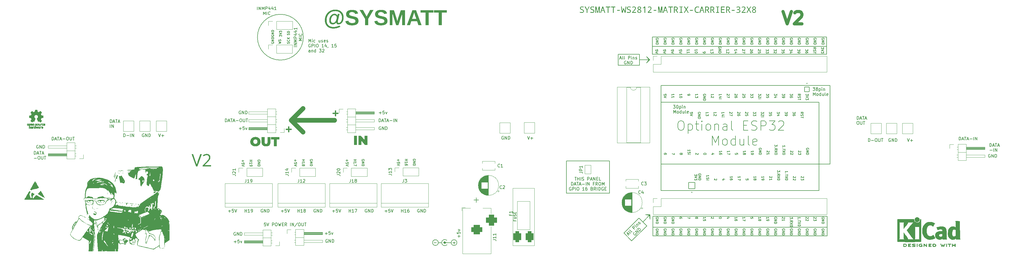
<source format=gto>
G04 #@! TF.GenerationSoftware,KiCad,Pcbnew,7.0.10-1.fc39*
G04 #@! TF.CreationDate,2024-01-19T21:35:41-05:00*
G04 #@! TF.ProjectId,SYSMATT-WS2812-MATRIX-CARRIER-32X8,5359534d-4154-4542-9d57-53323831322d,rev?*
G04 #@! TF.SameCoordinates,Original*
G04 #@! TF.FileFunction,Legend,Top*
G04 #@! TF.FilePolarity,Positive*
%FSLAX46Y46*%
G04 Gerber Fmt 4.6, Leading zero omitted, Abs format (unit mm)*
G04 Created by KiCad (PCBNEW 7.0.10-1.fc39) date 2024-01-19 21:35:41*
%MOMM*%
%LPD*%
G01*
G04 APERTURE LIST*
G04 Aperture macros list*
%AMRoundRect*
0 Rectangle with rounded corners*
0 $1 Rounding radius*
0 $2 $3 $4 $5 $6 $7 $8 $9 X,Y pos of 4 corners*
0 Add a 4 corners polygon primitive as box body*
4,1,4,$2,$3,$4,$5,$6,$7,$8,$9,$2,$3,0*
0 Add four circle primitives for the rounded corners*
1,1,$1+$1,$2,$3*
1,1,$1+$1,$4,$5*
1,1,$1+$1,$6,$7*
1,1,$1+$1,$8,$9*
0 Add four rect primitives between the rounded corners*
20,1,$1+$1,$2,$3,$4,$5,0*
20,1,$1+$1,$4,$5,$6,$7,0*
20,1,$1+$1,$6,$7,$8,$9,0*
20,1,$1+$1,$8,$9,$2,$3,0*%
%AMFreePoly0*
4,1,6,1.000000,0.000000,0.500000,-0.750000,-0.500000,-0.750000,-0.500000,0.750000,0.500000,0.750000,1.000000,0.000000,1.000000,0.000000,$1*%
%AMFreePoly1*
4,1,6,0.500000,-0.750000,-0.650000,-0.750000,-0.150000,0.000000,-0.650000,0.750000,0.500000,0.750000,0.500000,-0.750000,0.500000,-0.750000,$1*%
G04 Aperture macros list end*
%ADD10C,0.150000*%
%ADD11C,1.500000*%
%ADD12C,1.000000*%
%ADD13C,0.400000*%
%ADD14C,0.120000*%
%ADD15C,0.500000*%
%ADD16C,0.010000*%
%ADD17C,0.127000*%
%ADD18C,0.200000*%
%ADD19C,1.600000*%
%ADD20C,12.800000*%
%ADD21R,3.000000X3.000000*%
%ADD22R,1.700000X1.700000*%
%ADD23O,1.700000X1.700000*%
%ADD24R,1.600000X1.600000*%
%ADD25C,3.000000*%
%ADD26R,3.500000X3.500000*%
%ADD27RoundRect,0.750000X1.000000X-0.750000X1.000000X0.750000X-1.000000X0.750000X-1.000000X-0.750000X0*%
%ADD28RoundRect,0.875000X0.875000X-0.875000X0.875000X0.875000X-0.875000X0.875000X-0.875000X-0.875000X0*%
%ADD29FreePoly0,90.000000*%
%ADD30FreePoly1,90.000000*%
%ADD31R,2.400000X1.600000*%
%ADD32O,2.400000X1.600000*%
%ADD33RoundRect,0.625000X0.625000X-1.125000X0.625000X1.125000X-0.625000X1.125000X-0.625000X-1.125000X0*%
%ADD34O,2.500000X3.500000*%
%ADD35C,10.600000*%
%ADD36RoundRect,0.102000X1.000000X-1.000000X1.000000X1.000000X-1.000000X1.000000X-1.000000X-1.000000X0*%
%ADD37C,2.204000*%
%ADD38RoundRect,0.102000X-0.780000X0.780000X-0.780000X-0.780000X0.780000X-0.780000X0.780000X0.780000X0*%
%ADD39C,1.764000*%
G04 APERTURE END LIST*
D10*
X211361160Y22102000D02*
X212618396Y21922395D01*
X211655001Y71124000D02*
X212417001Y72140000D01*
X202511001Y73918000D02*
X209369001Y73918000D01*
X209369001Y72140000D02*
X212671001Y72140000D01*
X269821001Y15244000D02*
X269821001Y21594000D01*
X212798001Y20665159D02*
X212618396Y21922395D01*
X213814001Y18038000D02*
X269821001Y18038000D01*
X269694001Y73918000D02*
X269694001Y76458000D01*
X206871032Y13660559D02*
X204356560Y16175031D01*
X213687001Y21594000D02*
X213687001Y15244000D01*
X209205899Y21024369D02*
X211720370Y18509898D01*
X209369001Y70362000D02*
X202511001Y70362000D01*
D11*
X97217000Y52615000D02*
X101027000Y48805000D01*
D10*
X212671001Y72140000D02*
X211655001Y73156000D01*
X213560001Y79506000D02*
X213560001Y73918000D01*
X269694001Y79506000D02*
X213560001Y79506000D01*
X209369001Y73918000D02*
X209369001Y70362000D01*
X269694001Y76458000D02*
X254200001Y76458000D01*
X213560001Y73918000D02*
X269694001Y73918000D01*
X210463134Y19767133D02*
X212798001Y22102000D01*
X211655001Y73156000D02*
X212417001Y72140000D01*
X212798001Y22102000D02*
X212798001Y20665159D01*
X212671001Y72140000D02*
X211655001Y71124000D01*
X101103001Y79453000D02*
G75*
G03*
X86309817Y79453000I-7396592J0D01*
G01*
X86309817Y79453000D02*
G75*
G03*
X101103001Y79453000I7396592J0D01*
G01*
X204356560Y16175031D02*
X209205899Y21024369D01*
X269694001Y76458000D02*
X269694001Y79506000D01*
X213687001Y15244000D02*
X269821001Y15244000D01*
X101027000Y56425000D02*
X97217000Y52615000D01*
X202511001Y70362000D02*
X202511001Y73918000D01*
X211720370Y18509898D02*
X206871032Y13660559D01*
X213560001Y76458000D02*
X262836001Y76458000D01*
X185874001Y39501000D02*
X199717001Y39501000D01*
X199717001Y29087000D01*
X185874001Y29087000D01*
X185874001Y39501000D01*
X269821001Y21594000D02*
X213687001Y21594000D01*
D11*
X111187000Y52615000D02*
X97217000Y52615000D01*
D10*
X212798001Y22102000D02*
X211361160Y22102000D01*
D11*
X97217000Y52615000D02*
X101027000Y56425000D01*
D10*
X93364823Y79658826D02*
X93364823Y80123112D01*
X93364823Y80123112D02*
X93650537Y79873112D01*
X93650537Y79873112D02*
X93650537Y79980255D01*
X93650537Y79980255D02*
X93686251Y80051684D01*
X93686251Y80051684D02*
X93721966Y80087398D01*
X93721966Y80087398D02*
X93793394Y80123112D01*
X93793394Y80123112D02*
X93971966Y80123112D01*
X93971966Y80123112D02*
X94043394Y80087398D01*
X94043394Y80087398D02*
X94079109Y80051684D01*
X94079109Y80051684D02*
X94114823Y79980255D01*
X94114823Y79980255D02*
X94114823Y79765969D01*
X94114823Y79765969D02*
X94079109Y79694541D01*
X94079109Y79694541D02*
X94043394Y79658826D01*
X93364823Y80337398D02*
X94114823Y80587398D01*
X94114823Y80587398D02*
X93364823Y80837398D01*
X93364823Y81015969D02*
X93364823Y81480255D01*
X93364823Y81480255D02*
X93650537Y81230255D01*
X93650537Y81230255D02*
X93650537Y81337398D01*
X93650537Y81337398D02*
X93686251Y81408827D01*
X93686251Y81408827D02*
X93721966Y81444541D01*
X93721966Y81444541D02*
X93793394Y81480255D01*
X93793394Y81480255D02*
X93971966Y81480255D01*
X93971966Y81480255D02*
X94043394Y81444541D01*
X94043394Y81444541D02*
X94079109Y81408827D01*
X94079109Y81408827D02*
X94114823Y81337398D01*
X94114823Y81337398D02*
X94114823Y81123112D01*
X94114823Y81123112D02*
X94079109Y81051684D01*
X94079109Y81051684D02*
X94043394Y81015969D01*
X265236542Y63196180D02*
X265855589Y63196180D01*
X265855589Y63196180D02*
X265522256Y62815228D01*
X265522256Y62815228D02*
X265665113Y62815228D01*
X265665113Y62815228D02*
X265760351Y62767609D01*
X265760351Y62767609D02*
X265807970Y62719990D01*
X265807970Y62719990D02*
X265855589Y62624752D01*
X265855589Y62624752D02*
X265855589Y62386657D01*
X265855589Y62386657D02*
X265807970Y62291419D01*
X265807970Y62291419D02*
X265760351Y62243800D01*
X265760351Y62243800D02*
X265665113Y62196180D01*
X265665113Y62196180D02*
X265379399Y62196180D01*
X265379399Y62196180D02*
X265284161Y62243800D01*
X265284161Y62243800D02*
X265236542Y62291419D01*
X266427018Y62767609D02*
X266331780Y62815228D01*
X266331780Y62815228D02*
X266284161Y62862847D01*
X266284161Y62862847D02*
X266236542Y62958085D01*
X266236542Y62958085D02*
X266236542Y63005704D01*
X266236542Y63005704D02*
X266284161Y63100942D01*
X266284161Y63100942D02*
X266331780Y63148561D01*
X266331780Y63148561D02*
X266427018Y63196180D01*
X266427018Y63196180D02*
X266617494Y63196180D01*
X266617494Y63196180D02*
X266712732Y63148561D01*
X266712732Y63148561D02*
X266760351Y63100942D01*
X266760351Y63100942D02*
X266807970Y63005704D01*
X266807970Y63005704D02*
X266807970Y62958085D01*
X266807970Y62958085D02*
X266760351Y62862847D01*
X266760351Y62862847D02*
X266712732Y62815228D01*
X266712732Y62815228D02*
X266617494Y62767609D01*
X266617494Y62767609D02*
X266427018Y62767609D01*
X266427018Y62767609D02*
X266331780Y62719990D01*
X266331780Y62719990D02*
X266284161Y62672371D01*
X266284161Y62672371D02*
X266236542Y62577133D01*
X266236542Y62577133D02*
X266236542Y62386657D01*
X266236542Y62386657D02*
X266284161Y62291419D01*
X266284161Y62291419D02*
X266331780Y62243800D01*
X266331780Y62243800D02*
X266427018Y62196180D01*
X266427018Y62196180D02*
X266617494Y62196180D01*
X266617494Y62196180D02*
X266712732Y62243800D01*
X266712732Y62243800D02*
X266760351Y62291419D01*
X266760351Y62291419D02*
X266807970Y62386657D01*
X266807970Y62386657D02*
X266807970Y62577133D01*
X266807970Y62577133D02*
X266760351Y62672371D01*
X266760351Y62672371D02*
X266712732Y62719990D01*
X266712732Y62719990D02*
X266617494Y62767609D01*
X267236542Y62862847D02*
X267236542Y61862847D01*
X267236542Y62815228D02*
X267331780Y62862847D01*
X267331780Y62862847D02*
X267522256Y62862847D01*
X267522256Y62862847D02*
X267617494Y62815228D01*
X267617494Y62815228D02*
X267665113Y62767609D01*
X267665113Y62767609D02*
X267712732Y62672371D01*
X267712732Y62672371D02*
X267712732Y62386657D01*
X267712732Y62386657D02*
X267665113Y62291419D01*
X267665113Y62291419D02*
X267617494Y62243800D01*
X267617494Y62243800D02*
X267522256Y62196180D01*
X267522256Y62196180D02*
X267331780Y62196180D01*
X267331780Y62196180D02*
X267236542Y62243800D01*
X268141304Y62196180D02*
X268141304Y62862847D01*
X268141304Y63196180D02*
X268093685Y63148561D01*
X268093685Y63148561D02*
X268141304Y63100942D01*
X268141304Y63100942D02*
X268188923Y63148561D01*
X268188923Y63148561D02*
X268141304Y63196180D01*
X268141304Y63196180D02*
X268141304Y63100942D01*
X268617494Y62862847D02*
X268617494Y62196180D01*
X268617494Y62767609D02*
X268665113Y62815228D01*
X268665113Y62815228D02*
X268760351Y62862847D01*
X268760351Y62862847D02*
X268903208Y62862847D01*
X268903208Y62862847D02*
X268998446Y62815228D01*
X268998446Y62815228D02*
X269046065Y62719990D01*
X269046065Y62719990D02*
X269046065Y62196180D01*
X265331780Y60586180D02*
X265331780Y61586180D01*
X265331780Y61586180D02*
X265665113Y60871895D01*
X265665113Y60871895D02*
X265998446Y61586180D01*
X265998446Y61586180D02*
X265998446Y60586180D01*
X266617494Y60586180D02*
X266522256Y60633800D01*
X266522256Y60633800D02*
X266474637Y60681419D01*
X266474637Y60681419D02*
X266427018Y60776657D01*
X266427018Y60776657D02*
X266427018Y61062371D01*
X266427018Y61062371D02*
X266474637Y61157609D01*
X266474637Y61157609D02*
X266522256Y61205228D01*
X266522256Y61205228D02*
X266617494Y61252847D01*
X266617494Y61252847D02*
X266760351Y61252847D01*
X266760351Y61252847D02*
X266855589Y61205228D01*
X266855589Y61205228D02*
X266903208Y61157609D01*
X266903208Y61157609D02*
X266950827Y61062371D01*
X266950827Y61062371D02*
X266950827Y60776657D01*
X266950827Y60776657D02*
X266903208Y60681419D01*
X266903208Y60681419D02*
X266855589Y60633800D01*
X266855589Y60633800D02*
X266760351Y60586180D01*
X266760351Y60586180D02*
X266617494Y60586180D01*
X267807970Y60586180D02*
X267807970Y61586180D01*
X267807970Y60633800D02*
X267712732Y60586180D01*
X267712732Y60586180D02*
X267522256Y60586180D01*
X267522256Y60586180D02*
X267427018Y60633800D01*
X267427018Y60633800D02*
X267379399Y60681419D01*
X267379399Y60681419D02*
X267331780Y60776657D01*
X267331780Y60776657D02*
X267331780Y61062371D01*
X267331780Y61062371D02*
X267379399Y61157609D01*
X267379399Y61157609D02*
X267427018Y61205228D01*
X267427018Y61205228D02*
X267522256Y61252847D01*
X267522256Y61252847D02*
X267712732Y61252847D01*
X267712732Y61252847D02*
X267807970Y61205228D01*
X268712732Y61252847D02*
X268712732Y60586180D01*
X268284161Y61252847D02*
X268284161Y60729038D01*
X268284161Y60729038D02*
X268331780Y60633800D01*
X268331780Y60633800D02*
X268427018Y60586180D01*
X268427018Y60586180D02*
X268569875Y60586180D01*
X268569875Y60586180D02*
X268665113Y60633800D01*
X268665113Y60633800D02*
X268712732Y60681419D01*
X269331780Y60586180D02*
X269236542Y60633800D01*
X269236542Y60633800D02*
X269188923Y60729038D01*
X269188923Y60729038D02*
X269188923Y61586180D01*
X270093685Y60633800D02*
X269998447Y60586180D01*
X269998447Y60586180D02*
X269807971Y60586180D01*
X269807971Y60586180D02*
X269712733Y60633800D01*
X269712733Y60633800D02*
X269665114Y60729038D01*
X269665114Y60729038D02*
X269665114Y61109990D01*
X269665114Y61109990D02*
X269712733Y61205228D01*
X269712733Y61205228D02*
X269807971Y61252847D01*
X269807971Y61252847D02*
X269998447Y61252847D01*
X269998447Y61252847D02*
X270093685Y61205228D01*
X270093685Y61205228D02*
X270141304Y61109990D01*
X270141304Y61109990D02*
X270141304Y61014752D01*
X270141304Y61014752D02*
X269665114Y60919514D01*
X127348571Y23281133D02*
X128110476Y23281133D01*
X127729523Y22900180D02*
X127729523Y23662085D01*
X129062856Y23900180D02*
X128586666Y23900180D01*
X128586666Y23900180D02*
X128539047Y23423990D01*
X128539047Y23423990D02*
X128586666Y23471609D01*
X128586666Y23471609D02*
X128681904Y23519228D01*
X128681904Y23519228D02*
X128919999Y23519228D01*
X128919999Y23519228D02*
X129015237Y23471609D01*
X129015237Y23471609D02*
X129062856Y23423990D01*
X129062856Y23423990D02*
X129110475Y23328752D01*
X129110475Y23328752D02*
X129110475Y23090657D01*
X129110475Y23090657D02*
X129062856Y22995419D01*
X129062856Y22995419D02*
X129015237Y22947800D01*
X129015237Y22947800D02*
X128919999Y22900180D01*
X128919999Y22900180D02*
X128681904Y22900180D01*
X128681904Y22900180D02*
X128586666Y22947800D01*
X128586666Y22947800D02*
X128539047Y22995419D01*
X129396190Y23900180D02*
X129729523Y22900180D01*
X129729523Y22900180D02*
X130062856Y23900180D01*
X132681905Y22900180D02*
X132681905Y23900180D01*
X132681905Y23423990D02*
X133253333Y23423990D01*
X133253333Y22900180D02*
X133253333Y23900180D01*
X134253333Y22900180D02*
X133681905Y22900180D01*
X133967619Y22900180D02*
X133967619Y23900180D01*
X133967619Y23900180D02*
X133872381Y23757323D01*
X133872381Y23757323D02*
X133777143Y23662085D01*
X133777143Y23662085D02*
X133681905Y23614466D01*
X135110476Y23900180D02*
X134920000Y23900180D01*
X134920000Y23900180D02*
X134824762Y23852561D01*
X134824762Y23852561D02*
X134777143Y23804942D01*
X134777143Y23804942D02*
X134681905Y23662085D01*
X134681905Y23662085D02*
X134634286Y23471609D01*
X134634286Y23471609D02*
X134634286Y23090657D01*
X134634286Y23090657D02*
X134681905Y22995419D01*
X134681905Y22995419D02*
X134729524Y22947800D01*
X134729524Y22947800D02*
X134824762Y22900180D01*
X134824762Y22900180D02*
X135015238Y22900180D01*
X135015238Y22900180D02*
X135110476Y22947800D01*
X135110476Y22947800D02*
X135158095Y22995419D01*
X135158095Y22995419D02*
X135205714Y23090657D01*
X135205714Y23090657D02*
X135205714Y23328752D01*
X135205714Y23328752D02*
X135158095Y23423990D01*
X135158095Y23423990D02*
X135110476Y23471609D01*
X135110476Y23471609D02*
X135015238Y23519228D01*
X135015238Y23519228D02*
X134824762Y23519228D01*
X134824762Y23519228D02*
X134729524Y23471609D01*
X134729524Y23471609D02*
X134681905Y23423990D01*
X134681905Y23423990D02*
X134634286Y23328752D01*
X138443810Y23852561D02*
X138348572Y23900180D01*
X138348572Y23900180D02*
X138205715Y23900180D01*
X138205715Y23900180D02*
X138062858Y23852561D01*
X138062858Y23852561D02*
X137967620Y23757323D01*
X137967620Y23757323D02*
X137920001Y23662085D01*
X137920001Y23662085D02*
X137872382Y23471609D01*
X137872382Y23471609D02*
X137872382Y23328752D01*
X137872382Y23328752D02*
X137920001Y23138276D01*
X137920001Y23138276D02*
X137967620Y23043038D01*
X137967620Y23043038D02*
X138062858Y22947800D01*
X138062858Y22947800D02*
X138205715Y22900180D01*
X138205715Y22900180D02*
X138300953Y22900180D01*
X138300953Y22900180D02*
X138443810Y22947800D01*
X138443810Y22947800D02*
X138491429Y22995419D01*
X138491429Y22995419D02*
X138491429Y23328752D01*
X138491429Y23328752D02*
X138300953Y23328752D01*
X138920001Y22900180D02*
X138920001Y23900180D01*
X138920001Y23900180D02*
X139491429Y22900180D01*
X139491429Y22900180D02*
X139491429Y23900180D01*
X139967620Y22900180D02*
X139967620Y23900180D01*
X139967620Y23900180D02*
X140205715Y23900180D01*
X140205715Y23900180D02*
X140348572Y23852561D01*
X140348572Y23852561D02*
X140443810Y23757323D01*
X140443810Y23757323D02*
X140491429Y23662085D01*
X140491429Y23662085D02*
X140539048Y23471609D01*
X140539048Y23471609D02*
X140539048Y23328752D01*
X140539048Y23328752D02*
X140491429Y23138276D01*
X140491429Y23138276D02*
X140443810Y23043038D01*
X140443810Y23043038D02*
X140348572Y22947800D01*
X140348572Y22947800D02*
X140205715Y22900180D01*
X140205715Y22900180D02*
X139967620Y22900180D01*
X99078228Y76429191D02*
X98078228Y76429191D01*
X99078228Y76905381D02*
X98078228Y76905381D01*
X98078228Y76905381D02*
X99078228Y77476809D01*
X99078228Y77476809D02*
X98078228Y77476809D01*
X99078228Y77953000D02*
X98078228Y77953000D01*
X98078228Y77953000D02*
X98792513Y78286333D01*
X98792513Y78286333D02*
X98078228Y78619666D01*
X98078228Y78619666D02*
X99078228Y78619666D01*
X99078228Y79095857D02*
X98078228Y79095857D01*
X98078228Y79095857D02*
X98078228Y79476809D01*
X98078228Y79476809D02*
X98125847Y79572047D01*
X98125847Y79572047D02*
X98173466Y79619666D01*
X98173466Y79619666D02*
X98268704Y79667285D01*
X98268704Y79667285D02*
X98411561Y79667285D01*
X98411561Y79667285D02*
X98506799Y79619666D01*
X98506799Y79619666D02*
X98554418Y79572047D01*
X98554418Y79572047D02*
X98602037Y79476809D01*
X98602037Y79476809D02*
X98602037Y79095857D01*
X98411561Y80524428D02*
X99078228Y80524428D01*
X98030609Y80286333D02*
X98744894Y80048238D01*
X98744894Y80048238D02*
X98744894Y80667285D01*
X98411561Y81476809D02*
X99078228Y81476809D01*
X98030609Y81238714D02*
X98744894Y81000619D01*
X98744894Y81000619D02*
X98744894Y81619666D01*
X99078228Y82524428D02*
X99078228Y81953000D01*
X99078228Y82238714D02*
X98078228Y82238714D01*
X98078228Y82238714D02*
X98221085Y82143476D01*
X98221085Y82143476D02*
X98316323Y82048238D01*
X98316323Y82048238D02*
X98363942Y81953000D01*
X100688228Y78381572D02*
X99688228Y78381572D01*
X99688228Y78381572D02*
X100402513Y78714905D01*
X100402513Y78714905D02*
X99688228Y79048238D01*
X99688228Y79048238D02*
X100688228Y79048238D01*
X100688228Y79524429D02*
X99688228Y79524429D01*
X100592989Y80572047D02*
X100640609Y80524428D01*
X100640609Y80524428D02*
X100688228Y80381571D01*
X100688228Y80381571D02*
X100688228Y80286333D01*
X100688228Y80286333D02*
X100640609Y80143476D01*
X100640609Y80143476D02*
X100545370Y80048238D01*
X100545370Y80048238D02*
X100450132Y80000619D01*
X100450132Y80000619D02*
X100259656Y79953000D01*
X100259656Y79953000D02*
X100116799Y79953000D01*
X100116799Y79953000D02*
X99926323Y80000619D01*
X99926323Y80000619D02*
X99831085Y80048238D01*
X99831085Y80048238D02*
X99735847Y80143476D01*
X99735847Y80143476D02*
X99688228Y80286333D01*
X99688228Y80286333D02*
X99688228Y80381571D01*
X99688228Y80381571D02*
X99735847Y80524428D01*
X99735847Y80524428D02*
X99783466Y80572047D01*
X96619109Y77408541D02*
X96654823Y77515684D01*
X96654823Y77515684D02*
X96654823Y77694255D01*
X96654823Y77694255D02*
X96619109Y77765684D01*
X96619109Y77765684D02*
X96583394Y77801398D01*
X96583394Y77801398D02*
X96511966Y77837112D01*
X96511966Y77837112D02*
X96440537Y77837112D01*
X96440537Y77837112D02*
X96369109Y77801398D01*
X96369109Y77801398D02*
X96333394Y77765684D01*
X96333394Y77765684D02*
X96297680Y77694255D01*
X96297680Y77694255D02*
X96261966Y77551398D01*
X96261966Y77551398D02*
X96226251Y77479969D01*
X96226251Y77479969D02*
X96190537Y77444255D01*
X96190537Y77444255D02*
X96119109Y77408541D01*
X96119109Y77408541D02*
X96047680Y77408541D01*
X96047680Y77408541D02*
X95976251Y77444255D01*
X95976251Y77444255D02*
X95940537Y77479969D01*
X95940537Y77479969D02*
X95904823Y77551398D01*
X95904823Y77551398D02*
X95904823Y77729969D01*
X95904823Y77729969D02*
X95940537Y77837112D01*
X96583394Y78587112D02*
X96619109Y78551398D01*
X96619109Y78551398D02*
X96654823Y78444255D01*
X96654823Y78444255D02*
X96654823Y78372827D01*
X96654823Y78372827D02*
X96619109Y78265684D01*
X96619109Y78265684D02*
X96547680Y78194255D01*
X96547680Y78194255D02*
X96476251Y78158541D01*
X96476251Y78158541D02*
X96333394Y78122827D01*
X96333394Y78122827D02*
X96226251Y78122827D01*
X96226251Y78122827D02*
X96083394Y78158541D01*
X96083394Y78158541D02*
X96011966Y78194255D01*
X96011966Y78194255D02*
X95940537Y78265684D01*
X95940537Y78265684D02*
X95904823Y78372827D01*
X95904823Y78372827D02*
X95904823Y78444255D01*
X95904823Y78444255D02*
X95940537Y78551398D01*
X95940537Y78551398D02*
X95976251Y78587112D01*
X96654823Y78908541D02*
X95904823Y78908541D01*
X96654823Y79337112D02*
X96226251Y79015684D01*
X95904823Y79337112D02*
X96333394Y78908541D01*
X203074905Y72641895D02*
X203551095Y72641895D01*
X202979667Y72356180D02*
X203313000Y73356180D01*
X203313000Y73356180D02*
X203646333Y72356180D01*
X204122524Y72356180D02*
X204027286Y72403800D01*
X204027286Y72403800D02*
X203979667Y72499038D01*
X203979667Y72499038D02*
X203979667Y73356180D01*
X204646334Y72356180D02*
X204551096Y72403800D01*
X204551096Y72403800D02*
X204503477Y72499038D01*
X204503477Y72499038D02*
X204503477Y73356180D01*
X205789192Y72356180D02*
X205789192Y73356180D01*
X205789192Y73356180D02*
X206170144Y73356180D01*
X206170144Y73356180D02*
X206265382Y73308561D01*
X206265382Y73308561D02*
X206313001Y73260942D01*
X206313001Y73260942D02*
X206360620Y73165704D01*
X206360620Y73165704D02*
X206360620Y73022847D01*
X206360620Y73022847D02*
X206313001Y72927609D01*
X206313001Y72927609D02*
X206265382Y72879990D01*
X206265382Y72879990D02*
X206170144Y72832371D01*
X206170144Y72832371D02*
X205789192Y72832371D01*
X206789192Y72356180D02*
X206789192Y73022847D01*
X206789192Y73356180D02*
X206741573Y73308561D01*
X206741573Y73308561D02*
X206789192Y73260942D01*
X206789192Y73260942D02*
X206836811Y73308561D01*
X206836811Y73308561D02*
X206789192Y73356180D01*
X206789192Y73356180D02*
X206789192Y73260942D01*
X207265382Y73022847D02*
X207265382Y72356180D01*
X207265382Y72927609D02*
X207313001Y72975228D01*
X207313001Y72975228D02*
X207408239Y73022847D01*
X207408239Y73022847D02*
X207551096Y73022847D01*
X207551096Y73022847D02*
X207646334Y72975228D01*
X207646334Y72975228D02*
X207693953Y72879990D01*
X207693953Y72879990D02*
X207693953Y72356180D01*
X208122525Y72403800D02*
X208217763Y72356180D01*
X208217763Y72356180D02*
X208408239Y72356180D01*
X208408239Y72356180D02*
X208503477Y72403800D01*
X208503477Y72403800D02*
X208551096Y72499038D01*
X208551096Y72499038D02*
X208551096Y72546657D01*
X208551096Y72546657D02*
X208503477Y72641895D01*
X208503477Y72641895D02*
X208408239Y72689514D01*
X208408239Y72689514D02*
X208265382Y72689514D01*
X208265382Y72689514D02*
X208170144Y72737133D01*
X208170144Y72737133D02*
X208122525Y72832371D01*
X208122525Y72832371D02*
X208122525Y72879990D01*
X208122525Y72879990D02*
X208170144Y72975228D01*
X208170144Y72975228D02*
X208265382Y73022847D01*
X208265382Y73022847D02*
X208408239Y73022847D01*
X208408239Y73022847D02*
X208503477Y72975228D01*
X205051096Y71698561D02*
X204955858Y71746180D01*
X204955858Y71746180D02*
X204813001Y71746180D01*
X204813001Y71746180D02*
X204670144Y71698561D01*
X204670144Y71698561D02*
X204574906Y71603323D01*
X204574906Y71603323D02*
X204527287Y71508085D01*
X204527287Y71508085D02*
X204479668Y71317609D01*
X204479668Y71317609D02*
X204479668Y71174752D01*
X204479668Y71174752D02*
X204527287Y70984276D01*
X204527287Y70984276D02*
X204574906Y70889038D01*
X204574906Y70889038D02*
X204670144Y70793800D01*
X204670144Y70793800D02*
X204813001Y70746180D01*
X204813001Y70746180D02*
X204908239Y70746180D01*
X204908239Y70746180D02*
X205051096Y70793800D01*
X205051096Y70793800D02*
X205098715Y70841419D01*
X205098715Y70841419D02*
X205098715Y71174752D01*
X205098715Y71174752D02*
X204908239Y71174752D01*
X205527287Y70746180D02*
X205527287Y71746180D01*
X205527287Y71746180D02*
X206098715Y70746180D01*
X206098715Y70746180D02*
X206098715Y71746180D01*
X206574906Y70746180D02*
X206574906Y71746180D01*
X206574906Y71746180D02*
X206813001Y71746180D01*
X206813001Y71746180D02*
X206955858Y71698561D01*
X206955858Y71698561D02*
X207051096Y71603323D01*
X207051096Y71603323D02*
X207098715Y71508085D01*
X207098715Y71508085D02*
X207146334Y71317609D01*
X207146334Y71317609D02*
X207146334Y71174752D01*
X207146334Y71174752D02*
X207098715Y70984276D01*
X207098715Y70984276D02*
X207051096Y70889038D01*
X207051096Y70889038D02*
X206955858Y70793800D01*
X206955858Y70793800D02*
X206813001Y70746180D01*
X206813001Y70746180D02*
X206574906Y70746180D01*
X79269588Y16368561D02*
X79174350Y16416180D01*
X79174350Y16416180D02*
X79031493Y16416180D01*
X79031493Y16416180D02*
X78888636Y16368561D01*
X78888636Y16368561D02*
X78793398Y16273323D01*
X78793398Y16273323D02*
X78745779Y16178085D01*
X78745779Y16178085D02*
X78698160Y15987609D01*
X78698160Y15987609D02*
X78698160Y15844752D01*
X78698160Y15844752D02*
X78745779Y15654276D01*
X78745779Y15654276D02*
X78793398Y15559038D01*
X78793398Y15559038D02*
X78888636Y15463800D01*
X78888636Y15463800D02*
X79031493Y15416180D01*
X79031493Y15416180D02*
X79126731Y15416180D01*
X79126731Y15416180D02*
X79269588Y15463800D01*
X79269588Y15463800D02*
X79317207Y15511419D01*
X79317207Y15511419D02*
X79317207Y15844752D01*
X79317207Y15844752D02*
X79126731Y15844752D01*
X79745779Y15416180D02*
X79745779Y16416180D01*
X79745779Y16416180D02*
X80317207Y15416180D01*
X80317207Y15416180D02*
X80317207Y16416180D01*
X80793398Y15416180D02*
X80793398Y16416180D01*
X80793398Y16416180D02*
X81031493Y16416180D01*
X81031493Y16416180D02*
X81174350Y16368561D01*
X81174350Y16368561D02*
X81269588Y16273323D01*
X81269588Y16273323D02*
X81317207Y16178085D01*
X81317207Y16178085D02*
X81364826Y15987609D01*
X81364826Y15987609D02*
X81364826Y15844752D01*
X81364826Y15844752D02*
X81317207Y15654276D01*
X81317207Y15654276D02*
X81269588Y15559038D01*
X81269588Y15559038D02*
X81174350Y15463800D01*
X81174350Y15463800D02*
X81031493Y15416180D01*
X81031493Y15416180D02*
X80793398Y15416180D01*
G36*
X190193928Y87402526D02*
G01*
X190193928Y87644815D01*
X190230095Y87630559D01*
X190266178Y87617223D01*
X190302178Y87604806D01*
X190338093Y87593310D01*
X190373924Y87582733D01*
X190409671Y87573076D01*
X190445334Y87564338D01*
X190480914Y87556521D01*
X190516409Y87549623D01*
X190551820Y87543645D01*
X190587148Y87538586D01*
X190622391Y87534447D01*
X190657551Y87531228D01*
X190692626Y87528929D01*
X190727618Y87527549D01*
X190762526Y87527090D01*
X190792098Y87527414D01*
X190820732Y87528387D01*
X190848427Y87530009D01*
X190875183Y87532280D01*
X190901000Y87535199D01*
X190925878Y87538767D01*
X190949818Y87542984D01*
X190972819Y87547850D01*
X190994881Y87553365D01*
X191016004Y87559528D01*
X191036188Y87566340D01*
X191055434Y87573801D01*
X191073741Y87581911D01*
X191107538Y87600076D01*
X191137580Y87620837D01*
X191163866Y87644193D01*
X191186398Y87670143D01*
X191205174Y87698689D01*
X191220195Y87729830D01*
X191231460Y87763566D01*
X191238971Y87799897D01*
X191242726Y87838824D01*
X191243196Y87859260D01*
X191242346Y87885425D01*
X191239795Y87910431D01*
X191235545Y87934277D01*
X191229594Y87956965D01*
X191221944Y87978493D01*
X191212593Y87998862D01*
X191201542Y88018072D01*
X191188790Y88036122D01*
X191174339Y88053014D01*
X191158188Y88068746D01*
X191146475Y88078590D01*
X191126593Y88093310D01*
X191103216Y88108529D01*
X191085689Y88118951D01*
X191066610Y88129595D01*
X191045977Y88140460D01*
X191023791Y88151546D01*
X191000052Y88162854D01*
X190974759Y88174383D01*
X190947914Y88186133D01*
X190919515Y88198105D01*
X190889562Y88210298D01*
X190858057Y88222712D01*
X190824998Y88235348D01*
X190790387Y88248205D01*
X190754221Y88261284D01*
X190719131Y88274013D01*
X190685299Y88287044D01*
X190652727Y88300376D01*
X190621414Y88314009D01*
X190591361Y88327945D01*
X190562567Y88342181D01*
X190535033Y88356720D01*
X190508757Y88371559D01*
X190483742Y88386700D01*
X190459985Y88402143D01*
X190437488Y88417887D01*
X190416250Y88433933D01*
X190396272Y88450280D01*
X190377553Y88466928D01*
X190360094Y88483878D01*
X190343893Y88501130D01*
X190328869Y88518857D01*
X190314813Y88537232D01*
X190301727Y88556256D01*
X190289610Y88575929D01*
X190278463Y88596251D01*
X190268285Y88617222D01*
X190259076Y88638841D01*
X190250837Y88661109D01*
X190243567Y88684026D01*
X190237266Y88707592D01*
X190231935Y88731806D01*
X190227573Y88756669D01*
X190224180Y88782181D01*
X190221757Y88808342D01*
X190220303Y88835151D01*
X190219818Y88862609D01*
X190220507Y88892064D01*
X190222573Y88920709D01*
X190226018Y88948545D01*
X190230840Y88975572D01*
X190237039Y89001790D01*
X190244616Y89027199D01*
X190253571Y89051798D01*
X190263904Y89075589D01*
X190275614Y89098571D01*
X190288702Y89120744D01*
X190303168Y89142107D01*
X190319011Y89162662D01*
X190336232Y89182407D01*
X190354831Y89201344D01*
X190374807Y89219471D01*
X190396161Y89236789D01*
X190418777Y89253175D01*
X190442415Y89268503D01*
X190467076Y89282774D01*
X190492759Y89295988D01*
X190519466Y89308145D01*
X190547195Y89319244D01*
X190575947Y89329287D01*
X190605722Y89338272D01*
X190636519Y89346201D01*
X190668340Y89353072D01*
X190701183Y89358886D01*
X190735048Y89363643D01*
X190769937Y89367343D01*
X190805848Y89369986D01*
X190842782Y89371571D01*
X190880739Y89372100D01*
X190900344Y89371996D01*
X190939217Y89371160D01*
X190977640Y89369488D01*
X191015612Y89366981D01*
X191053134Y89363638D01*
X191090205Y89359459D01*
X191126826Y89354444D01*
X191162997Y89348594D01*
X191198718Y89341908D01*
X191233988Y89334386D01*
X191268808Y89326028D01*
X191303177Y89316835D01*
X191337096Y89306806D01*
X191370565Y89295941D01*
X191403584Y89284240D01*
X191436152Y89271703D01*
X191452267Y89265122D01*
X191364340Y89039441D01*
X191331323Y89052455D01*
X191298585Y89064629D01*
X191266126Y89075963D01*
X191233945Y89086458D01*
X191202043Y89096113D01*
X191170419Y89104929D01*
X191139074Y89112905D01*
X191108007Y89120041D01*
X191077219Y89126338D01*
X191046710Y89131796D01*
X191016479Y89136413D01*
X190986527Y89140191D01*
X190956853Y89143130D01*
X190927458Y89145229D01*
X190898342Y89146488D01*
X190869504Y89146908D01*
X190844740Y89146628D01*
X190820762Y89145788D01*
X190797571Y89144388D01*
X190775165Y89142428D01*
X190753546Y89139908D01*
X190732713Y89136827D01*
X190712666Y89133187D01*
X190693405Y89128987D01*
X190657242Y89118906D01*
X190624223Y89106585D01*
X190594349Y89092024D01*
X190567620Y89075223D01*
X190544035Y89056181D01*
X190523595Y89034900D01*
X190506300Y89011378D01*
X190492149Y88985616D01*
X190481143Y88957614D01*
X190473281Y88927372D01*
X190468564Y88894890D01*
X190466992Y88860167D01*
X190467782Y88834365D01*
X190470152Y88809534D01*
X190474102Y88785673D01*
X190479631Y88762783D01*
X190486741Y88740862D01*
X190495431Y88719912D01*
X190505700Y88699933D01*
X190517550Y88680923D01*
X190530980Y88662884D01*
X190545989Y88645815D01*
X190556873Y88634975D01*
X190575413Y88618927D01*
X190597328Y88602655D01*
X190613812Y88591683D01*
X190631797Y88580612D01*
X190651281Y88569442D01*
X190672265Y88558172D01*
X190694748Y88546803D01*
X190718732Y88535335D01*
X190744215Y88523768D01*
X190771198Y88512102D01*
X190799681Y88500336D01*
X190829664Y88488471D01*
X190861146Y88476507D01*
X190894129Y88464444D01*
X190928611Y88452281D01*
X190949518Y88444733D01*
X190969987Y88437169D01*
X190990017Y88429590D01*
X191009608Y88421995D01*
X191028760Y88414386D01*
X191047473Y88406761D01*
X191065747Y88399120D01*
X191100979Y88383794D01*
X191134456Y88368407D01*
X191166177Y88352959D01*
X191196143Y88337449D01*
X191224353Y88321879D01*
X191250807Y88306247D01*
X191275506Y88290554D01*
X191298450Y88274801D01*
X191319638Y88258986D01*
X191339070Y88243110D01*
X191356748Y88227173D01*
X191372669Y88211176D01*
X191379972Y88203154D01*
X191393695Y88186809D01*
X191406533Y88169891D01*
X191418486Y88152401D01*
X191429553Y88134338D01*
X191439735Y88115703D01*
X191449031Y88096496D01*
X191457442Y88076716D01*
X191464968Y88056364D01*
X191471608Y88035439D01*
X191477363Y88013942D01*
X191482233Y87991872D01*
X191486217Y87969230D01*
X191489316Y87946016D01*
X191491530Y87922229D01*
X191492858Y87897869D01*
X191493300Y87872937D01*
X191492556Y87840466D01*
X191490324Y87808877D01*
X191486603Y87778169D01*
X191481393Y87748343D01*
X191474696Y87719398D01*
X191466510Y87691335D01*
X191456836Y87664154D01*
X191445673Y87637854D01*
X191433022Y87612435D01*
X191418883Y87587898D01*
X191403255Y87564243D01*
X191386139Y87541469D01*
X191367534Y87519577D01*
X191347441Y87498567D01*
X191325860Y87478437D01*
X191302791Y87459190D01*
X191278412Y87440971D01*
X191252782Y87423927D01*
X191225900Y87408059D01*
X191197766Y87393367D01*
X191168381Y87379849D01*
X191137744Y87367507D01*
X191105855Y87356341D01*
X191072714Y87346350D01*
X191038322Y87337534D01*
X191002677Y87329894D01*
X190965782Y87323429D01*
X190927634Y87318140D01*
X190908091Y87315936D01*
X190888234Y87314026D01*
X190868065Y87312410D01*
X190847583Y87311087D01*
X190826788Y87310059D01*
X190805680Y87309324D01*
X190784259Y87308883D01*
X190762526Y87308736D01*
X190739936Y87308828D01*
X190717657Y87309103D01*
X190695690Y87309561D01*
X190674033Y87310202D01*
X190652688Y87311026D01*
X190631653Y87312034D01*
X190610930Y87313224D01*
X190590518Y87314598D01*
X190570416Y87316155D01*
X190550626Y87317896D01*
X190531147Y87319819D01*
X190493121Y87324215D01*
X190456340Y87329344D01*
X190420802Y87335206D01*
X190386509Y87341801D01*
X190353460Y87349128D01*
X190321655Y87357188D01*
X190291094Y87365981D01*
X190261777Y87375506D01*
X190233705Y87385765D01*
X190206876Y87396755D01*
X190193928Y87402526D01*
G37*
G36*
X192521074Y88333091D02*
G01*
X193044731Y89340837D01*
X193320725Y89340837D01*
X192651500Y88121577D01*
X192651500Y87340000D01*
X192395045Y87340000D01*
X192395045Y88121577D01*
X191725819Y89340837D01*
X192004745Y89340837D01*
X192521074Y88333091D01*
G37*
G36*
X193554710Y87402526D02*
G01*
X193554710Y87644815D01*
X193590877Y87630559D01*
X193626960Y87617223D01*
X193662959Y87604806D01*
X193698874Y87593310D01*
X193734705Y87582733D01*
X193770453Y87573076D01*
X193806116Y87564338D01*
X193841695Y87556521D01*
X193877191Y87549623D01*
X193912602Y87543645D01*
X193947929Y87538586D01*
X193983173Y87534447D01*
X194018332Y87531228D01*
X194053408Y87528929D01*
X194088400Y87527549D01*
X194123307Y87527090D01*
X194152880Y87527414D01*
X194181513Y87528387D01*
X194209208Y87530009D01*
X194235964Y87532280D01*
X194261781Y87535199D01*
X194286660Y87538767D01*
X194310600Y87542984D01*
X194333600Y87547850D01*
X194355662Y87553365D01*
X194376786Y87559528D01*
X194396970Y87566340D01*
X194416215Y87573801D01*
X194434522Y87581911D01*
X194468319Y87600076D01*
X194498361Y87620837D01*
X194524648Y87644193D01*
X194547179Y87670143D01*
X194565955Y87698689D01*
X194580976Y87729830D01*
X194592242Y87763566D01*
X194599753Y87799897D01*
X194603508Y87838824D01*
X194603977Y87859260D01*
X194603127Y87885425D01*
X194600577Y87910431D01*
X194596326Y87934277D01*
X194590376Y87956965D01*
X194582725Y87978493D01*
X194573374Y87998862D01*
X194562323Y88018072D01*
X194549572Y88036122D01*
X194535121Y88053014D01*
X194518969Y88068746D01*
X194507257Y88078590D01*
X194487375Y88093310D01*
X194463997Y88108529D01*
X194446471Y88118951D01*
X194427391Y88129595D01*
X194406759Y88140460D01*
X194384573Y88151546D01*
X194360833Y88162854D01*
X194335541Y88174383D01*
X194308695Y88186133D01*
X194280296Y88198105D01*
X194250344Y88210298D01*
X194218839Y88222712D01*
X194185780Y88235348D01*
X194151168Y88248205D01*
X194115003Y88261284D01*
X194079912Y88274013D01*
X194046081Y88287044D01*
X194013509Y88300376D01*
X193982196Y88314009D01*
X193952143Y88327945D01*
X193923349Y88342181D01*
X193895814Y88356720D01*
X193869539Y88371559D01*
X193844523Y88386700D01*
X193820767Y88402143D01*
X193798270Y88417887D01*
X193777032Y88433933D01*
X193757054Y88450280D01*
X193738335Y88466928D01*
X193720875Y88483878D01*
X193704675Y88501130D01*
X193689650Y88518857D01*
X193675595Y88537232D01*
X193662509Y88556256D01*
X193650392Y88575929D01*
X193639245Y88596251D01*
X193629067Y88617222D01*
X193619858Y88638841D01*
X193611618Y88661109D01*
X193604348Y88684026D01*
X193598048Y88707592D01*
X193592716Y88731806D01*
X193588354Y88756669D01*
X193584962Y88782181D01*
X193582538Y88808342D01*
X193581084Y88835151D01*
X193580600Y88862609D01*
X193581288Y88892064D01*
X193583355Y88920709D01*
X193586799Y88948545D01*
X193591621Y88975572D01*
X193597821Y89001790D01*
X193605398Y89027199D01*
X193614353Y89051798D01*
X193624685Y89075589D01*
X193636396Y89098571D01*
X193649484Y89120744D01*
X193663949Y89142107D01*
X193679793Y89162662D01*
X193697014Y89182407D01*
X193715613Y89201344D01*
X193735589Y89219471D01*
X193756943Y89236789D01*
X193779558Y89253175D01*
X193803196Y89268503D01*
X193827857Y89282774D01*
X193853541Y89295988D01*
X193880247Y89308145D01*
X193907977Y89319244D01*
X193936729Y89329287D01*
X193966503Y89338272D01*
X193997301Y89346201D01*
X194029121Y89353072D01*
X194061964Y89358886D01*
X194095830Y89363643D01*
X194130718Y89367343D01*
X194166630Y89369986D01*
X194203564Y89371571D01*
X194241521Y89372100D01*
X194261126Y89371996D01*
X194299999Y89371160D01*
X194338421Y89369488D01*
X194376393Y89366981D01*
X194413915Y89363638D01*
X194450987Y89359459D01*
X194487608Y89354444D01*
X194523779Y89348594D01*
X194559499Y89341908D01*
X194594769Y89334386D01*
X194629589Y89326028D01*
X194663959Y89316835D01*
X194697878Y89306806D01*
X194731347Y89295941D01*
X194764366Y89284240D01*
X194796934Y89271703D01*
X194813049Y89265122D01*
X194725122Y89039441D01*
X194692105Y89052455D01*
X194659367Y89064629D01*
X194626907Y89075963D01*
X194594726Y89086458D01*
X194562824Y89096113D01*
X194531200Y89104929D01*
X194499855Y89112905D01*
X194468789Y89120041D01*
X194438001Y89126338D01*
X194407491Y89131796D01*
X194377261Y89136413D01*
X194347308Y89140191D01*
X194317635Y89143130D01*
X194288240Y89145229D01*
X194259123Y89146488D01*
X194230286Y89146908D01*
X194205522Y89146628D01*
X194181544Y89145788D01*
X194158352Y89144388D01*
X194135947Y89142428D01*
X194114328Y89139908D01*
X194093494Y89136827D01*
X194073447Y89133187D01*
X194054187Y89128987D01*
X194018023Y89118906D01*
X193985005Y89106585D01*
X193955131Y89092024D01*
X193928401Y89075223D01*
X193904817Y89056181D01*
X193884377Y89034900D01*
X193867081Y89011378D01*
X193852930Y88985616D01*
X193841924Y88957614D01*
X193834063Y88927372D01*
X193829346Y88894890D01*
X193827773Y88860167D01*
X193828563Y88834365D01*
X193830933Y88809534D01*
X193834883Y88785673D01*
X193840413Y88762783D01*
X193847523Y88740862D01*
X193856212Y88719912D01*
X193866482Y88699933D01*
X193878332Y88680923D01*
X193891761Y88662884D01*
X193906771Y88645815D01*
X193917655Y88634975D01*
X193936195Y88618927D01*
X193958109Y88602655D01*
X193974594Y88591683D01*
X193992578Y88580612D01*
X194012062Y88569442D01*
X194033046Y88558172D01*
X194055530Y88546803D01*
X194079513Y88535335D01*
X194104997Y88523768D01*
X194131980Y88512102D01*
X194160463Y88500336D01*
X194190445Y88488471D01*
X194221928Y88476507D01*
X194254910Y88464444D01*
X194289392Y88452281D01*
X194310300Y88444733D01*
X194330769Y88437169D01*
X194350798Y88429590D01*
X194370389Y88421995D01*
X194389541Y88414386D01*
X194408255Y88406761D01*
X194426529Y88399120D01*
X194461761Y88383794D01*
X194495238Y88368407D01*
X194526959Y88352959D01*
X194556924Y88337449D01*
X194585134Y88321879D01*
X194611589Y88306247D01*
X194636288Y88290554D01*
X194659231Y88274801D01*
X194680419Y88258986D01*
X194699852Y88243110D01*
X194717529Y88227173D01*
X194733451Y88211176D01*
X194740753Y88203154D01*
X194754477Y88186809D01*
X194767315Y88169891D01*
X194779267Y88152401D01*
X194790334Y88134338D01*
X194800516Y88115703D01*
X194809813Y88096496D01*
X194818224Y88076716D01*
X194825750Y88056364D01*
X194832390Y88035439D01*
X194838145Y88013942D01*
X194843015Y87991872D01*
X194846999Y87969230D01*
X194850098Y87946016D01*
X194852311Y87922229D01*
X194853639Y87897869D01*
X194854082Y87872937D01*
X194853338Y87840466D01*
X194851105Y87808877D01*
X194847384Y87778169D01*
X194842175Y87748343D01*
X194835477Y87719398D01*
X194827291Y87691335D01*
X194817617Y87664154D01*
X194806454Y87637854D01*
X194793803Y87612435D01*
X194779664Y87587898D01*
X194764036Y87564243D01*
X194746920Y87541469D01*
X194728316Y87519577D01*
X194708223Y87498567D01*
X194686642Y87478437D01*
X194663572Y87459190D01*
X194639194Y87440971D01*
X194613564Y87423927D01*
X194586682Y87408059D01*
X194558548Y87393367D01*
X194529163Y87379849D01*
X194498525Y87367507D01*
X194466636Y87356341D01*
X194433496Y87346350D01*
X194399103Y87337534D01*
X194363459Y87329894D01*
X194326563Y87323429D01*
X194288415Y87318140D01*
X194268872Y87315936D01*
X194249016Y87314026D01*
X194228847Y87312410D01*
X194208365Y87311087D01*
X194187570Y87310059D01*
X194166462Y87309324D01*
X194145041Y87308883D01*
X194123307Y87308736D01*
X194100718Y87308828D01*
X194078439Y87309103D01*
X194056472Y87309561D01*
X194034815Y87310202D01*
X194013470Y87311026D01*
X193992435Y87312034D01*
X193971712Y87313224D01*
X193951299Y87314598D01*
X193931198Y87316155D01*
X193911407Y87317896D01*
X193891928Y87319819D01*
X193853903Y87324215D01*
X193817121Y87329344D01*
X193781584Y87335206D01*
X193747291Y87341801D01*
X193714242Y87349128D01*
X193682437Y87357188D01*
X193651876Y87365981D01*
X193622559Y87375506D01*
X193594486Y87385765D01*
X193567658Y87396755D01*
X193554710Y87402526D01*
G37*
G36*
X195771946Y87340000D02*
G01*
X195390439Y89090732D01*
X195379204Y89098548D01*
X195380737Y89075880D01*
X195382221Y89053550D01*
X195383656Y89031558D01*
X195385043Y89009903D01*
X195386381Y88988586D01*
X195387670Y88967607D01*
X195388911Y88946966D01*
X195390103Y88926662D01*
X195391247Y88906696D01*
X195392342Y88887068D01*
X195394385Y88848825D01*
X195396234Y88811933D01*
X195397889Y88776392D01*
X195399348Y88742202D01*
X195400613Y88709362D01*
X195401684Y88677874D01*
X195402560Y88647737D01*
X195403241Y88618950D01*
X195403727Y88591515D01*
X195404019Y88565431D01*
X195404117Y88540697D01*
X195404117Y87340000D01*
X195196510Y87340000D01*
X195196510Y89340837D01*
X195536008Y89340837D01*
X195876482Y87710760D01*
X195884787Y87710760D01*
X196228192Y89340837D01*
X196574528Y89340837D01*
X196574528Y87340000D01*
X196363991Y87340000D01*
X196363991Y88558283D01*
X196364163Y88586828D01*
X196364468Y88608367D01*
X196364926Y88631913D01*
X196365537Y88657467D01*
X196366300Y88685029D01*
X196367216Y88714597D01*
X196368284Y88746173D01*
X196369506Y88779757D01*
X196370880Y88815347D01*
X196372406Y88852946D01*
X196373227Y88872497D01*
X196374085Y88892551D01*
X196374982Y88913107D01*
X196375917Y88934164D01*
X196376890Y88955723D01*
X196377902Y88977784D01*
X196378951Y89000347D01*
X196380039Y89023412D01*
X196381164Y89046978D01*
X196382328Y89071047D01*
X196383531Y89095617D01*
X196372784Y89095617D01*
X195983949Y87340000D01*
X195771946Y87340000D01*
G37*
G36*
X198364829Y87340000D02*
G01*
X198101046Y87340000D01*
X197903210Y87958911D01*
X197228611Y87958911D01*
X197027843Y87340000D01*
X196766992Y87340000D01*
X197046848Y88184103D01*
X197301395Y88184103D01*
X197830425Y88184103D01*
X197647732Y88761004D01*
X197641101Y88782013D01*
X197634642Y88802785D01*
X197628354Y88823321D01*
X197622239Y88843620D01*
X197616295Y88863682D01*
X197610523Y88883507D01*
X197604922Y88903096D01*
X197599494Y88922449D01*
X197594237Y88941565D01*
X197589151Y88960444D01*
X197581846Y88988319D01*
X197574926Y89015662D01*
X197568393Y89042472D01*
X197562247Y89068750D01*
X197557044Y89043652D01*
X197551696Y89018913D01*
X197546202Y88994536D01*
X197540562Y88970519D01*
X197534776Y88946863D01*
X197528844Y88923567D01*
X197522766Y88900632D01*
X197516543Y88878058D01*
X197510173Y88855844D01*
X197503657Y88833991D01*
X197499232Y88819623D01*
X197301395Y88184103D01*
X197046848Y88184103D01*
X197430355Y89340837D01*
X197698534Y89340837D01*
X198364829Y87340000D01*
G37*
G36*
X199373063Y87340000D02*
G01*
X199116608Y87340000D01*
X199116608Y89115645D01*
X198542149Y89115645D01*
X198542149Y89340837D01*
X199946057Y89340837D01*
X199946057Y89115645D01*
X199373063Y89115645D01*
X199373063Y87340000D01*
G37*
G36*
X201053454Y87340000D02*
G01*
X200796999Y87340000D01*
X200796999Y89115645D01*
X200222540Y89115645D01*
X200222540Y89340837D01*
X201626448Y89340837D01*
X201626448Y89115645D01*
X201053454Y89115645D01*
X201053454Y87340000D01*
G37*
G36*
X202154501Y87984312D02*
G01*
X202154501Y88215366D01*
X203059665Y88215366D01*
X203059665Y87984312D01*
X202154501Y87984312D01*
G37*
G36*
X204168527Y88715575D02*
G01*
X204411793Y88715575D01*
X204611095Y88004829D01*
X204621269Y87968158D01*
X204630909Y87932884D01*
X204640015Y87899007D01*
X204648586Y87866526D01*
X204656623Y87835442D01*
X204664126Y87805755D01*
X204671095Y87777465D01*
X204677529Y87750572D01*
X204683429Y87725075D01*
X204688795Y87700975D01*
X204693626Y87678272D01*
X204697923Y87656966D01*
X204701686Y87637056D01*
X204706329Y87609811D01*
X204709769Y87585708D01*
X204711053Y87605524D01*
X204712724Y87625590D01*
X204715049Y87651141D01*
X204718025Y87682175D01*
X204721655Y87718693D01*
X204723714Y87739008D01*
X204725936Y87760695D01*
X204728322Y87783752D01*
X204730871Y87808181D01*
X204733583Y87833981D01*
X204736458Y87861151D01*
X204739496Y87889693D01*
X204742698Y87919605D01*
X204746062Y87950889D01*
X204749590Y87983544D01*
X204753281Y88017569D01*
X204757135Y88052966D01*
X204761152Y88089733D01*
X204765332Y88127872D01*
X204769675Y88167382D01*
X204774182Y88208262D01*
X204778852Y88250514D01*
X204783685Y88294137D01*
X204788681Y88339130D01*
X204793840Y88385495D01*
X204799162Y88433230D01*
X204895394Y89340837D01*
X205128890Y89340837D01*
X204871946Y87340000D01*
X204611095Y87340000D01*
X204380530Y88131346D01*
X204373706Y88154946D01*
X204367035Y88178607D01*
X204360517Y88202329D01*
X204354152Y88226113D01*
X204347939Y88249957D01*
X204341878Y88273862D01*
X204335971Y88297828D01*
X204330216Y88321856D01*
X204324614Y88345944D01*
X204319164Y88370094D01*
X204313867Y88394304D01*
X204308722Y88418576D01*
X204303731Y88442909D01*
X204298892Y88467302D01*
X204294205Y88491757D01*
X204289672Y88516273D01*
X204284170Y88487111D01*
X204278658Y88458609D01*
X204273134Y88430767D01*
X204267598Y88403586D01*
X204262051Y88377064D01*
X204256493Y88351203D01*
X204250923Y88326002D01*
X204245341Y88301461D01*
X204239749Y88277581D01*
X204234144Y88254361D01*
X204228529Y88231801D01*
X204222902Y88209901D01*
X204217263Y88188661D01*
X204211613Y88168082D01*
X204205952Y88148163D01*
X204200279Y88128904D01*
X203985833Y87340000D01*
X203724982Y87340000D01*
X203446057Y89340837D01*
X203679553Y89340837D01*
X203800697Y88433230D01*
X203804575Y88402986D01*
X203808391Y88372460D01*
X203812146Y88341651D01*
X203815840Y88310560D01*
X203819474Y88279186D01*
X203823046Y88247530D01*
X203826557Y88215591D01*
X203830006Y88183370D01*
X203833395Y88150867D01*
X203836723Y88118081D01*
X203839990Y88085013D01*
X203843196Y88051662D01*
X203846340Y88018029D01*
X203849424Y87984114D01*
X203852446Y87949916D01*
X203855408Y87915436D01*
X203858247Y87881747D01*
X203860903Y87849803D01*
X203863376Y87819603D01*
X203865666Y87791147D01*
X203867773Y87764434D01*
X203869696Y87739466D01*
X203871436Y87716242D01*
X203872993Y87694762D01*
X203874367Y87675026D01*
X203876084Y87648692D01*
X203877390Y87626283D01*
X203878489Y87602507D01*
X203878855Y87585708D01*
X203883066Y87611529D01*
X203887518Y87637457D01*
X203892210Y87663492D01*
X203897143Y87689633D01*
X203902316Y87715882D01*
X203907729Y87742237D01*
X203913383Y87768699D01*
X203919277Y87795268D01*
X203925412Y87821944D01*
X203931787Y87848727D01*
X203938403Y87875616D01*
X203945259Y87902613D01*
X203952355Y87929716D01*
X203959692Y87956926D01*
X203967269Y87984243D01*
X203975087Y88011667D01*
X204168527Y88715575D01*
G37*
G36*
X205317445Y87402526D02*
G01*
X205317445Y87644815D01*
X205353612Y87630559D01*
X205389696Y87617223D01*
X205425695Y87604806D01*
X205461610Y87593310D01*
X205497441Y87582733D01*
X205533188Y87573076D01*
X205568851Y87564338D01*
X205604431Y87556521D01*
X205639926Y87549623D01*
X205675338Y87543645D01*
X205710665Y87538586D01*
X205745908Y87534447D01*
X205781068Y87531228D01*
X205816144Y87528929D01*
X205851135Y87527549D01*
X205886043Y87527090D01*
X205915615Y87527414D01*
X205944249Y87528387D01*
X205971944Y87530009D01*
X205998700Y87532280D01*
X206024517Y87535199D01*
X206049395Y87538767D01*
X206073335Y87542984D01*
X206096336Y87547850D01*
X206118398Y87553365D01*
X206139521Y87559528D01*
X206159705Y87566340D01*
X206178951Y87573801D01*
X206197258Y87581911D01*
X206231055Y87600076D01*
X206261097Y87620837D01*
X206287383Y87644193D01*
X206309915Y87670143D01*
X206328691Y87698689D01*
X206343712Y87729830D01*
X206354978Y87763566D01*
X206362488Y87799897D01*
X206366243Y87838824D01*
X206366713Y87859260D01*
X206365863Y87885425D01*
X206363312Y87910431D01*
X206359062Y87934277D01*
X206353111Y87956965D01*
X206345461Y87978493D01*
X206336110Y87998862D01*
X206325059Y88018072D01*
X206312308Y88036122D01*
X206297856Y88053014D01*
X206281705Y88068746D01*
X206269993Y88078590D01*
X206250110Y88093310D01*
X206226733Y88108529D01*
X206209207Y88118951D01*
X206190127Y88129595D01*
X206169494Y88140460D01*
X206147308Y88151546D01*
X206123569Y88162854D01*
X206098276Y88174383D01*
X206071431Y88186133D01*
X206043032Y88198105D01*
X206013080Y88210298D01*
X205981574Y88222712D01*
X205948516Y88235348D01*
X205913904Y88248205D01*
X205877739Y88261284D01*
X205842648Y88274013D01*
X205808816Y88287044D01*
X205776244Y88300376D01*
X205744931Y88314009D01*
X205714878Y88327945D01*
X205686084Y88342181D01*
X205658550Y88356720D01*
X205632274Y88371559D01*
X205607259Y88386700D01*
X205583502Y88402143D01*
X205561005Y88417887D01*
X205539767Y88433933D01*
X205519789Y88450280D01*
X205501070Y88466928D01*
X205483611Y88483878D01*
X205467411Y88501130D01*
X205452386Y88518857D01*
X205438330Y88537232D01*
X205425244Y88556256D01*
X205413128Y88575929D01*
X205401980Y88596251D01*
X205391802Y88617222D01*
X205382593Y88638841D01*
X205374354Y88661109D01*
X205367084Y88684026D01*
X205360783Y88707592D01*
X205355452Y88731806D01*
X205351090Y88756669D01*
X205347697Y88782181D01*
X205345274Y88808342D01*
X205343820Y88835151D01*
X205343335Y88862609D01*
X205344024Y88892064D01*
X205346091Y88920709D01*
X205349535Y88948545D01*
X205354357Y88975572D01*
X205360556Y89001790D01*
X205368133Y89027199D01*
X205377088Y89051798D01*
X205387421Y89075589D01*
X205399131Y89098571D01*
X205412219Y89120744D01*
X205426685Y89142107D01*
X205442528Y89162662D01*
X205459749Y89182407D01*
X205478348Y89201344D01*
X205498324Y89219471D01*
X205519678Y89236789D01*
X205542294Y89253175D01*
X205565932Y89268503D01*
X205590593Y89282774D01*
X205616277Y89295988D01*
X205642983Y89308145D01*
X205670712Y89319244D01*
X205699464Y89329287D01*
X205729239Y89338272D01*
X205760036Y89346201D01*
X205791857Y89353072D01*
X205824700Y89358886D01*
X205858565Y89363643D01*
X205893454Y89367343D01*
X205929365Y89369986D01*
X205966299Y89371571D01*
X206004256Y89372100D01*
X206023862Y89371996D01*
X206062734Y89371160D01*
X206101157Y89369488D01*
X206139129Y89366981D01*
X206176651Y89363638D01*
X206213722Y89359459D01*
X206250343Y89354444D01*
X206286514Y89348594D01*
X206322235Y89341908D01*
X206357505Y89334386D01*
X206392325Y89326028D01*
X206426694Y89316835D01*
X206460614Y89306806D01*
X206494082Y89295941D01*
X206527101Y89284240D01*
X206559669Y89271703D01*
X206575785Y89265122D01*
X206487857Y89039441D01*
X206454840Y89052455D01*
X206422102Y89064629D01*
X206389643Y89075963D01*
X206357462Y89086458D01*
X206325560Y89096113D01*
X206293936Y89104929D01*
X206262591Y89112905D01*
X206231524Y89120041D01*
X206200736Y89126338D01*
X206170227Y89131796D01*
X206139996Y89136413D01*
X206110044Y89140191D01*
X206080370Y89143130D01*
X206050975Y89145229D01*
X206021859Y89146488D01*
X205993021Y89146908D01*
X205968257Y89146628D01*
X205944279Y89145788D01*
X205921088Y89144388D01*
X205898682Y89142428D01*
X205877063Y89139908D01*
X205856230Y89136827D01*
X205836183Y89133187D01*
X205816922Y89128987D01*
X205780759Y89118906D01*
X205747740Y89106585D01*
X205717866Y89092024D01*
X205691137Y89075223D01*
X205667552Y89056181D01*
X205647112Y89034900D01*
X205629817Y89011378D01*
X205615666Y88985616D01*
X205604660Y88957614D01*
X205596798Y88927372D01*
X205592081Y88894890D01*
X205590509Y88860167D01*
X205591299Y88834365D01*
X205593669Y88809534D01*
X205597619Y88785673D01*
X205603148Y88762783D01*
X205610258Y88740862D01*
X205618948Y88719912D01*
X205629218Y88699933D01*
X205641067Y88680923D01*
X205654497Y88662884D01*
X205669506Y88645815D01*
X205680390Y88634975D01*
X205698930Y88618927D01*
X205720845Y88602655D01*
X205737329Y88591683D01*
X205755314Y88580612D01*
X205774798Y88569442D01*
X205795782Y88558172D01*
X205818265Y88546803D01*
X205842249Y88535335D01*
X205867732Y88523768D01*
X205894715Y88512102D01*
X205923198Y88500336D01*
X205953181Y88488471D01*
X205984663Y88476507D01*
X206017646Y88464444D01*
X206052128Y88452281D01*
X206073035Y88444733D01*
X206093504Y88437169D01*
X206113534Y88429590D01*
X206133125Y88421995D01*
X206152277Y88414386D01*
X206170990Y88406761D01*
X206189265Y88399120D01*
X206224497Y88383794D01*
X206257973Y88368407D01*
X206289694Y88352959D01*
X206319660Y88337449D01*
X206347870Y88321879D01*
X206374324Y88306247D01*
X206399023Y88290554D01*
X206421967Y88274801D01*
X206443155Y88258986D01*
X206462588Y88243110D01*
X206480265Y88227173D01*
X206496186Y88211176D01*
X206503489Y88203154D01*
X206517212Y88186809D01*
X206530050Y88169891D01*
X206542003Y88152401D01*
X206553070Y88134338D01*
X206563252Y88115703D01*
X206572548Y88096496D01*
X206580959Y88076716D01*
X206588485Y88056364D01*
X206595126Y88035439D01*
X206600881Y88013942D01*
X206605750Y87991872D01*
X206609734Y87969230D01*
X206612833Y87946016D01*
X206615047Y87922229D01*
X206616375Y87897869D01*
X206616817Y87872937D01*
X206616073Y87840466D01*
X206613841Y87808877D01*
X206610120Y87778169D01*
X206604911Y87748343D01*
X206598213Y87719398D01*
X206590027Y87691335D01*
X206580353Y87664154D01*
X206569190Y87637854D01*
X206556539Y87612435D01*
X206542400Y87587898D01*
X206526772Y87564243D01*
X206509656Y87541469D01*
X206491051Y87519577D01*
X206470959Y87498567D01*
X206449377Y87478437D01*
X206426308Y87459190D01*
X206401929Y87440971D01*
X206376299Y87423927D01*
X206349417Y87408059D01*
X206321284Y87393367D01*
X206291898Y87379849D01*
X206261261Y87367507D01*
X206229372Y87356341D01*
X206196231Y87346350D01*
X206161839Y87337534D01*
X206126195Y87329894D01*
X206089299Y87323429D01*
X206051151Y87318140D01*
X206031608Y87315936D01*
X206011752Y87314026D01*
X205991582Y87312410D01*
X205971100Y87311087D01*
X205950305Y87310059D01*
X205929197Y87309324D01*
X205907777Y87308883D01*
X205886043Y87308736D01*
X205863453Y87308828D01*
X205841175Y87309103D01*
X205819207Y87309561D01*
X205797551Y87310202D01*
X205776205Y87311026D01*
X205755171Y87312034D01*
X205734447Y87313224D01*
X205714035Y87314598D01*
X205693933Y87316155D01*
X205674143Y87317896D01*
X205654664Y87319819D01*
X205616638Y87324215D01*
X205579857Y87329344D01*
X205544319Y87335206D01*
X205510026Y87341801D01*
X205476977Y87349128D01*
X205445172Y87357188D01*
X205414611Y87365981D01*
X205385294Y87375506D01*
X205357222Y87385765D01*
X205330393Y87396755D01*
X205317445Y87402526D01*
G37*
G36*
X208272784Y87340000D02*
G01*
X207020795Y87340000D01*
X207020795Y87554445D01*
X207501953Y88076147D01*
X207518506Y88094259D01*
X207534701Y88112080D01*
X207550540Y88129609D01*
X207566021Y88146848D01*
X207581146Y88163796D01*
X207595914Y88180452D01*
X207610326Y88196818D01*
X207624380Y88212893D01*
X207638078Y88228677D01*
X207651419Y88244169D01*
X207664403Y88259371D01*
X207689300Y88288902D01*
X207712770Y88317268D01*
X207734813Y88344471D01*
X207755429Y88370509D01*
X207774617Y88395384D01*
X207792378Y88419094D01*
X207808712Y88441641D01*
X207823618Y88463024D01*
X207837098Y88483243D01*
X207849149Y88502297D01*
X207854640Y88511388D01*
X207864992Y88529393D01*
X207874676Y88547628D01*
X207883692Y88566091D01*
X207892040Y88584783D01*
X207899720Y88603704D01*
X207906733Y88622855D01*
X207913077Y88642234D01*
X207918754Y88661842D01*
X207923763Y88681679D01*
X207928104Y88701745D01*
X207931777Y88722040D01*
X207934782Y88742564D01*
X207937120Y88763317D01*
X207938789Y88784299D01*
X207939791Y88805510D01*
X207940125Y88826950D01*
X207939357Y88855230D01*
X207937051Y88882368D01*
X207933209Y88908364D01*
X207927829Y88933218D01*
X207920912Y88956931D01*
X207912459Y88979501D01*
X207902468Y89000929D01*
X207890941Y89021215D01*
X207877876Y89040359D01*
X207863274Y89058361D01*
X207852686Y89069727D01*
X207835842Y89085703D01*
X207817916Y89100107D01*
X207798908Y89112940D01*
X207778818Y89124201D01*
X207757646Y89133891D01*
X207735392Y89142010D01*
X207712057Y89148557D01*
X207687639Y89153533D01*
X207662140Y89156938D01*
X207635558Y89158771D01*
X207617236Y89159120D01*
X207589770Y89158391D01*
X207562327Y89156205D01*
X207534907Y89152560D01*
X207507510Y89147458D01*
X207480136Y89140897D01*
X207452784Y89132879D01*
X207425456Y89123404D01*
X207398150Y89112470D01*
X207370868Y89100078D01*
X207343608Y89086229D01*
X207316371Y89070922D01*
X207289157Y89054157D01*
X207261966Y89035934D01*
X207234798Y89016253D01*
X207207652Y88995115D01*
X207180530Y88972519D01*
X207040334Y89136161D01*
X207056872Y89150677D01*
X207073511Y89164732D01*
X207090253Y89178326D01*
X207107097Y89191460D01*
X207124042Y89204132D01*
X207141090Y89216344D01*
X207158240Y89228095D01*
X207175492Y89239385D01*
X207192846Y89250214D01*
X207210303Y89260582D01*
X207227861Y89270490D01*
X207245521Y89279936D01*
X207263284Y89288922D01*
X207281148Y89297448D01*
X207299115Y89305512D01*
X207317184Y89313115D01*
X207353627Y89326940D01*
X207390479Y89338921D01*
X207427740Y89349059D01*
X207465409Y89357354D01*
X207503486Y89363805D01*
X207541971Y89368413D01*
X207580865Y89371178D01*
X207600465Y89371870D01*
X207620167Y89372100D01*
X207653006Y89371533D01*
X207684968Y89369833D01*
X207716051Y89367000D01*
X207746257Y89363032D01*
X207775586Y89357932D01*
X207804036Y89351698D01*
X207831609Y89344331D01*
X207858304Y89335830D01*
X207884121Y89326196D01*
X207909060Y89315428D01*
X207933122Y89303527D01*
X207956306Y89290492D01*
X207978612Y89276324D01*
X208000041Y89261023D01*
X208020592Y89244588D01*
X208040265Y89227020D01*
X208058898Y89208494D01*
X208076329Y89189185D01*
X208092557Y89169094D01*
X208107584Y89148221D01*
X208121409Y89126565D01*
X208134031Y89104127D01*
X208145451Y89080907D01*
X208155669Y89056905D01*
X208164685Y89032120D01*
X208172499Y89006552D01*
X208179111Y88980203D01*
X208184521Y88953071D01*
X208188728Y88925157D01*
X208191733Y88896460D01*
X208193537Y88866981D01*
X208194138Y88836720D01*
X208193821Y88816293D01*
X208192871Y88795801D01*
X208191287Y88775245D01*
X208189070Y88754624D01*
X208186219Y88733937D01*
X208182735Y88713186D01*
X208178617Y88692370D01*
X208173866Y88671489D01*
X208168481Y88650544D01*
X208162462Y88629533D01*
X208155811Y88608458D01*
X208148525Y88587317D01*
X208140607Y88566112D01*
X208132054Y88544842D01*
X208122868Y88523507D01*
X208113049Y88502107D01*
X208101986Y88480066D01*
X208089067Y88456685D01*
X208074295Y88431965D01*
X208057667Y88405906D01*
X208039185Y88378507D01*
X208018848Y88349768D01*
X207996656Y88319690D01*
X207972609Y88288272D01*
X207959891Y88272061D01*
X207946708Y88255515D01*
X207933062Y88238634D01*
X207918952Y88221419D01*
X207904379Y88203868D01*
X207889342Y88185982D01*
X207873841Y88167762D01*
X207857876Y88149207D01*
X207841448Y88130316D01*
X207824556Y88111091D01*
X207807201Y88091531D01*
X207789381Y88071637D01*
X207771099Y88051407D01*
X207752352Y88030842D01*
X207733142Y88009943D01*
X207713468Y87988709D01*
X207327564Y87578869D01*
X207327564Y87568122D01*
X208272784Y87568122D01*
X208272784Y87340000D01*
G37*
G36*
X209359165Y89371592D02*
G01*
X209389661Y89370070D01*
X209419401Y89367532D01*
X209448386Y89363979D01*
X209476615Y89359411D01*
X209504088Y89353828D01*
X209530806Y89347229D01*
X209556769Y89339616D01*
X209581975Y89330987D01*
X209606426Y89321343D01*
X209630122Y89310684D01*
X209653061Y89299010D01*
X209675245Y89286321D01*
X209696674Y89272617D01*
X209717347Y89257897D01*
X209737264Y89242163D01*
X209756252Y89225564D01*
X209774015Y89208251D01*
X209790553Y89190225D01*
X209805866Y89171485D01*
X209819954Y89152031D01*
X209832816Y89131864D01*
X209844454Y89110983D01*
X209854867Y89089389D01*
X209864055Y89067081D01*
X209872017Y89044059D01*
X209878755Y89020324D01*
X209884268Y88995874D01*
X209888555Y88970712D01*
X209891618Y88944835D01*
X209893455Y88918245D01*
X209894068Y88890942D01*
X209892662Y88852218D01*
X209888443Y88814570D01*
X209881411Y88777998D01*
X209871567Y88742503D01*
X209858910Y88708084D01*
X209843441Y88674741D01*
X209825159Y88642474D01*
X209804064Y88611284D01*
X209780157Y88581169D01*
X209767149Y88566516D01*
X209753437Y88552131D01*
X209739023Y88538015D01*
X209723905Y88524169D01*
X209708084Y88510592D01*
X209691560Y88497283D01*
X209674333Y88484244D01*
X209656402Y88471474D01*
X209637769Y88458972D01*
X209618432Y88446740D01*
X209598392Y88434777D01*
X209577649Y88423083D01*
X209556203Y88411658D01*
X209534054Y88400502D01*
X209560170Y88386665D01*
X209585458Y88372632D01*
X209609916Y88358402D01*
X209633545Y88343975D01*
X209656345Y88329352D01*
X209678316Y88314532D01*
X209699457Y88299516D01*
X209719770Y88284303D01*
X209739254Y88268894D01*
X209757908Y88253288D01*
X209775734Y88237486D01*
X209792730Y88221487D01*
X209808897Y88205292D01*
X209824235Y88188900D01*
X209838744Y88172311D01*
X209852424Y88155526D01*
X209865275Y88138545D01*
X209877297Y88121367D01*
X209888490Y88103992D01*
X209898854Y88086421D01*
X209908388Y88068653D01*
X209917094Y88050689D01*
X209924970Y88032528D01*
X209932017Y88014171D01*
X209938235Y87995617D01*
X209948184Y87957920D01*
X209954817Y87919436D01*
X209956890Y87899900D01*
X209958133Y87880166D01*
X209958548Y87860237D01*
X209957871Y87829477D01*
X209955838Y87799481D01*
X209952451Y87770249D01*
X209947710Y87741779D01*
X209941613Y87714073D01*
X209934162Y87687130D01*
X209925356Y87660950D01*
X209915195Y87635533D01*
X209903679Y87610880D01*
X209890809Y87586990D01*
X209876584Y87563863D01*
X209861004Y87541500D01*
X209844069Y87519900D01*
X209825779Y87499063D01*
X209806135Y87478989D01*
X209785136Y87459678D01*
X209763085Y87441400D01*
X209740164Y87424301D01*
X209716374Y87408382D01*
X209691713Y87393641D01*
X209666182Y87380080D01*
X209639781Y87367698D01*
X209612509Y87356495D01*
X209584368Y87346472D01*
X209555356Y87337628D01*
X209525475Y87329963D01*
X209494723Y87323477D01*
X209463101Y87318170D01*
X209430609Y87314043D01*
X209397247Y87311095D01*
X209363015Y87309326D01*
X209327913Y87308736D01*
X209291357Y87309292D01*
X209255816Y87310957D01*
X209221290Y87313734D01*
X209187779Y87317621D01*
X209155283Y87322618D01*
X209123802Y87328726D01*
X209093337Y87335945D01*
X209063886Y87344274D01*
X209035451Y87353713D01*
X209008031Y87364264D01*
X208981626Y87375924D01*
X208956236Y87388695D01*
X208931862Y87402577D01*
X208908502Y87417570D01*
X208886158Y87433672D01*
X208864829Y87450886D01*
X208844717Y87469156D01*
X208825902Y87488308D01*
X208808386Y87508342D01*
X208792166Y87529257D01*
X208777245Y87551054D01*
X208763620Y87573732D01*
X208751294Y87597292D01*
X208740265Y87621734D01*
X208730533Y87647057D01*
X208722099Y87673261D01*
X208714963Y87700347D01*
X208709124Y87728315D01*
X208704582Y87757164D01*
X208701338Y87786895D01*
X208699392Y87817508D01*
X208698743Y87849002D01*
X208698760Y87849979D01*
X208942986Y87849979D01*
X208943356Y87829783D01*
X208944467Y87810228D01*
X208948909Y87773042D01*
X208956313Y87738421D01*
X208966678Y87706364D01*
X208980004Y87676871D01*
X208996292Y87649944D01*
X209015542Y87625580D01*
X209037752Y87603782D01*
X209062925Y87584548D01*
X209091058Y87567878D01*
X209122154Y87553773D01*
X209156210Y87542233D01*
X209193228Y87533257D01*
X209212848Y87529730D01*
X209233208Y87526845D01*
X209254308Y87524601D01*
X209276149Y87522998D01*
X209298730Y87522037D01*
X209322051Y87521716D01*
X209345105Y87522065D01*
X209367496Y87523113D01*
X209389222Y87524859D01*
X209410284Y87527303D01*
X209430682Y87530446D01*
X209450416Y87534287D01*
X209469486Y87538827D01*
X209496846Y87546945D01*
X209522712Y87556635D01*
X209547084Y87567897D01*
X209569961Y87580729D01*
X209591345Y87595134D01*
X209611235Y87611109D01*
X209629567Y87628576D01*
X209646097Y87647270D01*
X209660823Y87667193D01*
X209673746Y87688343D01*
X209684865Y87710722D01*
X209694182Y87734328D01*
X209701695Y87759162D01*
X209707405Y87785224D01*
X209711312Y87812514D01*
X209713416Y87841031D01*
X209713817Y87860725D01*
X209713057Y87883557D01*
X209710777Y87905891D01*
X209706977Y87927727D01*
X209701658Y87949065D01*
X209694819Y87969905D01*
X209686460Y87990246D01*
X209676581Y88010090D01*
X209665182Y88029436D01*
X209652263Y88048284D01*
X209637825Y88066633D01*
X209627355Y88078590D01*
X209610078Y88096502D01*
X209590672Y88114516D01*
X209569137Y88132634D01*
X209553597Y88144770D01*
X209537111Y88156952D01*
X209519678Y88169179D01*
X209501299Y88181452D01*
X209481973Y88193771D01*
X209461701Y88206136D01*
X209440482Y88218547D01*
X209418317Y88231003D01*
X209395206Y88243505D01*
X209371148Y88256053D01*
X209346143Y88268647D01*
X209333286Y88274961D01*
X209292254Y88294012D01*
X209270765Y88283552D01*
X209249959Y88272872D01*
X209229836Y88261971D01*
X209210394Y88250850D01*
X209191635Y88239508D01*
X209173557Y88227946D01*
X209156162Y88216164D01*
X209139449Y88204161D01*
X209123418Y88191938D01*
X209108070Y88179495D01*
X209079419Y88153946D01*
X209053497Y88127517D01*
X209030303Y88100205D01*
X209009838Y88072012D01*
X208992102Y88042938D01*
X208977094Y88012982D01*
X208964815Y87982144D01*
X208955265Y87950425D01*
X208948444Y87917825D01*
X208944351Y87884342D01*
X208942986Y87849979D01*
X208698760Y87849979D01*
X208699122Y87870913D01*
X208700257Y87892500D01*
X208702148Y87913762D01*
X208704796Y87934700D01*
X208708201Y87955314D01*
X208712362Y87975603D01*
X208717280Y87995568D01*
X208722954Y88015209D01*
X208729385Y88034525D01*
X208736572Y88053517D01*
X208744517Y88072184D01*
X208753217Y88090527D01*
X208762674Y88108546D01*
X208772888Y88126240D01*
X208783859Y88143610D01*
X208795586Y88160655D01*
X208808069Y88177377D01*
X208821309Y88193773D01*
X208835306Y88209846D01*
X208850059Y88225594D01*
X208865569Y88241017D01*
X208881836Y88256116D01*
X208898859Y88270891D01*
X208916639Y88285341D01*
X208935175Y88299467D01*
X208954468Y88313269D01*
X208974517Y88326746D01*
X208995323Y88339899D01*
X209016885Y88352728D01*
X209039205Y88365232D01*
X209062280Y88377411D01*
X209086113Y88389267D01*
X209066247Y88401856D01*
X209047013Y88414651D01*
X209028409Y88427651D01*
X209010435Y88440855D01*
X208993093Y88454265D01*
X208976381Y88467881D01*
X208960299Y88481701D01*
X208944849Y88495726D01*
X208930028Y88509957D01*
X208915839Y88524392D01*
X208902280Y88539033D01*
X208889352Y88553879D01*
X208865388Y88584186D01*
X208843946Y88615314D01*
X208825026Y88647262D01*
X208808630Y88680030D01*
X208794756Y88713619D01*
X208783404Y88748029D01*
X208774575Y88783259D01*
X208768269Y88819310D01*
X208764485Y88856181D01*
X208763731Y88878729D01*
X209007955Y88878729D01*
X209008552Y88856158D01*
X209010342Y88834239D01*
X209013326Y88812973D01*
X209017503Y88792359D01*
X209022874Y88772398D01*
X209029439Y88753089D01*
X209037197Y88734433D01*
X209046148Y88716430D01*
X209056293Y88699079D01*
X209067632Y88682381D01*
X209075854Y88671612D01*
X209089633Y88655758D01*
X209105507Y88639887D01*
X209123476Y88623998D01*
X209143540Y88608093D01*
X209165699Y88592171D01*
X209189954Y88576231D01*
X209207288Y88565595D01*
X209225552Y88554951D01*
X209244748Y88544300D01*
X209264875Y88533641D01*
X209285934Y88522974D01*
X209307923Y88512300D01*
X209330844Y88501618D01*
X209350439Y88510446D01*
X209369411Y88519463D01*
X209387762Y88528672D01*
X209405491Y88538072D01*
X209422597Y88547662D01*
X209454944Y88567415D01*
X209484803Y88587932D01*
X209512173Y88609211D01*
X209537055Y88631254D01*
X209559449Y88654060D01*
X209579355Y88677630D01*
X209596773Y88701962D01*
X209611702Y88727058D01*
X209624143Y88752918D01*
X209634096Y88779540D01*
X209641561Y88806926D01*
X209646537Y88835075D01*
X209649026Y88863987D01*
X209649337Y88878729D01*
X209648577Y88903804D01*
X209646297Y88927736D01*
X209642497Y88950527D01*
X209637178Y88972175D01*
X209630339Y88992682D01*
X209621979Y89012046D01*
X209612100Y89030268D01*
X209600702Y89047349D01*
X209587783Y89063287D01*
X209573345Y89078083D01*
X209562875Y89087313D01*
X209546092Y89100146D01*
X209528167Y89111716D01*
X209509101Y89122024D01*
X209488892Y89131070D01*
X209467541Y89138854D01*
X209445048Y89145376D01*
X209421414Y89150635D01*
X209396637Y89154632D01*
X209370718Y89157367D01*
X209343657Y89158840D01*
X209324982Y89159120D01*
X209298212Y89158489D01*
X209272489Y89156596D01*
X209247814Y89153440D01*
X209224186Y89149022D01*
X209201606Y89143342D01*
X209180074Y89136400D01*
X209159589Y89128195D01*
X209140151Y89118729D01*
X209121762Y89108000D01*
X209104419Y89096008D01*
X209093440Y89087313D01*
X209078163Y89073278D01*
X209064388Y89058101D01*
X209052117Y89041782D01*
X209041347Y89024321D01*
X209032081Y89005718D01*
X209024317Y88985973D01*
X209018056Y88965086D01*
X209013298Y88943057D01*
X209010042Y88919886D01*
X209008289Y88895573D01*
X209007955Y88878729D01*
X208763731Y88878729D01*
X208763224Y88893872D01*
X208763847Y88920995D01*
X208765719Y88947407D01*
X208768839Y88973110D01*
X208773207Y88998103D01*
X208778823Y89022386D01*
X208785686Y89045959D01*
X208793798Y89068823D01*
X208803157Y89090976D01*
X208813765Y89112420D01*
X208825620Y89133154D01*
X208838723Y89153178D01*
X208853074Y89172493D01*
X208868673Y89191097D01*
X208885520Y89208992D01*
X208903615Y89226176D01*
X208922958Y89242651D01*
X208943316Y89258327D01*
X208964335Y89272991D01*
X208986013Y89286644D01*
X209008352Y89299285D01*
X209031351Y89310915D01*
X209055010Y89321534D01*
X209079329Y89331142D01*
X209104309Y89339738D01*
X209129948Y89347323D01*
X209156248Y89353896D01*
X209183209Y89359459D01*
X209210829Y89364009D01*
X209239110Y89367549D01*
X209268051Y89370077D01*
X209297652Y89371594D01*
X209327913Y89372100D01*
X209359165Y89371592D01*
G37*
G36*
X211206140Y87340000D02*
G01*
X210964340Y87340000D01*
X210964340Y88584173D01*
X210964382Y88605557D01*
X210964508Y88628190D01*
X210964718Y88652070D01*
X210965012Y88677199D01*
X210965390Y88703575D01*
X210965851Y88731199D01*
X210966397Y88760071D01*
X210967027Y88790191D01*
X210967740Y88821559D01*
X210968538Y88854175D01*
X210969420Y88888039D01*
X210970385Y88923151D01*
X210971435Y88959511D01*
X210972568Y88997119D01*
X210973785Y89035974D01*
X210974426Y89055870D01*
X210975087Y89076078D01*
X210960844Y89060347D01*
X210944740Y89043441D01*
X210926772Y89025359D01*
X210912075Y89011027D01*
X210896330Y88996033D01*
X210879537Y88980378D01*
X210861697Y88964062D01*
X210842809Y88947085D01*
X210822874Y88929446D01*
X210809002Y88917320D01*
X210607257Y88746838D01*
X210473900Y88919762D01*
X211000000Y89340837D01*
X211206140Y89340837D01*
X211206140Y87340000D01*
G37*
G36*
X213313956Y87340000D02*
G01*
X212061967Y87340000D01*
X212061967Y87554445D01*
X212543126Y88076147D01*
X212559678Y88094259D01*
X212575873Y88112080D01*
X212591712Y88129609D01*
X212607194Y88146848D01*
X212622319Y88163796D01*
X212637087Y88180452D01*
X212651498Y88196818D01*
X212665553Y88212893D01*
X212679250Y88228677D01*
X212692591Y88244169D01*
X212705575Y88259371D01*
X212730472Y88288902D01*
X212753943Y88317268D01*
X212775986Y88344471D01*
X212796601Y88370509D01*
X212815790Y88395384D01*
X212833551Y88419094D01*
X212849884Y88441641D01*
X212864791Y88463024D01*
X212878270Y88483243D01*
X212890322Y88502297D01*
X212895812Y88511388D01*
X212906164Y88529393D01*
X212915848Y88547628D01*
X212924864Y88566091D01*
X212933212Y88584783D01*
X212940892Y88603704D01*
X212947905Y88622855D01*
X212954249Y88642234D01*
X212959926Y88661842D01*
X212964935Y88681679D01*
X212969276Y88701745D01*
X212972949Y88722040D01*
X212975955Y88742564D01*
X212978292Y88763317D01*
X212979962Y88784299D01*
X212980964Y88805510D01*
X212981297Y88826950D01*
X212980529Y88855230D01*
X212978223Y88882368D01*
X212974381Y88908364D01*
X212969001Y88933218D01*
X212962085Y88956931D01*
X212953631Y88979501D01*
X212943641Y89000929D01*
X212932113Y89021215D01*
X212919048Y89040359D01*
X212904447Y89058361D01*
X212893859Y89069727D01*
X212877014Y89085703D01*
X212859088Y89100107D01*
X212840080Y89112940D01*
X212819990Y89124201D01*
X212798818Y89133891D01*
X212776565Y89142010D01*
X212753229Y89148557D01*
X212728811Y89153533D01*
X212703312Y89156938D01*
X212676730Y89158771D01*
X212658408Y89159120D01*
X212630943Y89158391D01*
X212603500Y89156205D01*
X212576080Y89152560D01*
X212548682Y89147458D01*
X212521308Y89140897D01*
X212493957Y89132879D01*
X212466628Y89123404D01*
X212439323Y89112470D01*
X212412040Y89100078D01*
X212384780Y89086229D01*
X212357543Y89070922D01*
X212330329Y89054157D01*
X212303138Y89035934D01*
X212275970Y89016253D01*
X212248825Y88995115D01*
X212221702Y88972519D01*
X212081507Y89136161D01*
X212098044Y89150677D01*
X212114684Y89164732D01*
X212131425Y89178326D01*
X212148269Y89191460D01*
X212165215Y89204132D01*
X212182263Y89216344D01*
X212199413Y89228095D01*
X212216665Y89239385D01*
X212234019Y89250214D01*
X212251475Y89260582D01*
X212269033Y89270490D01*
X212286694Y89279936D01*
X212304456Y89288922D01*
X212322321Y89297448D01*
X212340287Y89305512D01*
X212358356Y89313115D01*
X212394800Y89326940D01*
X212431652Y89338921D01*
X212468912Y89349059D01*
X212506581Y89357354D01*
X212544658Y89363805D01*
X212583143Y89368413D01*
X212622037Y89371178D01*
X212641637Y89371870D01*
X212661339Y89372100D01*
X212694179Y89371533D01*
X212726140Y89369833D01*
X212757224Y89367000D01*
X212787430Y89363032D01*
X212816758Y89357932D01*
X212845208Y89351698D01*
X212872781Y89344331D01*
X212899476Y89335830D01*
X212925293Y89326196D01*
X212950233Y89315428D01*
X212974295Y89303527D01*
X212997479Y89290492D01*
X213019785Y89276324D01*
X213041213Y89261023D01*
X213061764Y89244588D01*
X213081437Y89227020D01*
X213100070Y89208494D01*
X213117501Y89189185D01*
X213133730Y89169094D01*
X213148756Y89148221D01*
X213162581Y89126565D01*
X213175203Y89104127D01*
X213186624Y89080907D01*
X213196842Y89056905D01*
X213205858Y89032120D01*
X213213672Y89006552D01*
X213220283Y88980203D01*
X213225693Y88953071D01*
X213229900Y88925157D01*
X213232906Y88896460D01*
X213234709Y88866981D01*
X213235310Y88836720D01*
X213234993Y88816293D01*
X213234043Y88795801D01*
X213232459Y88775245D01*
X213230242Y88754624D01*
X213227391Y88733937D01*
X213223907Y88713186D01*
X213219789Y88692370D01*
X213215038Y88671489D01*
X213209653Y88650544D01*
X213203635Y88629533D01*
X213196983Y88608458D01*
X213189698Y88587317D01*
X213181779Y88566112D01*
X213173227Y88544842D01*
X213164041Y88523507D01*
X213154221Y88502107D01*
X213143158Y88480066D01*
X213130240Y88456685D01*
X213115467Y88431965D01*
X213098839Y88405906D01*
X213080357Y88378507D01*
X213060020Y88349768D01*
X213037828Y88319690D01*
X213013782Y88288272D01*
X213001063Y88272061D01*
X212987881Y88255515D01*
X212974234Y88238634D01*
X212960125Y88221419D01*
X212945551Y88203868D01*
X212930514Y88185982D01*
X212915013Y88167762D01*
X212899049Y88149207D01*
X212882621Y88130316D01*
X212865729Y88111091D01*
X212848373Y88091531D01*
X212830554Y88071637D01*
X212812271Y88051407D01*
X212793524Y88030842D01*
X212774314Y88009943D01*
X212754640Y87988709D01*
X212368736Y87578869D01*
X212368736Y87568122D01*
X213313956Y87568122D01*
X213313956Y87340000D01*
G37*
G36*
X213917236Y87984312D02*
G01*
X213917236Y88215366D01*
X214822400Y88215366D01*
X214822400Y87984312D01*
X213917236Y87984312D01*
G37*
G36*
X215936636Y87340000D02*
G01*
X215555129Y89090732D01*
X215543893Y89098548D01*
X215545426Y89075880D01*
X215546910Y89053550D01*
X215548346Y89031558D01*
X215549732Y89009903D01*
X215551070Y88988586D01*
X215552360Y88967607D01*
X215553601Y88946966D01*
X215554793Y88926662D01*
X215555936Y88906696D01*
X215557031Y88887068D01*
X215559075Y88848825D01*
X215560924Y88811933D01*
X215562578Y88776392D01*
X215564038Y88742202D01*
X215565303Y88709362D01*
X215566373Y88677874D01*
X215567249Y88647737D01*
X215567930Y88618950D01*
X215568417Y88591515D01*
X215568709Y88565431D01*
X215568806Y88540697D01*
X215568806Y87340000D01*
X215361200Y87340000D01*
X215361200Y89340837D01*
X215700697Y89340837D01*
X216041172Y87710760D01*
X216049476Y87710760D01*
X216392882Y89340837D01*
X216739218Y89340837D01*
X216739218Y87340000D01*
X216528681Y87340000D01*
X216528681Y88558283D01*
X216528852Y88586828D01*
X216529158Y88608367D01*
X216529616Y88631913D01*
X216530226Y88657467D01*
X216530989Y88685029D01*
X216531905Y88714597D01*
X216532974Y88746173D01*
X216534195Y88779757D01*
X216535569Y88815347D01*
X216537096Y88852946D01*
X216537916Y88872497D01*
X216538775Y88892551D01*
X216539672Y88913107D01*
X216540607Y88934164D01*
X216541580Y88955723D01*
X216542591Y88977784D01*
X216543640Y89000347D01*
X216544728Y89023412D01*
X216545854Y89046978D01*
X216547018Y89071047D01*
X216548220Y89095617D01*
X216537473Y89095617D01*
X216148639Y87340000D01*
X215936636Y87340000D01*
G37*
G36*
X218529518Y87340000D02*
G01*
X218265736Y87340000D01*
X218067899Y87958911D01*
X217393300Y87958911D01*
X217192533Y87340000D01*
X216931681Y87340000D01*
X217211538Y88184103D01*
X217466085Y88184103D01*
X217995115Y88184103D01*
X217812421Y88761004D01*
X217805790Y88782013D01*
X217799331Y88802785D01*
X217793044Y88823321D01*
X217786928Y88843620D01*
X217780984Y88863682D01*
X217775212Y88883507D01*
X217769612Y88903096D01*
X217764183Y88922449D01*
X217758926Y88941565D01*
X217753841Y88960444D01*
X217746535Y88988319D01*
X217739616Y89015662D01*
X217733083Y89042472D01*
X217726936Y89068750D01*
X217721734Y89043652D01*
X217716386Y89018913D01*
X217710892Y88994536D01*
X217705252Y88970519D01*
X217699466Y88946863D01*
X217693534Y88923567D01*
X217687456Y88900632D01*
X217681232Y88878058D01*
X217674862Y88855844D01*
X217668346Y88833991D01*
X217663921Y88819623D01*
X217466085Y88184103D01*
X217211538Y88184103D01*
X217595045Y89340837D01*
X217863224Y89340837D01*
X218529518Y87340000D01*
G37*
G36*
X219537752Y87340000D02*
G01*
X219281297Y87340000D01*
X219281297Y89115645D01*
X218706838Y89115645D01*
X218706838Y89340837D01*
X220110746Y89340837D01*
X220110746Y89115645D01*
X219537752Y89115645D01*
X219537752Y87340000D01*
G37*
G36*
X221036919Y89340276D02*
G01*
X221079492Y89338593D01*
X221120668Y89335788D01*
X221160449Y89331861D01*
X221198833Y89326812D01*
X221235822Y89320641D01*
X221271415Y89313348D01*
X221305613Y89304933D01*
X221338414Y89295396D01*
X221369820Y89284737D01*
X221399830Y89272956D01*
X221428444Y89260054D01*
X221455662Y89246029D01*
X221481485Y89230882D01*
X221505911Y89214613D01*
X221528942Y89197222D01*
X221550577Y89178709D01*
X221570817Y89159074D01*
X221589660Y89138318D01*
X221607108Y89116439D01*
X221623159Y89093438D01*
X221637815Y89069315D01*
X221651076Y89044070D01*
X221662940Y89017704D01*
X221673409Y88990215D01*
X221682481Y88961604D01*
X221690158Y88931871D01*
X221696439Y88901017D01*
X221701325Y88869040D01*
X221704814Y88835941D01*
X221706908Y88801720D01*
X221707606Y88766378D01*
X221707218Y88741802D01*
X221706055Y88717718D01*
X221704115Y88694125D01*
X221701401Y88671024D01*
X221697910Y88648414D01*
X221693644Y88626295D01*
X221688602Y88604667D01*
X221682785Y88583531D01*
X221676192Y88562887D01*
X221668823Y88542733D01*
X221660678Y88523071D01*
X221651758Y88503901D01*
X221642062Y88485221D01*
X221631591Y88467033D01*
X221620344Y88449337D01*
X221608321Y88432131D01*
X221595523Y88415417D01*
X221581949Y88399195D01*
X221567599Y88383464D01*
X221552474Y88368224D01*
X221536572Y88353475D01*
X221519896Y88339218D01*
X221502443Y88325452D01*
X221484215Y88312178D01*
X221465212Y88299394D01*
X221445432Y88287103D01*
X221424877Y88275302D01*
X221403546Y88263993D01*
X221381440Y88253175D01*
X221358558Y88242849D01*
X221334900Y88233014D01*
X221310467Y88223670D01*
X221855617Y87340000D01*
X221555198Y87340000D01*
X221074040Y88153328D01*
X220759455Y88153328D01*
X220759455Y87340000D01*
X220502512Y87340000D01*
X220502512Y89122484D01*
X220759455Y89122484D01*
X220759455Y88371681D01*
X220984647Y88371681D01*
X221013535Y88372038D01*
X221041456Y88373109D01*
X221068413Y88374893D01*
X221094404Y88377390D01*
X221119429Y88380602D01*
X221143489Y88384527D01*
X221166583Y88389166D01*
X221188712Y88394518D01*
X221209875Y88400584D01*
X221230073Y88407364D01*
X221249305Y88414857D01*
X221267572Y88423064D01*
X221293162Y88436712D01*
X221316579Y88451967D01*
X221330983Y88463028D01*
X221350887Y88481196D01*
X221368833Y88501262D01*
X221384822Y88523225D01*
X221398852Y88547086D01*
X221410925Y88572844D01*
X221421040Y88600501D01*
X221426696Y88619992D01*
X221431482Y88640327D01*
X221435397Y88661506D01*
X221438443Y88683528D01*
X221440618Y88706393D01*
X221441923Y88730102D01*
X221442358Y88754654D01*
X221441929Y88778710D01*
X221440641Y88801907D01*
X221438494Y88824246D01*
X221435489Y88845726D01*
X221431625Y88866347D01*
X221426902Y88886110D01*
X221421321Y88905014D01*
X221411339Y88931760D01*
X221399425Y88956574D01*
X221385579Y88979456D01*
X221369801Y89000406D01*
X221352091Y89019424D01*
X221332449Y89036510D01*
X221310656Y89051875D01*
X221286493Y89065728D01*
X221259960Y89078070D01*
X221240955Y89085458D01*
X221220897Y89092175D01*
X221199785Y89098220D01*
X221177620Y89103593D01*
X221154402Y89108295D01*
X221130130Y89112325D01*
X221104805Y89115683D01*
X221078427Y89118370D01*
X221050995Y89120385D01*
X221022510Y89121728D01*
X220992972Y89122400D01*
X220977808Y89122484D01*
X220759455Y89122484D01*
X220502512Y89122484D01*
X220502512Y89340837D01*
X220992951Y89340837D01*
X221036919Y89340276D01*
G37*
G36*
X223302512Y87340000D02*
G01*
X222236636Y87340000D01*
X222236636Y87509016D01*
X222642079Y87536371D01*
X222642079Y89144466D01*
X222236636Y89171821D01*
X222236636Y89340837D01*
X223302512Y89340837D01*
X223302512Y89171821D01*
X222898534Y89144466D01*
X222898534Y87536371D01*
X223302512Y87509016D01*
X223302512Y87340000D01*
G37*
G36*
X225220795Y87340000D02*
G01*
X224930635Y87340000D01*
X224443126Y88209016D01*
X223940474Y87340000D01*
X223680600Y87340000D01*
X224302930Y88385359D01*
X223723098Y89340837D01*
X223996650Y89340837D01*
X224451430Y88575868D01*
X224910118Y89340837D01*
X225172435Y89340837D01*
X224593091Y88393663D01*
X225220795Y87340000D01*
G37*
G36*
X225679972Y87984312D02*
G01*
X225679972Y88215366D01*
X226585136Y88215366D01*
X226585136Y87984312D01*
X225679972Y87984312D01*
G37*
G36*
X228512700Y87613551D02*
G01*
X228512700Y87390314D01*
X228487251Y87380435D01*
X228461096Y87371194D01*
X228434235Y87362590D01*
X228406668Y87354624D01*
X228378395Y87347294D01*
X228349416Y87340602D01*
X228319731Y87334548D01*
X228289340Y87329131D01*
X228258243Y87324351D01*
X228226440Y87320208D01*
X228193931Y87316703D01*
X228160716Y87313835D01*
X228126795Y87311604D01*
X228092167Y87310011D01*
X228056834Y87309055D01*
X228020795Y87308736D01*
X227994459Y87308999D01*
X227968512Y87309788D01*
X227942954Y87311102D01*
X227917786Y87312942D01*
X227893006Y87315308D01*
X227868616Y87318199D01*
X227844616Y87321616D01*
X227821004Y87325559D01*
X227797782Y87330027D01*
X227774949Y87335021D01*
X227752506Y87340541D01*
X227730451Y87346586D01*
X227708786Y87353158D01*
X227687510Y87360254D01*
X227666624Y87367877D01*
X227646127Y87376025D01*
X227626018Y87384699D01*
X227606300Y87393899D01*
X227586970Y87403624D01*
X227568030Y87413875D01*
X227549479Y87424652D01*
X227531317Y87435955D01*
X227513545Y87447783D01*
X227496161Y87460136D01*
X227479167Y87473016D01*
X227462563Y87486421D01*
X227446347Y87500352D01*
X227430521Y87514809D01*
X227415084Y87529791D01*
X227400037Y87545299D01*
X227385378Y87561333D01*
X227371109Y87577892D01*
X227357254Y87594935D01*
X227343840Y87612420D01*
X227330865Y87630347D01*
X227318330Y87648715D01*
X227306234Y87667525D01*
X227294579Y87686777D01*
X227283363Y87706470D01*
X227272588Y87726605D01*
X227262252Y87747182D01*
X227252356Y87768201D01*
X227242899Y87789662D01*
X227233883Y87811564D01*
X227225306Y87833908D01*
X227217169Y87856693D01*
X227209472Y87879921D01*
X227202215Y87903590D01*
X227195398Y87927701D01*
X227189020Y87952253D01*
X227183083Y87977248D01*
X227177585Y88002684D01*
X227172527Y88028562D01*
X227167909Y88054881D01*
X227163730Y88081642D01*
X227159992Y88108845D01*
X227156693Y88136490D01*
X227153834Y88164577D01*
X227151415Y88193105D01*
X227149436Y88222075D01*
X227147896Y88251487D01*
X227146797Y88281340D01*
X227146137Y88311635D01*
X227145917Y88342372D01*
X227146157Y88371885D01*
X227146877Y88401010D01*
X227148077Y88429747D01*
X227149756Y88458097D01*
X227151916Y88486060D01*
X227154555Y88513636D01*
X227157675Y88540824D01*
X227161274Y88567625D01*
X227165353Y88594039D01*
X227169912Y88620065D01*
X227174951Y88645704D01*
X227180470Y88670955D01*
X227186469Y88695819D01*
X227192947Y88720296D01*
X227199906Y88744385D01*
X227207344Y88768087D01*
X227215263Y88791402D01*
X227223661Y88814329D01*
X227232539Y88836869D01*
X227241897Y88859022D01*
X227251735Y88880787D01*
X227262053Y88902165D01*
X227272850Y88923156D01*
X227284128Y88943759D01*
X227295886Y88963975D01*
X227308123Y88983803D01*
X227320840Y89003245D01*
X227334038Y89022298D01*
X227347715Y89040965D01*
X227361872Y89059244D01*
X227376509Y89077136D01*
X227391625Y89094640D01*
X227407188Y89111710D01*
X227423102Y89128239D01*
X227439367Y89144225D01*
X227455983Y89159670D01*
X227472951Y89174572D01*
X227490269Y89188933D01*
X227507938Y89202752D01*
X227525959Y89216029D01*
X227544331Y89228764D01*
X227563053Y89240957D01*
X227582127Y89252608D01*
X227601552Y89263717D01*
X227621328Y89274285D01*
X227641455Y89284310D01*
X227661934Y89293793D01*
X227682763Y89302735D01*
X227703943Y89311135D01*
X227725475Y89318992D01*
X227747358Y89326308D01*
X227769591Y89333082D01*
X227792176Y89339314D01*
X227815112Y89345004D01*
X227838399Y89350152D01*
X227862037Y89354759D01*
X227886026Y89358823D01*
X227910367Y89362346D01*
X227935058Y89365326D01*
X227960101Y89367765D01*
X227985494Y89369661D01*
X228011239Y89371016D01*
X228037335Y89371829D01*
X228063782Y89372100D01*
X228101271Y89371638D01*
X228138146Y89370253D01*
X228174407Y89367944D01*
X228210053Y89364712D01*
X228245084Y89360556D01*
X228279502Y89355476D01*
X228313304Y89349473D01*
X228346493Y89342547D01*
X228379067Y89334696D01*
X228411026Y89325923D01*
X228442372Y89316226D01*
X228473102Y89305605D01*
X228503219Y89294061D01*
X228532720Y89281593D01*
X228561608Y89268201D01*
X228589881Y89253886D01*
X228482903Y89039441D01*
X228456421Y89052455D01*
X228429978Y89064629D01*
X228403573Y89075963D01*
X228377206Y89086458D01*
X228350878Y89096113D01*
X228324587Y89104929D01*
X228298335Y89112905D01*
X228272121Y89120041D01*
X228245945Y89126338D01*
X228219807Y89131796D01*
X228193708Y89136413D01*
X228167646Y89140191D01*
X228141623Y89143130D01*
X228115638Y89145229D01*
X228089691Y89146488D01*
X228063782Y89146908D01*
X228027308Y89146059D01*
X227991768Y89143512D01*
X227957164Y89139266D01*
X227923495Y89133322D01*
X227890761Y89125680D01*
X227858961Y89116340D01*
X227828097Y89105301D01*
X227798168Y89092564D01*
X227769173Y89078129D01*
X227741114Y89061996D01*
X227713990Y89044164D01*
X227687800Y89024634D01*
X227662546Y89003406D01*
X227638227Y88980479D01*
X227614842Y88955855D01*
X227592393Y88929532D01*
X227571098Y88901757D01*
X227551177Y88872776D01*
X227532630Y88842589D01*
X227515457Y88811196D01*
X227499657Y88778598D01*
X227485232Y88744793D01*
X227472180Y88709782D01*
X227460502Y88673565D01*
X227450198Y88636143D01*
X227445561Y88616979D01*
X227441268Y88597514D01*
X227437318Y88577748D01*
X227433712Y88557680D01*
X227430449Y88537310D01*
X227427529Y88516639D01*
X227424953Y88495667D01*
X227422721Y88474393D01*
X227420832Y88452818D01*
X227419286Y88430941D01*
X227418084Y88408762D01*
X227417225Y88386282D01*
X227416710Y88363501D01*
X227416538Y88340418D01*
X227416699Y88315993D01*
X227417181Y88291934D01*
X227417985Y88268240D01*
X227419110Y88244912D01*
X227420557Y88221948D01*
X227422326Y88199351D01*
X227424416Y88177118D01*
X227426827Y88155252D01*
X227429560Y88133750D01*
X227432614Y88112614D01*
X227435990Y88091843D01*
X227439688Y88071438D01*
X227443707Y88051398D01*
X227448047Y88031724D01*
X227452710Y88012415D01*
X227457693Y87993471D01*
X227468625Y87956680D01*
X227480843Y87921351D01*
X227494347Y87887483D01*
X227509137Y87855077D01*
X227525213Y87824133D01*
X227542575Y87794650D01*
X227561223Y87766629D01*
X227581158Y87740069D01*
X227602390Y87715107D01*
X227624809Y87691755D01*
X227648414Y87670014D01*
X227673207Y87649883D01*
X227699186Y87631362D01*
X227726353Y87614452D01*
X227754706Y87599153D01*
X227784246Y87585464D01*
X227814973Y87573385D01*
X227846886Y87562917D01*
X227879987Y87554059D01*
X227914275Y87546812D01*
X227949749Y87541175D01*
X227986410Y87537149D01*
X228024258Y87534734D01*
X228063293Y87533928D01*
X228086000Y87534239D01*
X228109425Y87535172D01*
X228133567Y87536728D01*
X228158426Y87538905D01*
X228184003Y87541704D01*
X228210297Y87545125D01*
X228237309Y87549169D01*
X228265038Y87553834D01*
X228293485Y87559122D01*
X228322649Y87565031D01*
X228352530Y87571563D01*
X228383129Y87578716D01*
X228414446Y87586492D01*
X228446480Y87594890D01*
X228479231Y87603910D01*
X228512700Y87613551D01*
G37*
G36*
X230292254Y87340000D02*
G01*
X230028471Y87340000D01*
X229830635Y87958911D01*
X229156036Y87958911D01*
X228955268Y87340000D01*
X228694417Y87340000D01*
X228974273Y88184103D01*
X229228820Y88184103D01*
X229757850Y88184103D01*
X229575157Y88761004D01*
X229568526Y88782013D01*
X229562067Y88802785D01*
X229555779Y88823321D01*
X229549664Y88843620D01*
X229543720Y88863682D01*
X229537948Y88883507D01*
X229532347Y88903096D01*
X229526919Y88922449D01*
X229521662Y88941565D01*
X229516576Y88960444D01*
X229509271Y88988319D01*
X229502351Y89015662D01*
X229495818Y89042472D01*
X229489672Y89068750D01*
X229484469Y89043652D01*
X229479121Y89018913D01*
X229473627Y88994536D01*
X229467987Y88970519D01*
X229462201Y88946863D01*
X229456269Y88923567D01*
X229450191Y88900632D01*
X229443968Y88878058D01*
X229437598Y88855844D01*
X229431082Y88833991D01*
X229426657Y88819623D01*
X229228820Y88184103D01*
X228974273Y88184103D01*
X229357780Y89340837D01*
X229625959Y89340837D01*
X230292254Y87340000D01*
G37*
G36*
X231119264Y89340276D02*
G01*
X231161836Y89338593D01*
X231203013Y89335788D01*
X231242793Y89331861D01*
X231281178Y89326812D01*
X231318167Y89320641D01*
X231353760Y89313348D01*
X231387957Y89304933D01*
X231420759Y89295396D01*
X231452165Y89284737D01*
X231482175Y89272956D01*
X231510789Y89260054D01*
X231538007Y89246029D01*
X231563829Y89230882D01*
X231588256Y89214613D01*
X231611287Y89197222D01*
X231632922Y89178709D01*
X231653161Y89159074D01*
X231672005Y89138318D01*
X231689452Y89116439D01*
X231705504Y89093438D01*
X231720160Y89069315D01*
X231733420Y89044070D01*
X231745285Y89017704D01*
X231755753Y88990215D01*
X231764826Y88961604D01*
X231772503Y88931871D01*
X231778784Y88901017D01*
X231783670Y88869040D01*
X231787159Y88835941D01*
X231789253Y88801720D01*
X231789951Y88766378D01*
X231789563Y88741802D01*
X231788399Y88717718D01*
X231786460Y88694125D01*
X231783745Y88671024D01*
X231780255Y88648414D01*
X231775989Y88626295D01*
X231770947Y88604667D01*
X231765129Y88583531D01*
X231758536Y88562887D01*
X231751168Y88542733D01*
X231743023Y88523071D01*
X231734103Y88503901D01*
X231724407Y88485221D01*
X231713936Y88467033D01*
X231702689Y88449337D01*
X231690666Y88432131D01*
X231677868Y88415417D01*
X231664293Y88399195D01*
X231649944Y88383464D01*
X231634818Y88368224D01*
X231618917Y88353475D01*
X231602240Y88339218D01*
X231584788Y88325452D01*
X231566560Y88312178D01*
X231547556Y88299394D01*
X231527777Y88287103D01*
X231507222Y88275302D01*
X231485891Y88263993D01*
X231463785Y88253175D01*
X231440903Y88242849D01*
X231417245Y88233014D01*
X231392812Y88223670D01*
X231937962Y87340000D01*
X231637543Y87340000D01*
X231156385Y88153328D01*
X230841800Y88153328D01*
X230841800Y87340000D01*
X230584856Y87340000D01*
X230584856Y89122484D01*
X230841800Y89122484D01*
X230841800Y88371681D01*
X231066992Y88371681D01*
X231095879Y88372038D01*
X231123801Y88373109D01*
X231150758Y88374893D01*
X231176748Y88377390D01*
X231201774Y88380602D01*
X231225834Y88384527D01*
X231248928Y88389166D01*
X231271057Y88394518D01*
X231292220Y88400584D01*
X231312418Y88407364D01*
X231331650Y88414857D01*
X231349917Y88423064D01*
X231375506Y88436712D01*
X231398924Y88451967D01*
X231413328Y88463028D01*
X231433232Y88481196D01*
X231451178Y88501262D01*
X231467167Y88523225D01*
X231481197Y88547086D01*
X231493270Y88572844D01*
X231503385Y88600501D01*
X231509041Y88619992D01*
X231513826Y88640327D01*
X231517742Y88661506D01*
X231520787Y88683528D01*
X231522963Y88706393D01*
X231524268Y88730102D01*
X231524703Y88754654D01*
X231524274Y88778710D01*
X231522986Y88801907D01*
X231520839Y88824246D01*
X231517834Y88845726D01*
X231513970Y88866347D01*
X231509247Y88886110D01*
X231503666Y88905014D01*
X231493684Y88931760D01*
X231481770Y88956574D01*
X231467924Y88979456D01*
X231452146Y89000406D01*
X231434436Y89019424D01*
X231414794Y89036510D01*
X231393001Y89051875D01*
X231368838Y89065728D01*
X231342305Y89078070D01*
X231323300Y89085458D01*
X231303241Y89092175D01*
X231282130Y89098220D01*
X231259965Y89103593D01*
X231236746Y89108295D01*
X231212475Y89112325D01*
X231187150Y89115683D01*
X231160772Y89118370D01*
X231133340Y89120385D01*
X231104855Y89121728D01*
X231075317Y89122400D01*
X231060153Y89122484D01*
X230841800Y89122484D01*
X230584856Y89122484D01*
X230584856Y89340837D01*
X231075296Y89340837D01*
X231119264Y89340276D01*
G37*
G36*
X232799655Y89340276D02*
G01*
X232842227Y89338593D01*
X232883403Y89335788D01*
X232923184Y89331861D01*
X232961569Y89326812D01*
X232998558Y89320641D01*
X233034151Y89313348D01*
X233068348Y89304933D01*
X233101150Y89295396D01*
X233132555Y89284737D01*
X233162565Y89272956D01*
X233191179Y89260054D01*
X233218398Y89246029D01*
X233244220Y89230882D01*
X233268647Y89214613D01*
X233291678Y89197222D01*
X233313313Y89178709D01*
X233333552Y89159074D01*
X233352396Y89138318D01*
X233369843Y89116439D01*
X233385895Y89093438D01*
X233400551Y89069315D01*
X233413811Y89044070D01*
X233425676Y89017704D01*
X233436144Y88990215D01*
X233445217Y88961604D01*
X233452894Y88931871D01*
X233459175Y88901017D01*
X233464060Y88869040D01*
X233467550Y88835941D01*
X233469644Y88801720D01*
X233470341Y88766378D01*
X233469954Y88741802D01*
X233468790Y88717718D01*
X233466851Y88694125D01*
X233464136Y88671024D01*
X233460646Y88648414D01*
X233456380Y88626295D01*
X233451338Y88604667D01*
X233445520Y88583531D01*
X233438927Y88562887D01*
X233431558Y88542733D01*
X233423414Y88523071D01*
X233414494Y88503901D01*
X233404798Y88485221D01*
X233394327Y88467033D01*
X233383079Y88449337D01*
X233371057Y88432131D01*
X233358258Y88415417D01*
X233344684Y88399195D01*
X233330334Y88383464D01*
X233315209Y88368224D01*
X233299308Y88353475D01*
X233282631Y88339218D01*
X233265179Y88325452D01*
X233246951Y88312178D01*
X233227947Y88299394D01*
X233208168Y88287103D01*
X233187613Y88275302D01*
X233166282Y88263993D01*
X233144176Y88253175D01*
X233121294Y88242849D01*
X233097636Y88233014D01*
X233073203Y88223670D01*
X233618353Y87340000D01*
X233317934Y87340000D01*
X232836775Y88153328D01*
X232522191Y88153328D01*
X232522191Y87340000D01*
X232265247Y87340000D01*
X232265247Y89122484D01*
X232522191Y89122484D01*
X232522191Y88371681D01*
X232747383Y88371681D01*
X232776270Y88372038D01*
X232804192Y88373109D01*
X232831148Y88374893D01*
X232857139Y88377390D01*
X232882165Y88380602D01*
X232906224Y88384527D01*
X232929319Y88389166D01*
X232951448Y88394518D01*
X232972611Y88400584D01*
X232992809Y88407364D01*
X233012041Y88414857D01*
X233030307Y88423064D01*
X233055897Y88436712D01*
X233079314Y88451967D01*
X233093719Y88463028D01*
X233113623Y88481196D01*
X233131569Y88501262D01*
X233147557Y88523225D01*
X233161588Y88547086D01*
X233173661Y88572844D01*
X233183776Y88600501D01*
X233189432Y88619992D01*
X233194217Y88640327D01*
X233198133Y88661506D01*
X233201178Y88683528D01*
X233203353Y88706393D01*
X233204659Y88730102D01*
X233205094Y88754654D01*
X233204664Y88778710D01*
X233203376Y88801907D01*
X233201230Y88824246D01*
X233198224Y88845726D01*
X233194360Y88866347D01*
X233189638Y88886110D01*
X233184056Y88905014D01*
X233174074Y88931760D01*
X233162160Y88956574D01*
X233148314Y88979456D01*
X233132536Y89000406D01*
X233114826Y89019424D01*
X233095184Y89036510D01*
X233073391Y89051875D01*
X233049229Y89065728D01*
X233022696Y89078070D01*
X233003691Y89085458D01*
X232983632Y89092175D01*
X232962520Y89098220D01*
X232940355Y89103593D01*
X232917137Y89108295D01*
X232892865Y89112325D01*
X232867541Y89115683D01*
X232841162Y89118370D01*
X232813731Y89120385D01*
X232785246Y89121728D01*
X232755708Y89122400D01*
X232740544Y89122484D01*
X232522191Y89122484D01*
X232265247Y89122484D01*
X232265247Y89340837D01*
X232755687Y89340837D01*
X232799655Y89340276D01*
G37*
G36*
X235065247Y87340000D02*
G01*
X233999371Y87340000D01*
X233999371Y87509016D01*
X234404815Y87536371D01*
X234404815Y89144466D01*
X233999371Y89171821D01*
X233999371Y89340837D01*
X235065247Y89340837D01*
X235065247Y89171821D01*
X234661270Y89144466D01*
X234661270Y87536371D01*
X235065247Y87509016D01*
X235065247Y87340000D01*
G37*
G36*
X236825261Y87340000D02*
G01*
X235668527Y87340000D01*
X235668527Y89340837D01*
X236825261Y89340837D01*
X236825261Y89115645D01*
X235924005Y89115645D01*
X235924005Y88496734D01*
X236772016Y88496734D01*
X236772016Y88271542D01*
X235924005Y88271542D01*
X235924005Y87565191D01*
X236825261Y87565191D01*
X236825261Y87340000D01*
G37*
G36*
X237840827Y89340276D02*
G01*
X237883399Y89338593D01*
X237924576Y89335788D01*
X237964356Y89331861D01*
X238002741Y89326812D01*
X238039730Y89320641D01*
X238075323Y89313348D01*
X238109521Y89304933D01*
X238142322Y89295396D01*
X238173728Y89284737D01*
X238203738Y89272956D01*
X238232352Y89260054D01*
X238259570Y89246029D01*
X238285393Y89230882D01*
X238309819Y89214613D01*
X238332850Y89197222D01*
X238354485Y89178709D01*
X238374724Y89159074D01*
X238393568Y89138318D01*
X238411016Y89116439D01*
X238427067Y89093438D01*
X238441723Y89069315D01*
X238454984Y89044070D01*
X238466848Y89017704D01*
X238477316Y88990215D01*
X238486389Y88961604D01*
X238494066Y88931871D01*
X238500347Y88901017D01*
X238505233Y88869040D01*
X238508722Y88835941D01*
X238510816Y88801720D01*
X238511514Y88766378D01*
X238511126Y88741802D01*
X238509962Y88717718D01*
X238508023Y88694125D01*
X238505309Y88671024D01*
X238501818Y88648414D01*
X238497552Y88626295D01*
X238492510Y88604667D01*
X238486693Y88583531D01*
X238480100Y88562887D01*
X238472731Y88542733D01*
X238464586Y88523071D01*
X238455666Y88503901D01*
X238445970Y88485221D01*
X238435499Y88467033D01*
X238424252Y88449337D01*
X238412229Y88432131D01*
X238399431Y88415417D01*
X238385857Y88399195D01*
X238371507Y88383464D01*
X238356381Y88368224D01*
X238340480Y88353475D01*
X238323804Y88339218D01*
X238306351Y88325452D01*
X238288123Y88312178D01*
X238269119Y88299394D01*
X238249340Y88287103D01*
X238228785Y88275302D01*
X238207454Y88263993D01*
X238185348Y88253175D01*
X238162466Y88242849D01*
X238138808Y88233014D01*
X238114375Y88223670D01*
X238659525Y87340000D01*
X238359106Y87340000D01*
X237877948Y88153328D01*
X237563363Y88153328D01*
X237563363Y87340000D01*
X237306420Y87340000D01*
X237306420Y89122484D01*
X237563363Y89122484D01*
X237563363Y88371681D01*
X237788555Y88371681D01*
X237817442Y88372038D01*
X237845364Y88373109D01*
X237872321Y88374893D01*
X237898312Y88377390D01*
X237923337Y88380602D01*
X237947397Y88384527D01*
X237970491Y88389166D01*
X237992620Y88394518D01*
X238013783Y88400584D01*
X238033981Y88407364D01*
X238053213Y88414857D01*
X238071480Y88423064D01*
X238097069Y88436712D01*
X238120487Y88451967D01*
X238134891Y88463028D01*
X238154795Y88481196D01*
X238172741Y88501262D01*
X238188730Y88523225D01*
X238202760Y88547086D01*
X238214833Y88572844D01*
X238224948Y88600501D01*
X238230604Y88619992D01*
X238235390Y88640327D01*
X238239305Y88661506D01*
X238242351Y88683528D01*
X238244526Y88706393D01*
X238245831Y88730102D01*
X238246266Y88754654D01*
X238245837Y88778710D01*
X238244549Y88801907D01*
X238242402Y88824246D01*
X238239397Y88845726D01*
X238235533Y88866347D01*
X238230810Y88886110D01*
X238225229Y88905014D01*
X238215247Y88931760D01*
X238203333Y88956574D01*
X238189487Y88979456D01*
X238173709Y89000406D01*
X238155999Y89019424D01*
X238136357Y89036510D01*
X238114564Y89051875D01*
X238090401Y89065728D01*
X238063868Y89078070D01*
X238044863Y89085458D01*
X238024805Y89092175D01*
X238003693Y89098220D01*
X237981528Y89103593D01*
X237958309Y89108295D01*
X237934038Y89112325D01*
X237908713Y89115683D01*
X237882335Y89118370D01*
X237854903Y89120385D01*
X237826418Y89121728D01*
X237796880Y89122400D01*
X237781716Y89122484D01*
X237563363Y89122484D01*
X237306420Y89122484D01*
X237306420Y89340837D01*
X237796859Y89340837D01*
X237840827Y89340276D01*
G37*
G36*
X239123098Y87984312D02*
G01*
X239123098Y88215366D01*
X240028262Y88215366D01*
X240028262Y87984312D01*
X239123098Y87984312D01*
G37*
G36*
X241365247Y88379497D02*
G01*
X241365247Y88371193D01*
X241395751Y88366888D01*
X241425287Y88361910D01*
X241453854Y88356259D01*
X241481453Y88349936D01*
X241508084Y88342940D01*
X241533746Y88335272D01*
X241558440Y88326931D01*
X241582165Y88317917D01*
X241604922Y88308231D01*
X241626711Y88297872D01*
X241647531Y88286841D01*
X241667383Y88275137D01*
X241686267Y88262760D01*
X241704182Y88249711D01*
X241721129Y88235989D01*
X241737107Y88221594D01*
X241752117Y88206527D01*
X241766159Y88190787D01*
X241779232Y88174375D01*
X241791337Y88157289D01*
X241802473Y88139532D01*
X241812641Y88121101D01*
X241821841Y88101999D01*
X241830072Y88082223D01*
X241837335Y88061775D01*
X241843629Y88040654D01*
X241848955Y88018861D01*
X241853313Y87996395D01*
X241856702Y87973256D01*
X241859123Y87949445D01*
X241860576Y87924961D01*
X241861060Y87899804D01*
X241860320Y87865883D01*
X241858099Y87832874D01*
X241854397Y87800777D01*
X241849214Y87769592D01*
X241842551Y87739319D01*
X241834407Y87709959D01*
X241824783Y87681510D01*
X241813677Y87653974D01*
X241801091Y87627349D01*
X241787024Y87601637D01*
X241771477Y87576837D01*
X241754448Y87552949D01*
X241735939Y87529973D01*
X241715949Y87507909D01*
X241694479Y87486757D01*
X241671528Y87466517D01*
X241647176Y87447411D01*
X241621504Y87429537D01*
X241594511Y87412896D01*
X241566198Y87397488D01*
X241536565Y87383313D01*
X241505611Y87370370D01*
X241473336Y87358659D01*
X241439741Y87348182D01*
X241404826Y87338937D01*
X241368590Y87330924D01*
X241331034Y87324145D01*
X241292158Y87318598D01*
X241272224Y87316286D01*
X241251961Y87314283D01*
X241231367Y87312588D01*
X241210443Y87311202D01*
X241189189Y87310123D01*
X241167605Y87309353D01*
X241145691Y87308890D01*
X241123447Y87308736D01*
X241102786Y87308842D01*
X241082385Y87309160D01*
X241062245Y87309690D01*
X241042366Y87310431D01*
X241022747Y87311384D01*
X240984290Y87313926D01*
X240946875Y87317314D01*
X240910502Y87321551D01*
X240875171Y87326634D01*
X240840881Y87332564D01*
X240807634Y87339342D01*
X240775428Y87346967D01*
X240744264Y87355439D01*
X240714142Y87364759D01*
X240685062Y87374925D01*
X240657024Y87385939D01*
X240630027Y87397800D01*
X240604073Y87410508D01*
X240591486Y87417180D01*
X240591486Y87650676D01*
X240623194Y87635060D01*
X240655058Y87620451D01*
X240687078Y87606850D01*
X240719255Y87594256D01*
X240751589Y87582670D01*
X240784079Y87572091D01*
X240816726Y87562520D01*
X240849528Y87553956D01*
X240882488Y87546400D01*
X240915604Y87539851D01*
X240948876Y87534310D01*
X240982305Y87529776D01*
X241015890Y87526250D01*
X241049632Y87523731D01*
X241083530Y87522220D01*
X241117585Y87521716D01*
X241147518Y87522093D01*
X241176501Y87523224D01*
X241204534Y87525108D01*
X241231616Y87527746D01*
X241257748Y87531138D01*
X241282930Y87535283D01*
X241307161Y87540182D01*
X241330443Y87545835D01*
X241352774Y87552242D01*
X241374154Y87559402D01*
X241394585Y87567316D01*
X241414065Y87575984D01*
X241432595Y87585405D01*
X241450175Y87595581D01*
X241466805Y87606509D01*
X241482484Y87618192D01*
X241510992Y87643819D01*
X241535698Y87672460D01*
X241556604Y87704116D01*
X241573709Y87738787D01*
X241580835Y87757253D01*
X241587012Y87776473D01*
X241592239Y87796446D01*
X241596515Y87817174D01*
X241599841Y87838655D01*
X241602216Y87860889D01*
X241603642Y87883878D01*
X241604117Y87907620D01*
X241603606Y87928838D01*
X241602073Y87949382D01*
X241599519Y87969252D01*
X241591344Y88006972D01*
X241579082Y88041998D01*
X241562733Y88074330D01*
X241542297Y88103967D01*
X241517774Y88130910D01*
X241489163Y88155159D01*
X241456465Y88176713D01*
X241438583Y88186480D01*
X241419680Y88195574D01*
X241399754Y88203993D01*
X241378807Y88211739D01*
X241356838Y88218812D01*
X241333847Y88225211D01*
X241309835Y88230936D01*
X241284800Y88235988D01*
X241258744Y88240366D01*
X241231666Y88244071D01*
X241203566Y88247102D01*
X241174444Y88249460D01*
X241144301Y88251144D01*
X241113136Y88252154D01*
X241080949Y88252491D01*
X240898255Y88252491D01*
X240898255Y88465471D01*
X241080949Y88465471D01*
X241108039Y88465883D01*
X241134354Y88467119D01*
X241159894Y88469180D01*
X241184660Y88472065D01*
X241208651Y88475775D01*
X241231868Y88480308D01*
X241254309Y88485666D01*
X241275976Y88491849D01*
X241296869Y88498855D01*
X241316986Y88506687D01*
X241336329Y88515342D01*
X241354897Y88524822D01*
X241372691Y88535126D01*
X241389710Y88546254D01*
X241405954Y88558206D01*
X241421423Y88570983D01*
X241436093Y88584501D01*
X241449816Y88598552D01*
X241468627Y88620632D01*
X241485308Y88643913D01*
X241499859Y88668396D01*
X241512281Y88694082D01*
X241522574Y88720970D01*
X241530737Y88749059D01*
X241534996Y88768454D01*
X241538309Y88788382D01*
X241540675Y88808845D01*
X241542094Y88829843D01*
X241542568Y88851374D01*
X241541743Y88877503D01*
X241539270Y88902585D01*
X241535149Y88926619D01*
X241529378Y88949606D01*
X241521960Y88971545D01*
X241512892Y88992436D01*
X241502176Y89012280D01*
X241489811Y89031076D01*
X241475798Y89048825D01*
X241460136Y89065526D01*
X241448778Y89076078D01*
X241430731Y89090918D01*
X241411575Y89104299D01*
X241391312Y89116220D01*
X241369941Y89126682D01*
X241347463Y89135683D01*
X241323877Y89143225D01*
X241299183Y89149308D01*
X241273381Y89153930D01*
X241246472Y89157093D01*
X241218455Y89158796D01*
X241199162Y89159120D01*
X241168636Y89158477D01*
X241138239Y89156548D01*
X241107972Y89153333D01*
X241077834Y89148831D01*
X241047827Y89143044D01*
X241017949Y89135971D01*
X240988201Y89127611D01*
X240958583Y89117965D01*
X240929094Y89107034D01*
X240899736Y89094816D01*
X240870507Y89081312D01*
X240841407Y89066522D01*
X240812438Y89050446D01*
X240783598Y89033083D01*
X240754888Y89014435D01*
X240726308Y88994501D01*
X240599790Y89165959D01*
X240615933Y89178642D01*
X240632242Y89190921D01*
X240648718Y89202799D01*
X240665362Y89214273D01*
X240682172Y89225345D01*
X240699149Y89236015D01*
X240716294Y89246282D01*
X240733605Y89256146D01*
X240751083Y89265607D01*
X240768728Y89274666D01*
X240786540Y89283322D01*
X240804519Y89291576D01*
X240822665Y89299427D01*
X240840978Y89306876D01*
X240859458Y89313922D01*
X240878105Y89320565D01*
X240896919Y89326805D01*
X240915900Y89332643D01*
X240935047Y89338079D01*
X240954362Y89343111D01*
X240973844Y89347742D01*
X240993492Y89351969D01*
X241013308Y89355794D01*
X241033291Y89359216D01*
X241053440Y89362236D01*
X241073757Y89364853D01*
X241094240Y89367067D01*
X241114891Y89368879D01*
X241135708Y89370288D01*
X241156692Y89371295D01*
X241177844Y89371899D01*
X241199162Y89372100D01*
X241234032Y89371562D01*
X241267932Y89369948D01*
X241300863Y89367257D01*
X241332824Y89363490D01*
X241363816Y89358648D01*
X241393839Y89352728D01*
X241422892Y89345733D01*
X241450976Y89337662D01*
X241478091Y89328514D01*
X241504237Y89318290D01*
X241529413Y89306990D01*
X241553620Y89294614D01*
X241576857Y89281162D01*
X241599125Y89266633D01*
X241620424Y89251028D01*
X241640753Y89234347D01*
X241659978Y89216767D01*
X241677962Y89198466D01*
X241694706Y89179444D01*
X241710210Y89159700D01*
X241724473Y89139235D01*
X241737496Y89118049D01*
X241749279Y89096142D01*
X241759822Y89073513D01*
X241769124Y89050163D01*
X241777186Y89026092D01*
X241784007Y89001299D01*
X241789589Y88975785D01*
X241793930Y88949550D01*
X241797030Y88922594D01*
X241798891Y88894916D01*
X241799511Y88866517D01*
X241799070Y88842765D01*
X241797748Y88819501D01*
X241795544Y88796725D01*
X241792459Y88774438D01*
X241788491Y88752639D01*
X241783643Y88731329D01*
X241777913Y88710507D01*
X241771301Y88690174D01*
X241763808Y88670329D01*
X241755433Y88650973D01*
X241746176Y88632105D01*
X241736038Y88613726D01*
X241725019Y88595835D01*
X241713118Y88578433D01*
X241700335Y88561519D01*
X241686671Y88545094D01*
X241672249Y88529277D01*
X241657072Y88514189D01*
X241641139Y88499831D01*
X241624450Y88486201D01*
X241607006Y88473300D01*
X241588806Y88461128D01*
X241569850Y88449684D01*
X241550139Y88438970D01*
X241529672Y88428985D01*
X241508450Y88419728D01*
X241486472Y88411201D01*
X241463738Y88403402D01*
X241440249Y88396333D01*
X241416004Y88389992D01*
X241391003Y88384380D01*
X241365247Y88379497D01*
G37*
G36*
X243560990Y87340000D02*
G01*
X242309002Y87340000D01*
X242309002Y87554445D01*
X242790160Y88076147D01*
X242806712Y88094259D01*
X242822908Y88112080D01*
X242838746Y88129609D01*
X242854228Y88146848D01*
X242869353Y88163796D01*
X242884121Y88180452D01*
X242898532Y88196818D01*
X242912587Y88212893D01*
X242926284Y88228677D01*
X242939625Y88244169D01*
X242952609Y88259371D01*
X242977507Y88288902D01*
X243000977Y88317268D01*
X243023020Y88344471D01*
X243043635Y88370509D01*
X243062824Y88395384D01*
X243080585Y88419094D01*
X243096919Y88441641D01*
X243111825Y88463024D01*
X243125304Y88483243D01*
X243137356Y88502297D01*
X243142847Y88511388D01*
X243153198Y88529393D01*
X243162882Y88547628D01*
X243171898Y88566091D01*
X243180246Y88584783D01*
X243187927Y88603704D01*
X243194939Y88622855D01*
X243201284Y88642234D01*
X243206960Y88661842D01*
X243211969Y88681679D01*
X243216310Y88701745D01*
X243219984Y88722040D01*
X243222989Y88742564D01*
X243225326Y88763317D01*
X243226996Y88784299D01*
X243227998Y88805510D01*
X243228332Y88826950D01*
X243227563Y88855230D01*
X243225258Y88882368D01*
X243221415Y88908364D01*
X243216036Y88933218D01*
X243209119Y88956931D01*
X243200665Y88979501D01*
X243190675Y89000929D01*
X243179147Y89021215D01*
X243166083Y89040359D01*
X243151481Y89058361D01*
X243140893Y89069727D01*
X243124049Y89085703D01*
X243106122Y89100107D01*
X243087114Y89112940D01*
X243067025Y89124201D01*
X243045853Y89133891D01*
X243023599Y89142010D01*
X243000263Y89148557D01*
X242975846Y89153533D01*
X242950346Y89156938D01*
X242923765Y89158771D01*
X242905443Y89159120D01*
X242877977Y89158391D01*
X242850534Y89156205D01*
X242823114Y89152560D01*
X242795717Y89147458D01*
X242768342Y89140897D01*
X242740991Y89132879D01*
X242713662Y89123404D01*
X242686357Y89112470D01*
X242659074Y89100078D01*
X242631814Y89086229D01*
X242604577Y89070922D01*
X242577363Y89054157D01*
X242550172Y89035934D01*
X242523004Y89016253D01*
X242495859Y88995115D01*
X242468736Y88972519D01*
X242328541Y89136161D01*
X242345078Y89150677D01*
X242361718Y89164732D01*
X242378460Y89178326D01*
X242395303Y89191460D01*
X242412249Y89204132D01*
X242429297Y89216344D01*
X242446447Y89228095D01*
X242463699Y89239385D01*
X242481053Y89250214D01*
X242498509Y89260582D01*
X242516068Y89270490D01*
X242533728Y89279936D01*
X242551490Y89288922D01*
X242569355Y89297448D01*
X242587322Y89305512D01*
X242605390Y89313115D01*
X242641834Y89326940D01*
X242678686Y89338921D01*
X242715946Y89349059D01*
X242753615Y89357354D01*
X242791692Y89363805D01*
X242830178Y89368413D01*
X242869071Y89371178D01*
X242888671Y89371870D01*
X242908374Y89372100D01*
X242941213Y89371533D01*
X242973174Y89369833D01*
X243004258Y89367000D01*
X243034464Y89363032D01*
X243063792Y89357932D01*
X243092243Y89351698D01*
X243119815Y89344331D01*
X243146510Y89335830D01*
X243172328Y89326196D01*
X243197267Y89315428D01*
X243221329Y89303527D01*
X243244513Y89290492D01*
X243266819Y89276324D01*
X243288247Y89261023D01*
X243308798Y89244588D01*
X243328471Y89227020D01*
X243347104Y89208494D01*
X243364535Y89189185D01*
X243380764Y89169094D01*
X243395791Y89148221D01*
X243409615Y89126565D01*
X243422238Y89104127D01*
X243433658Y89080907D01*
X243443876Y89056905D01*
X243452892Y89032120D01*
X243460706Y89006552D01*
X243467318Y88980203D01*
X243472727Y88953071D01*
X243476935Y88925157D01*
X243479940Y88896460D01*
X243481743Y88866981D01*
X243482344Y88836720D01*
X243482027Y88816293D01*
X243481077Y88795801D01*
X243479493Y88775245D01*
X243477276Y88754624D01*
X243474425Y88733937D01*
X243470941Y88713186D01*
X243466823Y88692370D01*
X243462072Y88671489D01*
X243456687Y88650544D01*
X243450669Y88629533D01*
X243444017Y88608458D01*
X243436732Y88587317D01*
X243428813Y88566112D01*
X243420261Y88544842D01*
X243411075Y88523507D01*
X243401256Y88502107D01*
X243390192Y88480066D01*
X243377274Y88456685D01*
X243362501Y88431965D01*
X243345874Y88405906D01*
X243327391Y88378507D01*
X243307054Y88349768D01*
X243284862Y88319690D01*
X243260816Y88288272D01*
X243248097Y88272061D01*
X243234915Y88255515D01*
X243221269Y88238634D01*
X243207159Y88221419D01*
X243192585Y88203868D01*
X243177548Y88185982D01*
X243162047Y88167762D01*
X243146083Y88149207D01*
X243129655Y88130316D01*
X243112763Y88111091D01*
X243095407Y88091531D01*
X243077588Y88071637D01*
X243059305Y88051407D01*
X243040559Y88030842D01*
X243021348Y88009943D01*
X243001674Y87988709D01*
X242615771Y87578869D01*
X242615771Y87568122D01*
X243560990Y87568122D01*
X243560990Y87340000D01*
G37*
G36*
X245385484Y87340000D02*
G01*
X245095324Y87340000D01*
X244607815Y88209016D01*
X244105163Y87340000D01*
X243845289Y87340000D01*
X244467620Y88385359D01*
X243887787Y89340837D01*
X244161339Y89340837D01*
X244616120Y88575868D01*
X245074808Y89340837D01*
X245337124Y89340837D01*
X244757780Y88393663D01*
X245385484Y87340000D01*
G37*
G36*
X246327762Y89371592D02*
G01*
X246358258Y89370070D01*
X246387998Y89367532D01*
X246416983Y89363979D01*
X246445212Y89359411D01*
X246472686Y89353828D01*
X246499404Y89347229D01*
X246525366Y89339616D01*
X246550572Y89330987D01*
X246575023Y89321343D01*
X246598719Y89310684D01*
X246621659Y89299010D01*
X246643843Y89286321D01*
X246665271Y89272617D01*
X246685944Y89257897D01*
X246705861Y89242163D01*
X246724849Y89225564D01*
X246742612Y89208251D01*
X246759150Y89190225D01*
X246774463Y89171485D01*
X246788551Y89152031D01*
X246801414Y89131864D01*
X246813051Y89110983D01*
X246823464Y89089389D01*
X246832652Y89067081D01*
X246840615Y89044059D01*
X246847352Y89020324D01*
X246852865Y88995874D01*
X246857153Y88970712D01*
X246860215Y88944835D01*
X246862053Y88918245D01*
X246862665Y88890942D01*
X246861259Y88852218D01*
X246857040Y88814570D01*
X246850008Y88777998D01*
X246840164Y88742503D01*
X246827508Y88708084D01*
X246812038Y88674741D01*
X246793756Y88642474D01*
X246772662Y88611284D01*
X246748755Y88581169D01*
X246735746Y88566516D01*
X246722035Y88552131D01*
X246707620Y88538015D01*
X246692502Y88524169D01*
X246676681Y88510592D01*
X246660157Y88497283D01*
X246642930Y88484244D01*
X246625000Y88471474D01*
X246606366Y88458972D01*
X246587030Y88446740D01*
X246566990Y88434777D01*
X246546247Y88423083D01*
X246524801Y88411658D01*
X246502651Y88400502D01*
X246528768Y88386665D01*
X246554055Y88372632D01*
X246578513Y88358402D01*
X246602142Y88343975D01*
X246624942Y88329352D01*
X246646913Y88314532D01*
X246668055Y88299516D01*
X246688367Y88284303D01*
X246707851Y88268894D01*
X246726506Y88253288D01*
X246744331Y88237486D01*
X246761327Y88221487D01*
X246777495Y88205292D01*
X246792833Y88188900D01*
X246807342Y88172311D01*
X246821022Y88155526D01*
X246833873Y88138545D01*
X246845895Y88121367D01*
X246857087Y88103992D01*
X246867451Y88086421D01*
X246876985Y88068653D01*
X246885691Y88050689D01*
X246893567Y88032528D01*
X246900614Y88014171D01*
X246906833Y87995617D01*
X246916782Y87957920D01*
X246923414Y87919436D01*
X246925487Y87899900D01*
X246926731Y87880166D01*
X246927145Y87860237D01*
X246926468Y87829477D01*
X246924436Y87799481D01*
X246921049Y87770249D01*
X246916307Y87741779D01*
X246910211Y87714073D01*
X246902759Y87687130D01*
X246893953Y87660950D01*
X246883792Y87635533D01*
X246872277Y87610880D01*
X246859406Y87586990D01*
X246845181Y87563863D01*
X246829601Y87541500D01*
X246812666Y87519900D01*
X246794376Y87499063D01*
X246774732Y87478989D01*
X246753733Y87459678D01*
X246731682Y87441400D01*
X246708762Y87424301D01*
X246684971Y87408382D01*
X246660310Y87393641D01*
X246634779Y87380080D01*
X246608378Y87367698D01*
X246581107Y87356495D01*
X246552965Y87346472D01*
X246523954Y87337628D01*
X246494072Y87329963D01*
X246463321Y87323477D01*
X246431699Y87318170D01*
X246399207Y87314043D01*
X246365845Y87311095D01*
X246331613Y87309326D01*
X246296510Y87308736D01*
X246259954Y87309292D01*
X246224413Y87310957D01*
X246189887Y87313734D01*
X246156376Y87317621D01*
X246123880Y87322618D01*
X246092400Y87328726D01*
X246061934Y87335945D01*
X246032484Y87344274D01*
X246004049Y87353713D01*
X245976629Y87364264D01*
X245950224Y87375924D01*
X245924834Y87388695D01*
X245900459Y87402577D01*
X245877100Y87417570D01*
X245854755Y87433672D01*
X245833426Y87450886D01*
X245813314Y87469156D01*
X245794500Y87488308D01*
X245776983Y87508342D01*
X245760764Y87529257D01*
X245745842Y87551054D01*
X245732218Y87573732D01*
X245719891Y87597292D01*
X245708862Y87621734D01*
X245699130Y87647057D01*
X245690696Y87673261D01*
X245683560Y87700347D01*
X245677721Y87728315D01*
X245673180Y87757164D01*
X245669936Y87786895D01*
X245667990Y87817508D01*
X245667341Y87849002D01*
X245667358Y87849979D01*
X245911584Y87849979D01*
X245911954Y87829783D01*
X245913064Y87810228D01*
X245917506Y87773042D01*
X245924910Y87738421D01*
X245935275Y87706364D01*
X245948602Y87676871D01*
X245964890Y87649944D01*
X245984139Y87625580D01*
X246006350Y87603782D01*
X246031522Y87584548D01*
X246059656Y87567878D01*
X246090751Y87553773D01*
X246124808Y87542233D01*
X246161826Y87533257D01*
X246181445Y87529730D01*
X246201805Y87526845D01*
X246222905Y87524601D01*
X246244746Y87522998D01*
X246267327Y87522037D01*
X246290648Y87521716D01*
X246313703Y87522065D01*
X246336093Y87523113D01*
X246357819Y87524859D01*
X246378881Y87527303D01*
X246399279Y87530446D01*
X246419013Y87534287D01*
X246438083Y87538827D01*
X246465443Y87546945D01*
X246491309Y87556635D01*
X246515681Y87567897D01*
X246538559Y87580729D01*
X246559942Y87595134D01*
X246579832Y87611109D01*
X246598165Y87628576D01*
X246614694Y87647270D01*
X246629420Y87667193D01*
X246642343Y87688343D01*
X246653463Y87710722D01*
X246662779Y87734328D01*
X246670293Y87759162D01*
X246676003Y87785224D01*
X246679910Y87812514D01*
X246682013Y87841031D01*
X246682414Y87860725D01*
X246681654Y87883557D01*
X246679374Y87905891D01*
X246675575Y87927727D01*
X246670255Y87949065D01*
X246663416Y87969905D01*
X246655057Y87990246D01*
X246645178Y88010090D01*
X246633779Y88029436D01*
X246620861Y88048284D01*
X246606422Y88066633D01*
X246595952Y88078590D01*
X246578676Y88096502D01*
X246559270Y88114516D01*
X246537734Y88132634D01*
X246522195Y88144770D01*
X246505708Y88156952D01*
X246488275Y88169179D01*
X246469896Y88181452D01*
X246450570Y88193771D01*
X246430298Y88206136D01*
X246409080Y88218547D01*
X246386915Y88231003D01*
X246363803Y88243505D01*
X246339745Y88256053D01*
X246314741Y88268647D01*
X246301884Y88274961D01*
X246260851Y88294012D01*
X246239363Y88283552D01*
X246218557Y88272872D01*
X246198433Y88261971D01*
X246178991Y88250850D01*
X246160232Y88239508D01*
X246142155Y88227946D01*
X246124759Y88216164D01*
X246108046Y88204161D01*
X246092016Y88191938D01*
X246076667Y88179495D01*
X246048016Y88153946D01*
X246022094Y88127517D01*
X245998900Y88100205D01*
X245978436Y88072012D01*
X245960699Y88042938D01*
X245945692Y88012982D01*
X245933413Y87982144D01*
X245923863Y87950425D01*
X245917041Y87917825D01*
X245912948Y87884342D01*
X245911584Y87849979D01*
X245667358Y87849979D01*
X245667719Y87870913D01*
X245668854Y87892500D01*
X245670745Y87913762D01*
X245673393Y87934700D01*
X245676798Y87955314D01*
X245680959Y87975603D01*
X245685877Y87995568D01*
X245691551Y88015209D01*
X245697982Y88034525D01*
X245705170Y88053517D01*
X245713114Y88072184D01*
X245721815Y88090527D01*
X245731272Y88108546D01*
X245741486Y88126240D01*
X245752456Y88143610D01*
X245764183Y88160655D01*
X245776667Y88177377D01*
X245789907Y88193773D01*
X245803904Y88209846D01*
X245818657Y88225594D01*
X245834167Y88241017D01*
X245850433Y88256116D01*
X245867456Y88270891D01*
X245885236Y88285341D01*
X245903772Y88299467D01*
X245923065Y88313269D01*
X245943114Y88326746D01*
X245963920Y88339899D01*
X245985483Y88352728D01*
X246007802Y88365232D01*
X246030878Y88377411D01*
X246054710Y88389267D01*
X246034845Y88401856D01*
X246015610Y88414651D01*
X245997006Y88427651D01*
X245979033Y88440855D01*
X245961690Y88454265D01*
X245944978Y88467881D01*
X245928897Y88481701D01*
X245913446Y88495726D01*
X245898626Y88509957D01*
X245884436Y88524392D01*
X245870878Y88539033D01*
X245857949Y88553879D01*
X245833985Y88584186D01*
X245812543Y88615314D01*
X245793624Y88647262D01*
X245777227Y88680030D01*
X245763353Y88713619D01*
X245752001Y88748029D01*
X245743172Y88783259D01*
X245736866Y88819310D01*
X245733082Y88856181D01*
X245732328Y88878729D01*
X245976552Y88878729D01*
X245977149Y88856158D01*
X245978939Y88834239D01*
X245981923Y88812973D01*
X245986101Y88792359D01*
X245991472Y88772398D01*
X245998036Y88753089D01*
X246005794Y88734433D01*
X246014746Y88716430D01*
X246024891Y88699079D01*
X246036229Y88682381D01*
X246044452Y88671612D01*
X246058230Y88655758D01*
X246074104Y88639887D01*
X246092073Y88623998D01*
X246112137Y88608093D01*
X246134297Y88592171D01*
X246158551Y88576231D01*
X246175885Y88565595D01*
X246194150Y88554951D01*
X246213346Y88544300D01*
X246233473Y88533641D01*
X246254531Y88522974D01*
X246276521Y88512300D01*
X246299441Y88501618D01*
X246319036Y88510446D01*
X246338009Y88519463D01*
X246356359Y88528672D01*
X246374088Y88538072D01*
X246391194Y88547662D01*
X246423541Y88567415D01*
X246453400Y88587932D01*
X246480771Y88609211D01*
X246505653Y88631254D01*
X246528047Y88654060D01*
X246547953Y88677630D01*
X246565370Y88701962D01*
X246580300Y88727058D01*
X246592741Y88752918D01*
X246602694Y88779540D01*
X246610158Y88806926D01*
X246615135Y88835075D01*
X246617623Y88863987D01*
X246617934Y88878729D01*
X246617174Y88903804D01*
X246614894Y88927736D01*
X246611095Y88950527D01*
X246605775Y88972175D01*
X246598936Y88992682D01*
X246590577Y89012046D01*
X246580698Y89030268D01*
X246569299Y89047349D01*
X246556380Y89063287D01*
X246541942Y89078083D01*
X246531472Y89087313D01*
X246514689Y89100146D01*
X246496765Y89111716D01*
X246477698Y89122024D01*
X246457489Y89131070D01*
X246436139Y89138854D01*
X246413646Y89145376D01*
X246390011Y89150635D01*
X246365234Y89154632D01*
X246339315Y89157367D01*
X246312254Y89158840D01*
X246293579Y89159120D01*
X246266809Y89158489D01*
X246241086Y89156596D01*
X246216411Y89153440D01*
X246192783Y89149022D01*
X246170203Y89143342D01*
X246148671Y89136400D01*
X246128186Y89128195D01*
X246108749Y89118729D01*
X246090359Y89108000D01*
X246073017Y89096008D01*
X246062037Y89087313D01*
X246046760Y89073278D01*
X246032986Y89058101D01*
X246020714Y89041782D01*
X246009945Y89024321D01*
X246000678Y89005718D01*
X245992915Y88985973D01*
X245986653Y88965086D01*
X245981895Y88943057D01*
X245978639Y88919886D01*
X245976886Y88895573D01*
X245976552Y88878729D01*
X245732328Y88878729D01*
X245731821Y88893872D01*
X245732445Y88920995D01*
X245734317Y88947407D01*
X245737437Y88973110D01*
X245741804Y88998103D01*
X245747420Y89022386D01*
X245754284Y89045959D01*
X245762395Y89068823D01*
X245771755Y89090976D01*
X245782362Y89112420D01*
X245794217Y89133154D01*
X245807321Y89153178D01*
X245821672Y89172493D01*
X245837271Y89191097D01*
X245854118Y89208992D01*
X245872213Y89226176D01*
X245891556Y89242651D01*
X245911914Y89258327D01*
X245932932Y89272991D01*
X245954610Y89286644D01*
X245976949Y89299285D01*
X245999948Y89310915D01*
X246023607Y89321534D01*
X246047926Y89331142D01*
X246072906Y89339738D01*
X246098546Y89347323D01*
X246124846Y89353896D01*
X246151806Y89359459D01*
X246179426Y89364009D01*
X246207707Y89367549D01*
X246236648Y89370077D01*
X246266249Y89371594D01*
X246296510Y89372100D01*
X246327762Y89371592D01*
G37*
X165579588Y47412161D02*
X165484350Y47459780D01*
X165484350Y47459780D02*
X165341493Y47459780D01*
X165341493Y47459780D02*
X165198636Y47412161D01*
X165198636Y47412161D02*
X165103398Y47316923D01*
X165103398Y47316923D02*
X165055779Y47221685D01*
X165055779Y47221685D02*
X165008160Y47031209D01*
X165008160Y47031209D02*
X165008160Y46888352D01*
X165008160Y46888352D02*
X165055779Y46697876D01*
X165055779Y46697876D02*
X165103398Y46602638D01*
X165103398Y46602638D02*
X165198636Y46507400D01*
X165198636Y46507400D02*
X165341493Y46459780D01*
X165341493Y46459780D02*
X165436731Y46459780D01*
X165436731Y46459780D02*
X165579588Y46507400D01*
X165579588Y46507400D02*
X165627207Y46555019D01*
X165627207Y46555019D02*
X165627207Y46888352D01*
X165627207Y46888352D02*
X165436731Y46888352D01*
X166055779Y46459780D02*
X166055779Y47459780D01*
X166055779Y47459780D02*
X166627207Y46459780D01*
X166627207Y46459780D02*
X166627207Y47459780D01*
X167103398Y46459780D02*
X167103398Y47459780D01*
X167103398Y47459780D02*
X167341493Y47459780D01*
X167341493Y47459780D02*
X167484350Y47412161D01*
X167484350Y47412161D02*
X167579588Y47316923D01*
X167579588Y47316923D02*
X167627207Y47221685D01*
X167627207Y47221685D02*
X167674826Y47031209D01*
X167674826Y47031209D02*
X167674826Y46888352D01*
X167674826Y46888352D02*
X167627207Y46697876D01*
X167627207Y46697876D02*
X167579588Y46602638D01*
X167579588Y46602638D02*
X167484350Y46507400D01*
X167484350Y46507400D02*
X167341493Y46459780D01*
X167341493Y46459780D02*
X167103398Y46459780D01*
X173293876Y47459780D02*
X173627209Y46459780D01*
X173627209Y46459780D02*
X173960542Y47459780D01*
X174293876Y46840733D02*
X175055781Y46840733D01*
X174674828Y46459780D02*
X174674828Y47221685D01*
X261342681Y54764792D02*
X261718872Y55028125D01*
X261342681Y55216220D02*
X262132681Y55216220D01*
X262132681Y55216220D02*
X262132681Y54915268D01*
X262132681Y54915268D02*
X262095062Y54840030D01*
X262095062Y54840030D02*
X262057443Y54802411D01*
X262057443Y54802411D02*
X261982205Y54764792D01*
X261982205Y54764792D02*
X261869348Y54764792D01*
X261869348Y54764792D02*
X261794110Y54802411D01*
X261794110Y54802411D02*
X261756491Y54840030D01*
X261756491Y54840030D02*
X261718872Y54915268D01*
X261718872Y54915268D02*
X261718872Y55216220D01*
X261380301Y54463839D02*
X261342681Y54350982D01*
X261342681Y54350982D02*
X261342681Y54162887D01*
X261342681Y54162887D02*
X261380301Y54087649D01*
X261380301Y54087649D02*
X261417920Y54050030D01*
X261417920Y54050030D02*
X261493158Y54012411D01*
X261493158Y54012411D02*
X261568396Y54012411D01*
X261568396Y54012411D02*
X261643634Y54050030D01*
X261643634Y54050030D02*
X261681253Y54087649D01*
X261681253Y54087649D02*
X261718872Y54162887D01*
X261718872Y54162887D02*
X261756491Y54313363D01*
X261756491Y54313363D02*
X261794110Y54388601D01*
X261794110Y54388601D02*
X261831729Y54426220D01*
X261831729Y54426220D02*
X261906967Y54463839D01*
X261906967Y54463839D02*
X261982205Y54463839D01*
X261982205Y54463839D02*
X262057443Y54426220D01*
X262057443Y54426220D02*
X262095062Y54388601D01*
X262095062Y54388601D02*
X262132681Y54313363D01*
X262132681Y54313363D02*
X262132681Y54125268D01*
X262132681Y54125268D02*
X262095062Y54012411D01*
X262132681Y53786696D02*
X262132681Y53335268D01*
X261342681Y53560982D02*
X262132681Y53560982D01*
X259588881Y55291458D02*
X259588881Y54802411D01*
X259588881Y54802411D02*
X259287929Y55065744D01*
X259287929Y55065744D02*
X259287929Y54952887D01*
X259287929Y54952887D02*
X259250310Y54877649D01*
X259250310Y54877649D02*
X259212691Y54840030D01*
X259212691Y54840030D02*
X259137453Y54802411D01*
X259137453Y54802411D02*
X258949358Y54802411D01*
X258949358Y54802411D02*
X258874120Y54840030D01*
X258874120Y54840030D02*
X258836501Y54877649D01*
X258836501Y54877649D02*
X258798881Y54952887D01*
X258798881Y54952887D02*
X258798881Y55178601D01*
X258798881Y55178601D02*
X258836501Y55253839D01*
X258836501Y55253839D02*
X258874120Y55291458D01*
X259588881Y54125268D02*
X259588881Y54275744D01*
X259588881Y54275744D02*
X259551262Y54350982D01*
X259551262Y54350982D02*
X259513643Y54388601D01*
X259513643Y54388601D02*
X259400786Y54463839D01*
X259400786Y54463839D02*
X259250310Y54501458D01*
X259250310Y54501458D02*
X258949358Y54501458D01*
X258949358Y54501458D02*
X258874120Y54463839D01*
X258874120Y54463839D02*
X258836501Y54426220D01*
X258836501Y54426220D02*
X258798881Y54350982D01*
X258798881Y54350982D02*
X258798881Y54200506D01*
X258798881Y54200506D02*
X258836501Y54125268D01*
X258836501Y54125268D02*
X258874120Y54087649D01*
X258874120Y54087649D02*
X258949358Y54050030D01*
X258949358Y54050030D02*
X259137453Y54050030D01*
X259137453Y54050030D02*
X259212691Y54087649D01*
X259212691Y54087649D02*
X259250310Y54125268D01*
X259250310Y54125268D02*
X259287929Y54200506D01*
X259287929Y54200506D02*
X259287929Y54350982D01*
X259287929Y54350982D02*
X259250310Y54426220D01*
X259250310Y54426220D02*
X259212691Y54463839D01*
X259212691Y54463839D02*
X259137453Y54501458D01*
X257045081Y55291458D02*
X257045081Y54802411D01*
X257045081Y54802411D02*
X256744129Y55065744D01*
X256744129Y55065744D02*
X256744129Y54952887D01*
X256744129Y54952887D02*
X256706510Y54877649D01*
X256706510Y54877649D02*
X256668891Y54840030D01*
X256668891Y54840030D02*
X256593653Y54802411D01*
X256593653Y54802411D02*
X256405558Y54802411D01*
X256405558Y54802411D02*
X256330320Y54840030D01*
X256330320Y54840030D02*
X256292701Y54877649D01*
X256292701Y54877649D02*
X256255081Y54952887D01*
X256255081Y54952887D02*
X256255081Y55178601D01*
X256255081Y55178601D02*
X256292701Y55253839D01*
X256292701Y55253839D02*
X256330320Y55291458D01*
X256255081Y54426220D02*
X256255081Y54275744D01*
X256255081Y54275744D02*
X256292701Y54200506D01*
X256292701Y54200506D02*
X256330320Y54162887D01*
X256330320Y54162887D02*
X256443177Y54087649D01*
X256443177Y54087649D02*
X256593653Y54050030D01*
X256593653Y54050030D02*
X256894605Y54050030D01*
X256894605Y54050030D02*
X256969843Y54087649D01*
X256969843Y54087649D02*
X257007462Y54125268D01*
X257007462Y54125268D02*
X257045081Y54200506D01*
X257045081Y54200506D02*
X257045081Y54350982D01*
X257045081Y54350982D02*
X257007462Y54426220D01*
X257007462Y54426220D02*
X256969843Y54463839D01*
X256969843Y54463839D02*
X256894605Y54501458D01*
X256894605Y54501458D02*
X256706510Y54501458D01*
X256706510Y54501458D02*
X256631272Y54463839D01*
X256631272Y54463839D02*
X256593653Y54426220D01*
X256593653Y54426220D02*
X256556034Y54350982D01*
X256556034Y54350982D02*
X256556034Y54200506D01*
X256556034Y54200506D02*
X256593653Y54125268D01*
X256593653Y54125268D02*
X256631272Y54087649D01*
X256631272Y54087649D02*
X256706510Y54050030D01*
X254501281Y55291458D02*
X254501281Y54802411D01*
X254501281Y54802411D02*
X254200329Y55065744D01*
X254200329Y55065744D02*
X254200329Y54952887D01*
X254200329Y54952887D02*
X254162710Y54877649D01*
X254162710Y54877649D02*
X254125091Y54840030D01*
X254125091Y54840030D02*
X254049853Y54802411D01*
X254049853Y54802411D02*
X253861758Y54802411D01*
X253861758Y54802411D02*
X253786520Y54840030D01*
X253786520Y54840030D02*
X253748901Y54877649D01*
X253748901Y54877649D02*
X253711281Y54952887D01*
X253711281Y54952887D02*
X253711281Y55178601D01*
X253711281Y55178601D02*
X253748901Y55253839D01*
X253748901Y55253839D02*
X253786520Y55291458D01*
X254237948Y54125268D02*
X253711281Y54125268D01*
X254538901Y54313363D02*
X253974615Y54501458D01*
X253974615Y54501458D02*
X253974615Y54012411D01*
X251957481Y55291458D02*
X251957481Y54802411D01*
X251957481Y54802411D02*
X251656529Y55065744D01*
X251656529Y55065744D02*
X251656529Y54952887D01*
X251656529Y54952887D02*
X251618910Y54877649D01*
X251618910Y54877649D02*
X251581291Y54840030D01*
X251581291Y54840030D02*
X251506053Y54802411D01*
X251506053Y54802411D02*
X251317958Y54802411D01*
X251317958Y54802411D02*
X251242720Y54840030D01*
X251242720Y54840030D02*
X251205101Y54877649D01*
X251205101Y54877649D02*
X251167481Y54952887D01*
X251167481Y54952887D02*
X251167481Y55178601D01*
X251167481Y55178601D02*
X251205101Y55253839D01*
X251205101Y55253839D02*
X251242720Y55291458D01*
X251957481Y54087649D02*
X251957481Y54463839D01*
X251957481Y54463839D02*
X251581291Y54501458D01*
X251581291Y54501458D02*
X251618910Y54463839D01*
X251618910Y54463839D02*
X251656529Y54388601D01*
X251656529Y54388601D02*
X251656529Y54200506D01*
X251656529Y54200506D02*
X251618910Y54125268D01*
X251618910Y54125268D02*
X251581291Y54087649D01*
X251581291Y54087649D02*
X251506053Y54050030D01*
X251506053Y54050030D02*
X251317958Y54050030D01*
X251317958Y54050030D02*
X251242720Y54087649D01*
X251242720Y54087649D02*
X251205101Y54125268D01*
X251205101Y54125268D02*
X251167481Y54200506D01*
X251167481Y54200506D02*
X251167481Y54388601D01*
X251167481Y54388601D02*
X251205101Y54463839D01*
X251205101Y54463839D02*
X251242720Y54501458D01*
X249413681Y55291458D02*
X249413681Y54802411D01*
X249413681Y54802411D02*
X249112729Y55065744D01*
X249112729Y55065744D02*
X249112729Y54952887D01*
X249112729Y54952887D02*
X249075110Y54877649D01*
X249075110Y54877649D02*
X249037491Y54840030D01*
X249037491Y54840030D02*
X248962253Y54802411D01*
X248962253Y54802411D02*
X248774158Y54802411D01*
X248774158Y54802411D02*
X248698920Y54840030D01*
X248698920Y54840030D02*
X248661301Y54877649D01*
X248661301Y54877649D02*
X248623681Y54952887D01*
X248623681Y54952887D02*
X248623681Y55178601D01*
X248623681Y55178601D02*
X248661301Y55253839D01*
X248661301Y55253839D02*
X248698920Y55291458D01*
X249338443Y54501458D02*
X249376062Y54463839D01*
X249376062Y54463839D02*
X249413681Y54388601D01*
X249413681Y54388601D02*
X249413681Y54200506D01*
X249413681Y54200506D02*
X249376062Y54125268D01*
X249376062Y54125268D02*
X249338443Y54087649D01*
X249338443Y54087649D02*
X249263205Y54050030D01*
X249263205Y54050030D02*
X249187967Y54050030D01*
X249187967Y54050030D02*
X249075110Y54087649D01*
X249075110Y54087649D02*
X248623681Y54539077D01*
X248623681Y54539077D02*
X248623681Y54050030D01*
X248623681Y53711458D02*
X249150348Y53711458D01*
X249413681Y53711458D02*
X249376062Y53749077D01*
X249376062Y53749077D02*
X249338443Y53711458D01*
X249338443Y53711458D02*
X249376062Y53673839D01*
X249376062Y53673839D02*
X249413681Y53711458D01*
X249413681Y53711458D02*
X249338443Y53711458D01*
X246869881Y55291458D02*
X246869881Y54802411D01*
X246869881Y54802411D02*
X246568929Y55065744D01*
X246568929Y55065744D02*
X246568929Y54952887D01*
X246568929Y54952887D02*
X246531310Y54877649D01*
X246531310Y54877649D02*
X246493691Y54840030D01*
X246493691Y54840030D02*
X246418453Y54802411D01*
X246418453Y54802411D02*
X246230358Y54802411D01*
X246230358Y54802411D02*
X246155120Y54840030D01*
X246155120Y54840030D02*
X246117501Y54877649D01*
X246117501Y54877649D02*
X246079881Y54952887D01*
X246079881Y54952887D02*
X246079881Y55178601D01*
X246079881Y55178601D02*
X246117501Y55253839D01*
X246117501Y55253839D02*
X246155120Y55291458D01*
X246869881Y54539077D02*
X246869881Y54050030D01*
X246869881Y54050030D02*
X246568929Y54313363D01*
X246568929Y54313363D02*
X246568929Y54200506D01*
X246568929Y54200506D02*
X246531310Y54125268D01*
X246531310Y54125268D02*
X246493691Y54087649D01*
X246493691Y54087649D02*
X246418453Y54050030D01*
X246418453Y54050030D02*
X246230358Y54050030D01*
X246230358Y54050030D02*
X246155120Y54087649D01*
X246155120Y54087649D02*
X246117501Y54125268D01*
X246117501Y54125268D02*
X246079881Y54200506D01*
X246079881Y54200506D02*
X246079881Y54426220D01*
X246079881Y54426220D02*
X246117501Y54501458D01*
X246117501Y54501458D02*
X246155120Y54539077D01*
X244250843Y55253839D02*
X244288462Y55216220D01*
X244288462Y55216220D02*
X244326081Y55140982D01*
X244326081Y55140982D02*
X244326081Y54952887D01*
X244326081Y54952887D02*
X244288462Y54877649D01*
X244288462Y54877649D02*
X244250843Y54840030D01*
X244250843Y54840030D02*
X244175605Y54802411D01*
X244175605Y54802411D02*
X244100367Y54802411D01*
X244100367Y54802411D02*
X243987510Y54840030D01*
X243987510Y54840030D02*
X243536081Y55291458D01*
X243536081Y55291458D02*
X243536081Y54802411D01*
X244326081Y54087649D02*
X244326081Y54463839D01*
X244326081Y54463839D02*
X243949891Y54501458D01*
X243949891Y54501458D02*
X243987510Y54463839D01*
X243987510Y54463839D02*
X244025129Y54388601D01*
X244025129Y54388601D02*
X244025129Y54200506D01*
X244025129Y54200506D02*
X243987510Y54125268D01*
X243987510Y54125268D02*
X243949891Y54087649D01*
X243949891Y54087649D02*
X243874653Y54050030D01*
X243874653Y54050030D02*
X243686558Y54050030D01*
X243686558Y54050030D02*
X243611320Y54087649D01*
X243611320Y54087649D02*
X243573701Y54125268D01*
X243573701Y54125268D02*
X243536081Y54200506D01*
X243536081Y54200506D02*
X243536081Y54388601D01*
X243536081Y54388601D02*
X243573701Y54463839D01*
X243573701Y54463839D02*
X243611320Y54501458D01*
X241707043Y55253839D02*
X241744662Y55216220D01*
X241744662Y55216220D02*
X241782281Y55140982D01*
X241782281Y55140982D02*
X241782281Y54952887D01*
X241782281Y54952887D02*
X241744662Y54877649D01*
X241744662Y54877649D02*
X241707043Y54840030D01*
X241707043Y54840030D02*
X241631805Y54802411D01*
X241631805Y54802411D02*
X241556567Y54802411D01*
X241556567Y54802411D02*
X241443710Y54840030D01*
X241443710Y54840030D02*
X240992281Y55291458D01*
X240992281Y55291458D02*
X240992281Y54802411D01*
X241782281Y54125268D02*
X241782281Y54275744D01*
X241782281Y54275744D02*
X241744662Y54350982D01*
X241744662Y54350982D02*
X241707043Y54388601D01*
X241707043Y54388601D02*
X241594186Y54463839D01*
X241594186Y54463839D02*
X241443710Y54501458D01*
X241443710Y54501458D02*
X241142758Y54501458D01*
X241142758Y54501458D02*
X241067520Y54463839D01*
X241067520Y54463839D02*
X241029901Y54426220D01*
X241029901Y54426220D02*
X240992281Y54350982D01*
X240992281Y54350982D02*
X240992281Y54200506D01*
X240992281Y54200506D02*
X241029901Y54125268D01*
X241029901Y54125268D02*
X241067520Y54087649D01*
X241067520Y54087649D02*
X241142758Y54050030D01*
X241142758Y54050030D02*
X241330853Y54050030D01*
X241330853Y54050030D02*
X241406091Y54087649D01*
X241406091Y54087649D02*
X241443710Y54125268D01*
X241443710Y54125268D02*
X241481329Y54200506D01*
X241481329Y54200506D02*
X241481329Y54350982D01*
X241481329Y54350982D02*
X241443710Y54426220D01*
X241443710Y54426220D02*
X241406091Y54463839D01*
X241406091Y54463839D02*
X241330853Y54501458D01*
X239163243Y55253839D02*
X239200862Y55216220D01*
X239200862Y55216220D02*
X239238481Y55140982D01*
X239238481Y55140982D02*
X239238481Y54952887D01*
X239238481Y54952887D02*
X239200862Y54877649D01*
X239200862Y54877649D02*
X239163243Y54840030D01*
X239163243Y54840030D02*
X239088005Y54802411D01*
X239088005Y54802411D02*
X239012767Y54802411D01*
X239012767Y54802411D02*
X238899910Y54840030D01*
X238899910Y54840030D02*
X238448481Y55291458D01*
X238448481Y55291458D02*
X238448481Y54802411D01*
X239238481Y54539077D02*
X239238481Y54012411D01*
X239238481Y54012411D02*
X238448481Y54350982D01*
X235904681Y54802411D02*
X235904681Y55253839D01*
X235904681Y55028125D02*
X236694681Y55028125D01*
X236694681Y55028125D02*
X236581824Y55103363D01*
X236581824Y55103363D02*
X236506586Y55178601D01*
X236506586Y55178601D02*
X236468967Y55253839D01*
X236431348Y54125268D02*
X235904681Y54125268D01*
X236732301Y54313363D02*
X236168015Y54501458D01*
X236168015Y54501458D02*
X236168015Y54012411D01*
X235904681Y53711458D02*
X236431348Y53711458D01*
X236694681Y53711458D02*
X236657062Y53749077D01*
X236657062Y53749077D02*
X236619443Y53711458D01*
X236619443Y53711458D02*
X236657062Y53673839D01*
X236657062Y53673839D02*
X236694681Y53711458D01*
X236694681Y53711458D02*
X236619443Y53711458D01*
X233360881Y54802411D02*
X233360881Y55253839D01*
X233360881Y55028125D02*
X234150881Y55028125D01*
X234150881Y55028125D02*
X234038024Y55103363D01*
X234038024Y55103363D02*
X233962786Y55178601D01*
X233962786Y55178601D02*
X233925167Y55253839D01*
X234075643Y54501458D02*
X234113262Y54463839D01*
X234113262Y54463839D02*
X234150881Y54388601D01*
X234150881Y54388601D02*
X234150881Y54200506D01*
X234150881Y54200506D02*
X234113262Y54125268D01*
X234113262Y54125268D02*
X234075643Y54087649D01*
X234075643Y54087649D02*
X234000405Y54050030D01*
X234000405Y54050030D02*
X233925167Y54050030D01*
X233925167Y54050030D02*
X233812310Y54087649D01*
X233812310Y54087649D02*
X233360881Y54539077D01*
X233360881Y54539077D02*
X233360881Y54050030D01*
X230817081Y54802411D02*
X230817081Y55253839D01*
X230817081Y55028125D02*
X231607081Y55028125D01*
X231607081Y55028125D02*
X231494224Y55103363D01*
X231494224Y55103363D02*
X231418986Y55178601D01*
X231418986Y55178601D02*
X231381367Y55253839D01*
X231607081Y54539077D02*
X231607081Y54050030D01*
X231607081Y54050030D02*
X231306129Y54313363D01*
X231306129Y54313363D02*
X231306129Y54200506D01*
X231306129Y54200506D02*
X231268510Y54125268D01*
X231268510Y54125268D02*
X231230891Y54087649D01*
X231230891Y54087649D02*
X231155653Y54050030D01*
X231155653Y54050030D02*
X230967558Y54050030D01*
X230967558Y54050030D02*
X230892320Y54087649D01*
X230892320Y54087649D02*
X230854701Y54125268D01*
X230854701Y54125268D02*
X230817081Y54200506D01*
X230817081Y54200506D02*
X230817081Y54426220D01*
X230817081Y54426220D02*
X230854701Y54501458D01*
X230854701Y54501458D02*
X230892320Y54539077D01*
X229025662Y54802411D02*
X229063281Y54877649D01*
X229063281Y54877649D02*
X229063281Y54990506D01*
X229063281Y54990506D02*
X229025662Y55103363D01*
X229025662Y55103363D02*
X228950424Y55178601D01*
X228950424Y55178601D02*
X228875186Y55216220D01*
X228875186Y55216220D02*
X228724710Y55253839D01*
X228724710Y55253839D02*
X228611853Y55253839D01*
X228611853Y55253839D02*
X228461377Y55216220D01*
X228461377Y55216220D02*
X228386139Y55178601D01*
X228386139Y55178601D02*
X228310901Y55103363D01*
X228310901Y55103363D02*
X228273281Y54990506D01*
X228273281Y54990506D02*
X228273281Y54915268D01*
X228273281Y54915268D02*
X228310901Y54802411D01*
X228310901Y54802411D02*
X228348520Y54764792D01*
X228348520Y54764792D02*
X228611853Y54764792D01*
X228611853Y54764792D02*
X228611853Y54915268D01*
X228273281Y54426220D02*
X229063281Y54426220D01*
X229063281Y54426220D02*
X228273281Y53974792D01*
X228273281Y53974792D02*
X229063281Y53974792D01*
X228273281Y53598601D02*
X229063281Y53598601D01*
X229063281Y53598601D02*
X229063281Y53410506D01*
X229063281Y53410506D02*
X229025662Y53297649D01*
X229025662Y53297649D02*
X228950424Y53222411D01*
X228950424Y53222411D02*
X228875186Y53184792D01*
X228875186Y53184792D02*
X228724710Y53147173D01*
X228724710Y53147173D02*
X228611853Y53147173D01*
X228611853Y53147173D02*
X228461377Y53184792D01*
X228461377Y53184792D02*
X228386139Y53222411D01*
X228386139Y53222411D02*
X228310901Y53297649D01*
X228310901Y53297649D02*
X228273281Y53410506D01*
X228273281Y53410506D02*
X228273281Y53598601D01*
X226519481Y54840030D02*
X226519481Y55216220D01*
X226519481Y55216220D02*
X226143291Y55253839D01*
X226143291Y55253839D02*
X226180910Y55216220D01*
X226180910Y55216220D02*
X226218529Y55140982D01*
X226218529Y55140982D02*
X226218529Y54952887D01*
X226218529Y54952887D02*
X226180910Y54877649D01*
X226180910Y54877649D02*
X226143291Y54840030D01*
X226143291Y54840030D02*
X226068053Y54802411D01*
X226068053Y54802411D02*
X225879958Y54802411D01*
X225879958Y54802411D02*
X225804720Y54840030D01*
X225804720Y54840030D02*
X225767101Y54877649D01*
X225767101Y54877649D02*
X225729481Y54952887D01*
X225729481Y54952887D02*
X225729481Y55140982D01*
X225729481Y55140982D02*
X225767101Y55216220D01*
X225767101Y55216220D02*
X225804720Y55253839D01*
X226519481Y54576696D02*
X225729481Y54313363D01*
X225729481Y54313363D02*
X226519481Y54050030D01*
X90860537Y80123112D02*
X90824823Y80051684D01*
X90824823Y80051684D02*
X90824823Y79944541D01*
X90824823Y79944541D02*
X90860537Y79837398D01*
X90860537Y79837398D02*
X90931966Y79765969D01*
X90931966Y79765969D02*
X91003394Y79730255D01*
X91003394Y79730255D02*
X91146251Y79694541D01*
X91146251Y79694541D02*
X91253394Y79694541D01*
X91253394Y79694541D02*
X91396251Y79730255D01*
X91396251Y79730255D02*
X91467680Y79765969D01*
X91467680Y79765969D02*
X91539109Y79837398D01*
X91539109Y79837398D02*
X91574823Y79944541D01*
X91574823Y79944541D02*
X91574823Y80015969D01*
X91574823Y80015969D02*
X91539109Y80123112D01*
X91539109Y80123112D02*
X91503394Y80158826D01*
X91503394Y80158826D02*
X91253394Y80158826D01*
X91253394Y80158826D02*
X91253394Y80015969D01*
X91574823Y80480255D02*
X90824823Y80480255D01*
X90824823Y80480255D02*
X91574823Y80908826D01*
X91574823Y80908826D02*
X90824823Y80908826D01*
X91574823Y81265969D02*
X90824823Y81265969D01*
X90824823Y81265969D02*
X90824823Y81444540D01*
X90824823Y81444540D02*
X90860537Y81551683D01*
X90860537Y81551683D02*
X90931966Y81623112D01*
X90931966Y81623112D02*
X91003394Y81658826D01*
X91003394Y81658826D02*
X91146251Y81694540D01*
X91146251Y81694540D02*
X91253394Y81694540D01*
X91253394Y81694540D02*
X91396251Y81658826D01*
X91396251Y81658826D02*
X91467680Y81623112D01*
X91467680Y81623112D02*
X91539109Y81551683D01*
X91539109Y81551683D02*
X91574823Y81444540D01*
X91574823Y81444540D02*
X91574823Y81265969D01*
X268763281Y76212731D02*
X268763281Y75723684D01*
X268763281Y75723684D02*
X268462329Y75987017D01*
X268462329Y75987017D02*
X268462329Y75874160D01*
X268462329Y75874160D02*
X268424710Y75798922D01*
X268424710Y75798922D02*
X268387091Y75761303D01*
X268387091Y75761303D02*
X268311853Y75723684D01*
X268311853Y75723684D02*
X268123758Y75723684D01*
X268123758Y75723684D02*
X268048520Y75761303D01*
X268048520Y75761303D02*
X268010901Y75798922D01*
X268010901Y75798922D02*
X267973281Y75874160D01*
X267973281Y75874160D02*
X267973281Y76099874D01*
X267973281Y76099874D02*
X268010901Y76175112D01*
X268010901Y76175112D02*
X268048520Y76212731D01*
X268763281Y75497969D02*
X267973281Y75234636D01*
X267973281Y75234636D02*
X268763281Y74971303D01*
X268763281Y74783207D02*
X268763281Y74294160D01*
X268763281Y74294160D02*
X268462329Y74557493D01*
X268462329Y74557493D02*
X268462329Y74444636D01*
X268462329Y74444636D02*
X268424710Y74369398D01*
X268424710Y74369398D02*
X268387091Y74331779D01*
X268387091Y74331779D02*
X268311853Y74294160D01*
X268311853Y74294160D02*
X268123758Y74294160D01*
X268123758Y74294160D02*
X268048520Y74331779D01*
X268048520Y74331779D02*
X268010901Y74369398D01*
X268010901Y74369398D02*
X267973281Y74444636D01*
X267973281Y74444636D02*
X267973281Y74670350D01*
X267973281Y74670350D02*
X268010901Y74745588D01*
X268010901Y74745588D02*
X268048520Y74783207D01*
X265429481Y75648446D02*
X265805672Y75911779D01*
X265429481Y76099874D02*
X266219481Y76099874D01*
X266219481Y76099874D02*
X266219481Y75798922D01*
X266219481Y75798922D02*
X266181862Y75723684D01*
X266181862Y75723684D02*
X266144243Y75686065D01*
X266144243Y75686065D02*
X266069005Y75648446D01*
X266069005Y75648446D02*
X265956148Y75648446D01*
X265956148Y75648446D02*
X265880910Y75686065D01*
X265880910Y75686065D02*
X265843291Y75723684D01*
X265843291Y75723684D02*
X265805672Y75798922D01*
X265805672Y75798922D02*
X265805672Y76099874D01*
X265467101Y75347493D02*
X265429481Y75234636D01*
X265429481Y75234636D02*
X265429481Y75046541D01*
X265429481Y75046541D02*
X265467101Y74971303D01*
X265467101Y74971303D02*
X265504720Y74933684D01*
X265504720Y74933684D02*
X265579958Y74896065D01*
X265579958Y74896065D02*
X265655196Y74896065D01*
X265655196Y74896065D02*
X265730434Y74933684D01*
X265730434Y74933684D02*
X265768053Y74971303D01*
X265768053Y74971303D02*
X265805672Y75046541D01*
X265805672Y75046541D02*
X265843291Y75197017D01*
X265843291Y75197017D02*
X265880910Y75272255D01*
X265880910Y75272255D02*
X265918529Y75309874D01*
X265918529Y75309874D02*
X265993767Y75347493D01*
X265993767Y75347493D02*
X266069005Y75347493D01*
X266069005Y75347493D02*
X266144243Y75309874D01*
X266144243Y75309874D02*
X266181862Y75272255D01*
X266181862Y75272255D02*
X266219481Y75197017D01*
X266219481Y75197017D02*
X266219481Y75008922D01*
X266219481Y75008922D02*
X266181862Y74896065D01*
X266219481Y74670350D02*
X266219481Y74218922D01*
X265429481Y74444636D02*
X266219481Y74444636D01*
X263675681Y75535588D02*
X263675681Y75046541D01*
X263675681Y75046541D02*
X263374729Y75309874D01*
X263374729Y75309874D02*
X263374729Y75197017D01*
X263374729Y75197017D02*
X263337110Y75121779D01*
X263337110Y75121779D02*
X263299491Y75084160D01*
X263299491Y75084160D02*
X263224253Y75046541D01*
X263224253Y75046541D02*
X263036158Y75046541D01*
X263036158Y75046541D02*
X262960920Y75084160D01*
X262960920Y75084160D02*
X262923301Y75121779D01*
X262923301Y75121779D02*
X262885681Y75197017D01*
X262885681Y75197017D02*
X262885681Y75422731D01*
X262885681Y75422731D02*
X262923301Y75497969D01*
X262923301Y75497969D02*
X262960920Y75535588D01*
X263675681Y74369398D02*
X263675681Y74519874D01*
X263675681Y74519874D02*
X263638062Y74595112D01*
X263638062Y74595112D02*
X263600443Y74632731D01*
X263600443Y74632731D02*
X263487586Y74707969D01*
X263487586Y74707969D02*
X263337110Y74745588D01*
X263337110Y74745588D02*
X263036158Y74745588D01*
X263036158Y74745588D02*
X262960920Y74707969D01*
X262960920Y74707969D02*
X262923301Y74670350D01*
X262923301Y74670350D02*
X262885681Y74595112D01*
X262885681Y74595112D02*
X262885681Y74444636D01*
X262885681Y74444636D02*
X262923301Y74369398D01*
X262923301Y74369398D02*
X262960920Y74331779D01*
X262960920Y74331779D02*
X263036158Y74294160D01*
X263036158Y74294160D02*
X263224253Y74294160D01*
X263224253Y74294160D02*
X263299491Y74331779D01*
X263299491Y74331779D02*
X263337110Y74369398D01*
X263337110Y74369398D02*
X263374729Y74444636D01*
X263374729Y74444636D02*
X263374729Y74595112D01*
X263374729Y74595112D02*
X263337110Y74670350D01*
X263337110Y74670350D02*
X263299491Y74707969D01*
X263299491Y74707969D02*
X263224253Y74745588D01*
X261131881Y75535588D02*
X261131881Y75046541D01*
X261131881Y75046541D02*
X260830929Y75309874D01*
X260830929Y75309874D02*
X260830929Y75197017D01*
X260830929Y75197017D02*
X260793310Y75121779D01*
X260793310Y75121779D02*
X260755691Y75084160D01*
X260755691Y75084160D02*
X260680453Y75046541D01*
X260680453Y75046541D02*
X260492358Y75046541D01*
X260492358Y75046541D02*
X260417120Y75084160D01*
X260417120Y75084160D02*
X260379501Y75121779D01*
X260379501Y75121779D02*
X260341881Y75197017D01*
X260341881Y75197017D02*
X260341881Y75422731D01*
X260341881Y75422731D02*
X260379501Y75497969D01*
X260379501Y75497969D02*
X260417120Y75535588D01*
X260341881Y74670350D02*
X260341881Y74519874D01*
X260341881Y74519874D02*
X260379501Y74444636D01*
X260379501Y74444636D02*
X260417120Y74407017D01*
X260417120Y74407017D02*
X260529977Y74331779D01*
X260529977Y74331779D02*
X260680453Y74294160D01*
X260680453Y74294160D02*
X260981405Y74294160D01*
X260981405Y74294160D02*
X261056643Y74331779D01*
X261056643Y74331779D02*
X261094262Y74369398D01*
X261094262Y74369398D02*
X261131881Y74444636D01*
X261131881Y74444636D02*
X261131881Y74595112D01*
X261131881Y74595112D02*
X261094262Y74670350D01*
X261094262Y74670350D02*
X261056643Y74707969D01*
X261056643Y74707969D02*
X260981405Y74745588D01*
X260981405Y74745588D02*
X260793310Y74745588D01*
X260793310Y74745588D02*
X260718072Y74707969D01*
X260718072Y74707969D02*
X260680453Y74670350D01*
X260680453Y74670350D02*
X260642834Y74595112D01*
X260642834Y74595112D02*
X260642834Y74444636D01*
X260642834Y74444636D02*
X260680453Y74369398D01*
X260680453Y74369398D02*
X260718072Y74331779D01*
X260718072Y74331779D02*
X260793310Y74294160D01*
X258588081Y75535588D02*
X258588081Y75046541D01*
X258588081Y75046541D02*
X258287129Y75309874D01*
X258287129Y75309874D02*
X258287129Y75197017D01*
X258287129Y75197017D02*
X258249510Y75121779D01*
X258249510Y75121779D02*
X258211891Y75084160D01*
X258211891Y75084160D02*
X258136653Y75046541D01*
X258136653Y75046541D02*
X257948558Y75046541D01*
X257948558Y75046541D02*
X257873320Y75084160D01*
X257873320Y75084160D02*
X257835701Y75121779D01*
X257835701Y75121779D02*
X257798081Y75197017D01*
X257798081Y75197017D02*
X257798081Y75422731D01*
X257798081Y75422731D02*
X257835701Y75497969D01*
X257835701Y75497969D02*
X257873320Y75535588D01*
X258324748Y74369398D02*
X257798081Y74369398D01*
X258625701Y74557493D02*
X258061415Y74745588D01*
X258061415Y74745588D02*
X258061415Y74256541D01*
X256044281Y75535588D02*
X256044281Y75046541D01*
X256044281Y75046541D02*
X255743329Y75309874D01*
X255743329Y75309874D02*
X255743329Y75197017D01*
X255743329Y75197017D02*
X255705710Y75121779D01*
X255705710Y75121779D02*
X255668091Y75084160D01*
X255668091Y75084160D02*
X255592853Y75046541D01*
X255592853Y75046541D02*
X255404758Y75046541D01*
X255404758Y75046541D02*
X255329520Y75084160D01*
X255329520Y75084160D02*
X255291901Y75121779D01*
X255291901Y75121779D02*
X255254281Y75197017D01*
X255254281Y75197017D02*
X255254281Y75422731D01*
X255254281Y75422731D02*
X255291901Y75497969D01*
X255291901Y75497969D02*
X255329520Y75535588D01*
X256044281Y74331779D02*
X256044281Y74707969D01*
X256044281Y74707969D02*
X255668091Y74745588D01*
X255668091Y74745588D02*
X255705710Y74707969D01*
X255705710Y74707969D02*
X255743329Y74632731D01*
X255743329Y74632731D02*
X255743329Y74444636D01*
X255743329Y74444636D02*
X255705710Y74369398D01*
X255705710Y74369398D02*
X255668091Y74331779D01*
X255668091Y74331779D02*
X255592853Y74294160D01*
X255592853Y74294160D02*
X255404758Y74294160D01*
X255404758Y74294160D02*
X255329520Y74331779D01*
X255329520Y74331779D02*
X255291901Y74369398D01*
X255291901Y74369398D02*
X255254281Y74444636D01*
X255254281Y74444636D02*
X255254281Y74632731D01*
X255254281Y74632731D02*
X255291901Y74707969D01*
X255291901Y74707969D02*
X255329520Y74745588D01*
X253500481Y75535588D02*
X253500481Y75046541D01*
X253500481Y75046541D02*
X253199529Y75309874D01*
X253199529Y75309874D02*
X253199529Y75197017D01*
X253199529Y75197017D02*
X253161910Y75121779D01*
X253161910Y75121779D02*
X253124291Y75084160D01*
X253124291Y75084160D02*
X253049053Y75046541D01*
X253049053Y75046541D02*
X252860958Y75046541D01*
X252860958Y75046541D02*
X252785720Y75084160D01*
X252785720Y75084160D02*
X252748101Y75121779D01*
X252748101Y75121779D02*
X252710481Y75197017D01*
X252710481Y75197017D02*
X252710481Y75422731D01*
X252710481Y75422731D02*
X252748101Y75497969D01*
X252748101Y75497969D02*
X252785720Y75535588D01*
X253425243Y74745588D02*
X253462862Y74707969D01*
X253462862Y74707969D02*
X253500481Y74632731D01*
X253500481Y74632731D02*
X253500481Y74444636D01*
X253500481Y74444636D02*
X253462862Y74369398D01*
X253462862Y74369398D02*
X253425243Y74331779D01*
X253425243Y74331779D02*
X253350005Y74294160D01*
X253350005Y74294160D02*
X253274767Y74294160D01*
X253274767Y74294160D02*
X253161910Y74331779D01*
X253161910Y74331779D02*
X252710481Y74783207D01*
X252710481Y74783207D02*
X252710481Y74294160D01*
X250956681Y75535588D02*
X250956681Y75046541D01*
X250956681Y75046541D02*
X250655729Y75309874D01*
X250655729Y75309874D02*
X250655729Y75197017D01*
X250655729Y75197017D02*
X250618110Y75121779D01*
X250618110Y75121779D02*
X250580491Y75084160D01*
X250580491Y75084160D02*
X250505253Y75046541D01*
X250505253Y75046541D02*
X250317158Y75046541D01*
X250317158Y75046541D02*
X250241920Y75084160D01*
X250241920Y75084160D02*
X250204301Y75121779D01*
X250204301Y75121779D02*
X250166681Y75197017D01*
X250166681Y75197017D02*
X250166681Y75422731D01*
X250166681Y75422731D02*
X250204301Y75497969D01*
X250204301Y75497969D02*
X250241920Y75535588D01*
X250956681Y74783207D02*
X250956681Y74294160D01*
X250956681Y74294160D02*
X250655729Y74557493D01*
X250655729Y74557493D02*
X250655729Y74444636D01*
X250655729Y74444636D02*
X250618110Y74369398D01*
X250618110Y74369398D02*
X250580491Y74331779D01*
X250580491Y74331779D02*
X250505253Y74294160D01*
X250505253Y74294160D02*
X250317158Y74294160D01*
X250317158Y74294160D02*
X250241920Y74331779D01*
X250241920Y74331779D02*
X250204301Y74369398D01*
X250204301Y74369398D02*
X250166681Y74444636D01*
X250166681Y74444636D02*
X250166681Y74670350D01*
X250166681Y74670350D02*
X250204301Y74745588D01*
X250204301Y74745588D02*
X250241920Y74783207D01*
X248337643Y75497969D02*
X248375262Y75460350D01*
X248375262Y75460350D02*
X248412881Y75385112D01*
X248412881Y75385112D02*
X248412881Y75197017D01*
X248412881Y75197017D02*
X248375262Y75121779D01*
X248375262Y75121779D02*
X248337643Y75084160D01*
X248337643Y75084160D02*
X248262405Y75046541D01*
X248262405Y75046541D02*
X248187167Y75046541D01*
X248187167Y75046541D02*
X248074310Y75084160D01*
X248074310Y75084160D02*
X247622881Y75535588D01*
X247622881Y75535588D02*
X247622881Y75046541D01*
X248412881Y74331779D02*
X248412881Y74707969D01*
X248412881Y74707969D02*
X248036691Y74745588D01*
X248036691Y74745588D02*
X248074310Y74707969D01*
X248074310Y74707969D02*
X248111929Y74632731D01*
X248111929Y74632731D02*
X248111929Y74444636D01*
X248111929Y74444636D02*
X248074310Y74369398D01*
X248074310Y74369398D02*
X248036691Y74331779D01*
X248036691Y74331779D02*
X247961453Y74294160D01*
X247961453Y74294160D02*
X247773358Y74294160D01*
X247773358Y74294160D02*
X247698120Y74331779D01*
X247698120Y74331779D02*
X247660501Y74369398D01*
X247660501Y74369398D02*
X247622881Y74444636D01*
X247622881Y74444636D02*
X247622881Y74632731D01*
X247622881Y74632731D02*
X247660501Y74707969D01*
X247660501Y74707969D02*
X247698120Y74745588D01*
X245793843Y75497969D02*
X245831462Y75460350D01*
X245831462Y75460350D02*
X245869081Y75385112D01*
X245869081Y75385112D02*
X245869081Y75197017D01*
X245869081Y75197017D02*
X245831462Y75121779D01*
X245831462Y75121779D02*
X245793843Y75084160D01*
X245793843Y75084160D02*
X245718605Y75046541D01*
X245718605Y75046541D02*
X245643367Y75046541D01*
X245643367Y75046541D02*
X245530510Y75084160D01*
X245530510Y75084160D02*
X245079081Y75535588D01*
X245079081Y75535588D02*
X245079081Y75046541D01*
X245869081Y74369398D02*
X245869081Y74519874D01*
X245869081Y74519874D02*
X245831462Y74595112D01*
X245831462Y74595112D02*
X245793843Y74632731D01*
X245793843Y74632731D02*
X245680986Y74707969D01*
X245680986Y74707969D02*
X245530510Y74745588D01*
X245530510Y74745588D02*
X245229558Y74745588D01*
X245229558Y74745588D02*
X245154320Y74707969D01*
X245154320Y74707969D02*
X245116701Y74670350D01*
X245116701Y74670350D02*
X245079081Y74595112D01*
X245079081Y74595112D02*
X245079081Y74444636D01*
X245079081Y74444636D02*
X245116701Y74369398D01*
X245116701Y74369398D02*
X245154320Y74331779D01*
X245154320Y74331779D02*
X245229558Y74294160D01*
X245229558Y74294160D02*
X245417653Y74294160D01*
X245417653Y74294160D02*
X245492891Y74331779D01*
X245492891Y74331779D02*
X245530510Y74369398D01*
X245530510Y74369398D02*
X245568129Y74444636D01*
X245568129Y74444636D02*
X245568129Y74595112D01*
X245568129Y74595112D02*
X245530510Y74670350D01*
X245530510Y74670350D02*
X245492891Y74707969D01*
X245492891Y74707969D02*
X245417653Y74745588D01*
X243250043Y75497969D02*
X243287662Y75460350D01*
X243287662Y75460350D02*
X243325281Y75385112D01*
X243325281Y75385112D02*
X243325281Y75197017D01*
X243325281Y75197017D02*
X243287662Y75121779D01*
X243287662Y75121779D02*
X243250043Y75084160D01*
X243250043Y75084160D02*
X243174805Y75046541D01*
X243174805Y75046541D02*
X243099567Y75046541D01*
X243099567Y75046541D02*
X242986710Y75084160D01*
X242986710Y75084160D02*
X242535281Y75535588D01*
X242535281Y75535588D02*
X242535281Y75046541D01*
X243325281Y74783207D02*
X243325281Y74256541D01*
X243325281Y74256541D02*
X242535281Y74595112D01*
X239991481Y75046541D02*
X239991481Y75497969D01*
X239991481Y75272255D02*
X240781481Y75272255D01*
X240781481Y75272255D02*
X240668624Y75347493D01*
X240668624Y75347493D02*
X240593386Y75422731D01*
X240593386Y75422731D02*
X240555767Y75497969D01*
X240518148Y74369398D02*
X239991481Y74369398D01*
X240819101Y74557493D02*
X240254815Y74745588D01*
X240254815Y74745588D02*
X240254815Y74256541D01*
X237447681Y75046541D02*
X237447681Y75497969D01*
X237447681Y75272255D02*
X238237681Y75272255D01*
X238237681Y75272255D02*
X238124824Y75347493D01*
X238124824Y75347493D02*
X238049586Y75422731D01*
X238049586Y75422731D02*
X238011967Y75497969D01*
X238162443Y74745588D02*
X238200062Y74707969D01*
X238200062Y74707969D02*
X238237681Y74632731D01*
X238237681Y74632731D02*
X238237681Y74444636D01*
X238237681Y74444636D02*
X238200062Y74369398D01*
X238200062Y74369398D02*
X238162443Y74331779D01*
X238162443Y74331779D02*
X238087205Y74294160D01*
X238087205Y74294160D02*
X238011967Y74294160D01*
X238011967Y74294160D02*
X237899110Y74331779D01*
X237899110Y74331779D02*
X237447681Y74783207D01*
X237447681Y74783207D02*
X237447681Y74294160D01*
X235656262Y75949398D02*
X235693881Y76024636D01*
X235693881Y76024636D02*
X235693881Y76137493D01*
X235693881Y76137493D02*
X235656262Y76250350D01*
X235656262Y76250350D02*
X235581024Y76325588D01*
X235581024Y76325588D02*
X235505786Y76363207D01*
X235505786Y76363207D02*
X235355310Y76400826D01*
X235355310Y76400826D02*
X235242453Y76400826D01*
X235242453Y76400826D02*
X235091977Y76363207D01*
X235091977Y76363207D02*
X235016739Y76325588D01*
X235016739Y76325588D02*
X234941501Y76250350D01*
X234941501Y76250350D02*
X234903881Y76137493D01*
X234903881Y76137493D02*
X234903881Y76062255D01*
X234903881Y76062255D02*
X234941501Y75949398D01*
X234941501Y75949398D02*
X234979120Y75911779D01*
X234979120Y75911779D02*
X235242453Y75911779D01*
X235242453Y75911779D02*
X235242453Y76062255D01*
X234903881Y75573207D02*
X235693881Y75573207D01*
X235693881Y75573207D02*
X234903881Y75121779D01*
X234903881Y75121779D02*
X235693881Y75121779D01*
X234903881Y74745588D02*
X235693881Y74745588D01*
X235693881Y74745588D02*
X235693881Y74557493D01*
X235693881Y74557493D02*
X235656262Y74444636D01*
X235656262Y74444636D02*
X235581024Y74369398D01*
X235581024Y74369398D02*
X235505786Y74331779D01*
X235505786Y74331779D02*
X235355310Y74294160D01*
X235355310Y74294160D02*
X235242453Y74294160D01*
X235242453Y74294160D02*
X235091977Y74331779D01*
X235091977Y74331779D02*
X235016739Y74369398D01*
X235016739Y74369398D02*
X234941501Y74444636D01*
X234941501Y74444636D02*
X234903881Y74557493D01*
X234903881Y74557493D02*
X234903881Y74745588D01*
X232360081Y75046541D02*
X232360081Y75497969D01*
X232360081Y75272255D02*
X233150081Y75272255D01*
X233150081Y75272255D02*
X233037224Y75347493D01*
X233037224Y75347493D02*
X232961986Y75422731D01*
X232961986Y75422731D02*
X232924367Y75497969D01*
X233150081Y74783207D02*
X233150081Y74294160D01*
X233150081Y74294160D02*
X232849129Y74557493D01*
X232849129Y74557493D02*
X232849129Y74444636D01*
X232849129Y74444636D02*
X232811510Y74369398D01*
X232811510Y74369398D02*
X232773891Y74331779D01*
X232773891Y74331779D02*
X232698653Y74294160D01*
X232698653Y74294160D02*
X232510558Y74294160D01*
X232510558Y74294160D02*
X232435320Y74331779D01*
X232435320Y74331779D02*
X232397701Y74369398D01*
X232397701Y74369398D02*
X232360081Y74444636D01*
X232360081Y74444636D02*
X232360081Y74670350D01*
X232360081Y74670350D02*
X232397701Y74745588D01*
X232397701Y74745588D02*
X232435320Y74783207D01*
X229816281Y74670350D02*
X229816281Y74519874D01*
X229816281Y74519874D02*
X229853901Y74444636D01*
X229853901Y74444636D02*
X229891520Y74407017D01*
X229891520Y74407017D02*
X230004377Y74331779D01*
X230004377Y74331779D02*
X230154853Y74294160D01*
X230154853Y74294160D02*
X230455805Y74294160D01*
X230455805Y74294160D02*
X230531043Y74331779D01*
X230531043Y74331779D02*
X230568662Y74369398D01*
X230568662Y74369398D02*
X230606281Y74444636D01*
X230606281Y74444636D02*
X230606281Y74595112D01*
X230606281Y74595112D02*
X230568662Y74670350D01*
X230568662Y74670350D02*
X230531043Y74707969D01*
X230531043Y74707969D02*
X230455805Y74745588D01*
X230455805Y74745588D02*
X230267710Y74745588D01*
X230267710Y74745588D02*
X230192472Y74707969D01*
X230192472Y74707969D02*
X230154853Y74670350D01*
X230154853Y74670350D02*
X230117234Y74595112D01*
X230117234Y74595112D02*
X230117234Y74444636D01*
X230117234Y74444636D02*
X230154853Y74369398D01*
X230154853Y74369398D02*
X230192472Y74331779D01*
X230192472Y74331779D02*
X230267710Y74294160D01*
X227272481Y75046541D02*
X227272481Y75497969D01*
X227272481Y75272255D02*
X228062481Y75272255D01*
X228062481Y75272255D02*
X227949624Y75347493D01*
X227949624Y75347493D02*
X227874386Y75422731D01*
X227874386Y75422731D02*
X227836767Y75497969D01*
X228062481Y74557493D02*
X228062481Y74482255D01*
X228062481Y74482255D02*
X228024862Y74407017D01*
X228024862Y74407017D02*
X227987243Y74369398D01*
X227987243Y74369398D02*
X227912005Y74331779D01*
X227912005Y74331779D02*
X227761529Y74294160D01*
X227761529Y74294160D02*
X227573434Y74294160D01*
X227573434Y74294160D02*
X227422958Y74331779D01*
X227422958Y74331779D02*
X227347720Y74369398D01*
X227347720Y74369398D02*
X227310101Y74407017D01*
X227310101Y74407017D02*
X227272481Y74482255D01*
X227272481Y74482255D02*
X227272481Y74557493D01*
X227272481Y74557493D02*
X227310101Y74632731D01*
X227310101Y74632731D02*
X227347720Y74670350D01*
X227347720Y74670350D02*
X227422958Y74707969D01*
X227422958Y74707969D02*
X227573434Y74745588D01*
X227573434Y74745588D02*
X227761529Y74745588D01*
X227761529Y74745588D02*
X227912005Y74707969D01*
X227912005Y74707969D02*
X227987243Y74670350D01*
X227987243Y74670350D02*
X228024862Y74632731D01*
X228024862Y74632731D02*
X228062481Y74557493D01*
X224728681Y75046541D02*
X224728681Y75497969D01*
X224728681Y75272255D02*
X225518681Y75272255D01*
X225518681Y75272255D02*
X225405824Y75347493D01*
X225405824Y75347493D02*
X225330586Y75422731D01*
X225330586Y75422731D02*
X225292967Y75497969D01*
X224728681Y74294160D02*
X224728681Y74745588D01*
X224728681Y74519874D02*
X225518681Y74519874D01*
X225518681Y74519874D02*
X225405824Y74595112D01*
X225405824Y74595112D02*
X225330586Y74670350D01*
X225330586Y74670350D02*
X225292967Y74745588D01*
X222974881Y75008922D02*
X222974881Y75385112D01*
X222974881Y75385112D02*
X222598691Y75422731D01*
X222598691Y75422731D02*
X222636310Y75385112D01*
X222636310Y75385112D02*
X222673929Y75309874D01*
X222673929Y75309874D02*
X222673929Y75121779D01*
X222673929Y75121779D02*
X222636310Y75046541D01*
X222636310Y75046541D02*
X222598691Y75008922D01*
X222598691Y75008922D02*
X222523453Y74971303D01*
X222523453Y74971303D02*
X222335358Y74971303D01*
X222335358Y74971303D02*
X222260120Y75008922D01*
X222260120Y75008922D02*
X222222501Y75046541D01*
X222222501Y75046541D02*
X222184881Y75121779D01*
X222184881Y75121779D02*
X222184881Y75309874D01*
X222184881Y75309874D02*
X222222501Y75385112D01*
X222222501Y75385112D02*
X222260120Y75422731D01*
X222974881Y74745588D02*
X222184881Y74482255D01*
X222184881Y74482255D02*
X222974881Y74218922D01*
X220431081Y75008922D02*
X220431081Y75385112D01*
X220431081Y75385112D02*
X220054891Y75422731D01*
X220054891Y75422731D02*
X220092510Y75385112D01*
X220092510Y75385112D02*
X220130129Y75309874D01*
X220130129Y75309874D02*
X220130129Y75121779D01*
X220130129Y75121779D02*
X220092510Y75046541D01*
X220092510Y75046541D02*
X220054891Y75008922D01*
X220054891Y75008922D02*
X219979653Y74971303D01*
X219979653Y74971303D02*
X219791558Y74971303D01*
X219791558Y74971303D02*
X219716320Y75008922D01*
X219716320Y75008922D02*
X219678701Y75046541D01*
X219678701Y75046541D02*
X219641081Y75121779D01*
X219641081Y75121779D02*
X219641081Y75309874D01*
X219641081Y75309874D02*
X219678701Y75385112D01*
X219678701Y75385112D02*
X219716320Y75422731D01*
X220431081Y74745588D02*
X219641081Y74482255D01*
X219641081Y74482255D02*
X220431081Y74218922D01*
X217887281Y75008922D02*
X217887281Y75385112D01*
X217887281Y75385112D02*
X217511091Y75422731D01*
X217511091Y75422731D02*
X217548710Y75385112D01*
X217548710Y75385112D02*
X217586329Y75309874D01*
X217586329Y75309874D02*
X217586329Y75121779D01*
X217586329Y75121779D02*
X217548710Y75046541D01*
X217548710Y75046541D02*
X217511091Y75008922D01*
X217511091Y75008922D02*
X217435853Y74971303D01*
X217435853Y74971303D02*
X217247758Y74971303D01*
X217247758Y74971303D02*
X217172520Y75008922D01*
X217172520Y75008922D02*
X217134901Y75046541D01*
X217134901Y75046541D02*
X217097281Y75121779D01*
X217097281Y75121779D02*
X217097281Y75309874D01*
X217097281Y75309874D02*
X217134901Y75385112D01*
X217134901Y75385112D02*
X217172520Y75422731D01*
X217887281Y74745588D02*
X217097281Y74482255D01*
X217097281Y74482255D02*
X217887281Y74218922D01*
X215343481Y75008922D02*
X215343481Y75385112D01*
X215343481Y75385112D02*
X214967291Y75422731D01*
X214967291Y75422731D02*
X215004910Y75385112D01*
X215004910Y75385112D02*
X215042529Y75309874D01*
X215042529Y75309874D02*
X215042529Y75121779D01*
X215042529Y75121779D02*
X215004910Y75046541D01*
X215004910Y75046541D02*
X214967291Y75008922D01*
X214967291Y75008922D02*
X214892053Y74971303D01*
X214892053Y74971303D02*
X214703958Y74971303D01*
X214703958Y74971303D02*
X214628720Y75008922D01*
X214628720Y75008922D02*
X214591101Y75046541D01*
X214591101Y75046541D02*
X214553481Y75121779D01*
X214553481Y75121779D02*
X214553481Y75309874D01*
X214553481Y75309874D02*
X214591101Y75385112D01*
X214591101Y75385112D02*
X214628720Y75422731D01*
X215343481Y74745588D02*
X214553481Y74482255D01*
X214553481Y74482255D02*
X215343481Y74218922D01*
D12*
G36*
X111432336Y88351788D02*
G01*
X111483884Y88350872D01*
X111534994Y88349345D01*
X111585665Y88347208D01*
X111635897Y88344460D01*
X111685690Y88341102D01*
X111735044Y88337133D01*
X111783960Y88332554D01*
X111880474Y88321563D01*
X111975232Y88308129D01*
X112068235Y88292254D01*
X112159483Y88273935D01*
X112248975Y88253175D01*
X112336712Y88229972D01*
X112422693Y88204326D01*
X112506919Y88176238D01*
X112589389Y88145708D01*
X112670103Y88112735D01*
X112749062Y88077320D01*
X112826266Y88039462D01*
X112901609Y87999377D01*
X112974682Y87957278D01*
X113045484Y87913167D01*
X113114015Y87867042D01*
X113180275Y87818904D01*
X113244265Y87768753D01*
X113305984Y87716589D01*
X113365432Y87662412D01*
X113422610Y87606222D01*
X113477517Y87548019D01*
X113530153Y87487802D01*
X113580519Y87425573D01*
X113628613Y87361330D01*
X113674438Y87295075D01*
X113717991Y87226806D01*
X113759274Y87156524D01*
X113798167Y87084525D01*
X113834550Y87011104D01*
X113868425Y86936262D01*
X113899790Y86859998D01*
X113928646Y86782313D01*
X113954992Y86703206D01*
X113978830Y86622677D01*
X114000158Y86540727D01*
X114018977Y86457355D01*
X114035287Y86372562D01*
X114049088Y86286347D01*
X114060379Y86198711D01*
X114069162Y86109653D01*
X114075435Y86019173D01*
X114079198Y85927272D01*
X114080453Y85833949D01*
X114079599Y85755763D01*
X114077038Y85678435D01*
X114072768Y85601966D01*
X114066791Y85526356D01*
X114059106Y85451604D01*
X114049713Y85377711D01*
X114038612Y85304677D01*
X114025804Y85232501D01*
X114011288Y85161184D01*
X113995064Y85090726D01*
X113977132Y85021126D01*
X113957492Y84952385D01*
X113936145Y84884503D01*
X113913089Y84817479D01*
X113888327Y84751314D01*
X113861856Y84686008D01*
X113834030Y84622166D01*
X113804898Y84560089D01*
X113774458Y84499777D01*
X113742711Y84441231D01*
X113709657Y84384449D01*
X113675296Y84329432D01*
X113639628Y84276181D01*
X113602653Y84224694D01*
X113564371Y84174973D01*
X113524782Y84127016D01*
X113483885Y84080825D01*
X113441682Y84036398D01*
X113398171Y83993737D01*
X113353354Y83952840D01*
X113307229Y83913709D01*
X113259797Y83876343D01*
X113211469Y83840999D01*
X113162653Y83807936D01*
X113113352Y83777153D01*
X113063563Y83748650D01*
X113013288Y83722427D01*
X112962527Y83698484D01*
X112911279Y83676822D01*
X112859544Y83657440D01*
X112807323Y83640338D01*
X112754615Y83625517D01*
X112701421Y83612976D01*
X112647740Y83602715D01*
X112593572Y83594734D01*
X112538918Y83589033D01*
X112483777Y83585613D01*
X112428150Y83584473D01*
X112370133Y83585846D01*
X112314692Y83589968D01*
X112261827Y83596837D01*
X112211537Y83606454D01*
X112163824Y83618819D01*
X112104214Y83639580D01*
X112049183Y83665225D01*
X111998731Y83695756D01*
X111952859Y83731171D01*
X111942107Y83740788D01*
X111902322Y83781775D01*
X111867842Y83826578D01*
X111838666Y83875198D01*
X111814795Y83927634D01*
X111796229Y83983886D01*
X111782967Y84043954D01*
X111775011Y84107839D01*
X111772524Y84158257D01*
X111772358Y84175540D01*
X111773352Y84229937D01*
X111776332Y84281996D01*
X111781299Y84331717D01*
X111789409Y84385680D01*
X111793119Y84405129D01*
X111772358Y84405129D01*
X111750186Y84360602D01*
X111726715Y84317087D01*
X111701948Y84274583D01*
X111675882Y84233090D01*
X111648519Y84192609D01*
X111605042Y84133783D01*
X111558646Y84077233D01*
X111526093Y84040797D01*
X111492242Y84005372D01*
X111457094Y83970958D01*
X111420648Y83937556D01*
X111382905Y83905165D01*
X111343865Y83873786D01*
X111303526Y83843418D01*
X111261891Y83814061D01*
X111219544Y83786259D01*
X111177073Y83760251D01*
X111134479Y83736037D01*
X111070354Y83703078D01*
X111005951Y83674156D01*
X110941268Y83649269D01*
X110876307Y83628417D01*
X110811066Y83611602D01*
X110745546Y83598822D01*
X110679747Y83590078D01*
X110613669Y83585369D01*
X110569462Y83584473D01*
X110503082Y83585837D01*
X110438582Y83589930D01*
X110375962Y83596752D01*
X110315221Y83606302D01*
X110256359Y83618581D01*
X110199377Y83633588D01*
X110144274Y83651325D01*
X110091051Y83671789D01*
X110039708Y83694983D01*
X109990244Y83720905D01*
X109942660Y83749556D01*
X109896955Y83780935D01*
X109853129Y83815044D01*
X109811184Y83851880D01*
X109771117Y83891446D01*
X109732930Y83933740D01*
X109696995Y83978634D01*
X109663378Y84025694D01*
X109632080Y84074919D01*
X109603100Y84126310D01*
X109576438Y84179867D01*
X109552095Y84235590D01*
X109530071Y84293478D01*
X109510364Y84353532D01*
X109492976Y84415752D01*
X109477907Y84480138D01*
X109465155Y84546689D01*
X109454723Y84615406D01*
X109446608Y84686289D01*
X109440812Y84759338D01*
X109437335Y84834552D01*
X109436175Y84911933D01*
X109436265Y84919260D01*
X110006482Y84919260D01*
X110007942Y84846760D01*
X110012321Y84777179D01*
X110019620Y84710518D01*
X110029838Y84646776D01*
X110042976Y84585954D01*
X110059033Y84528051D01*
X110078009Y84473068D01*
X110099905Y84421004D01*
X110124721Y84371860D01*
X110152456Y84325635D01*
X110172568Y84296441D01*
X110205483Y84255847D01*
X110241490Y84219246D01*
X110280588Y84186639D01*
X110322777Y84158024D01*
X110368057Y84133401D01*
X110416429Y84112772D01*
X110467891Y84096135D01*
X110522445Y84083491D01*
X110580091Y84074840D01*
X110640827Y84070182D01*
X110683035Y84069295D01*
X110739612Y84071565D01*
X110795768Y84078377D01*
X110851505Y84089731D01*
X110906823Y84105626D01*
X110961720Y84126062D01*
X111016198Y84151040D01*
X111070255Y84180559D01*
X111123893Y84214619D01*
X111163786Y84242995D01*
X111202862Y84273624D01*
X111241123Y84306507D01*
X111278568Y84341645D01*
X111315197Y84379036D01*
X111351011Y84418681D01*
X111386008Y84460581D01*
X111420191Y84504734D01*
X111453557Y84551141D01*
X111486107Y84599803D01*
X111507355Y84633496D01*
X111538267Y84685681D01*
X111567805Y84739197D01*
X111595969Y84794045D01*
X111622759Y84850223D01*
X111648176Y84907732D01*
X111672219Y84966572D01*
X111694887Y85026743D01*
X111716182Y85088245D01*
X111736103Y85151078D01*
X111754651Y85215242D01*
X111766252Y85258757D01*
X111782620Y85323218D01*
X111797379Y85385167D01*
X111810527Y85444605D01*
X111822065Y85501531D01*
X111831994Y85555945D01*
X111840312Y85607848D01*
X111847020Y85657239D01*
X111853460Y85719187D01*
X111857038Y85776670D01*
X111857843Y85816852D01*
X111856040Y85877374D01*
X111850630Y85935749D01*
X111841614Y85991977D01*
X111828992Y86046059D01*
X111812763Y86097994D01*
X111792928Y86147782D01*
X111769486Y86195424D01*
X111742438Y86240919D01*
X111711784Y86284267D01*
X111677523Y86325469D01*
X111652679Y86351744D01*
X111613399Y86388846D01*
X111572036Y86422298D01*
X111528591Y86452101D01*
X111483064Y86478254D01*
X111435455Y86500758D01*
X111385763Y86519613D01*
X111333989Y86534819D01*
X111280133Y86546375D01*
X111224194Y86554282D01*
X111166173Y86558540D01*
X111126336Y86559351D01*
X111066465Y86557451D01*
X111007754Y86551751D01*
X110950202Y86542252D01*
X110893809Y86528954D01*
X110838575Y86511856D01*
X110784501Y86490958D01*
X110731586Y86466260D01*
X110679829Y86437763D01*
X110629232Y86405467D01*
X110579795Y86369371D01*
X110547480Y86343196D01*
X110500393Y86301089D01*
X110455302Y86255826D01*
X110412208Y86207408D01*
X110371110Y86155835D01*
X110332009Y86101105D01*
X110294904Y86043221D01*
X110259795Y85982180D01*
X110226683Y85917984D01*
X110205717Y85873434D01*
X110185638Y85827481D01*
X110166447Y85780125D01*
X110148143Y85731367D01*
X110130989Y85681970D01*
X110114941Y85632392D01*
X110100001Y85582632D01*
X110086167Y85532691D01*
X110073439Y85482569D01*
X110061819Y85432265D01*
X110051305Y85381780D01*
X110041898Y85331114D01*
X110033597Y85280267D01*
X110026403Y85229238D01*
X110020316Y85178028D01*
X110015336Y85126637D01*
X110011463Y85075065D01*
X110008696Y85023311D01*
X110007036Y84971376D01*
X110006482Y84919260D01*
X109436265Y84919260D01*
X109437039Y84982033D01*
X109439629Y85051590D01*
X109443946Y85120603D01*
X109449990Y85189072D01*
X109457761Y85256997D01*
X109467259Y85324379D01*
X109478484Y85391216D01*
X109491435Y85457510D01*
X109506114Y85523260D01*
X109522519Y85588466D01*
X109540651Y85653128D01*
X109560510Y85717247D01*
X109582096Y85780822D01*
X109605409Y85843853D01*
X109630449Y85906340D01*
X109657215Y85968283D01*
X109685666Y86029124D01*
X109715452Y86088305D01*
X109746574Y86145826D01*
X109779031Y86201687D01*
X109812825Y86255888D01*
X109847954Y86308429D01*
X109884418Y86359310D01*
X109922219Y86408531D01*
X109961355Y86456091D01*
X110001827Y86501992D01*
X110043634Y86546232D01*
X110086777Y86588812D01*
X110131256Y86629733D01*
X110177071Y86668993D01*
X110224221Y86706593D01*
X110272707Y86742533D01*
X110322228Y86776545D01*
X110372484Y86808364D01*
X110423475Y86837988D01*
X110475200Y86865417D01*
X110527659Y86890653D01*
X110580854Y86913693D01*
X110634783Y86934540D01*
X110689446Y86953192D01*
X110744845Y86969650D01*
X110800978Y86983913D01*
X110857845Y86995982D01*
X110915447Y87005857D01*
X110973784Y87013537D01*
X111032856Y87019023D01*
X111092662Y87022315D01*
X111153203Y87023412D01*
X111235315Y87021079D01*
X111314040Y87014081D01*
X111389379Y87002418D01*
X111461330Y86986089D01*
X111529895Y86965094D01*
X111595072Y86939434D01*
X111656863Y86909109D01*
X111715266Y86874118D01*
X111770283Y86834462D01*
X111821913Y86790141D01*
X111870156Y86741154D01*
X111915011Y86687502D01*
X111956480Y86629184D01*
X111994562Y86566201D01*
X112029257Y86498552D01*
X112060565Y86426238D01*
X112081325Y86426238D01*
X112214438Y86945254D01*
X112750551Y86945254D01*
X112348771Y85200139D01*
X112333392Y85127353D01*
X112319004Y85057371D01*
X112305609Y84990195D01*
X112293206Y84925824D01*
X112281795Y84864257D01*
X112271377Y84805496D01*
X112261951Y84749540D01*
X112253517Y84696388D01*
X112246075Y84646042D01*
X112236773Y84575781D01*
X112229703Y84511832D01*
X112224866Y84454194D01*
X112222261Y84402867D01*
X112221765Y84372156D01*
X112223733Y84320761D01*
X112231289Y84265463D01*
X112244513Y84217120D01*
X112267103Y84169511D01*
X112302365Y84126692D01*
X112344268Y84095169D01*
X112389377Y84072653D01*
X112437691Y84059143D01*
X112489211Y84054640D01*
X112540516Y84056755D01*
X112591392Y84063098D01*
X112641839Y84073670D01*
X112691856Y84088472D01*
X112741444Y84107502D01*
X112790603Y84130761D01*
X112839332Y84158249D01*
X112887632Y84189966D01*
X112935503Y84225912D01*
X112982944Y84266087D01*
X113014333Y84295219D01*
X113060569Y84341755D01*
X113104937Y84391147D01*
X113147437Y84443393D01*
X113188070Y84498494D01*
X113226835Y84556451D01*
X113263733Y84617262D01*
X113298763Y84680929D01*
X113321078Y84724959D01*
X113342564Y84770259D01*
X113363220Y84816827D01*
X113383046Y84864664D01*
X113402041Y84913770D01*
X113411228Y84938799D01*
X113428973Y84989494D01*
X113445574Y85040828D01*
X113461030Y85092801D01*
X113475341Y85145413D01*
X113488508Y85198665D01*
X113500529Y85252556D01*
X113511405Y85307086D01*
X113521137Y85362255D01*
X113529724Y85418064D01*
X113537165Y85474512D01*
X113543462Y85531599D01*
X113548614Y85589325D01*
X113552621Y85647690D01*
X113555484Y85706695D01*
X113557201Y85766339D01*
X113557773Y85826622D01*
X113556748Y85901641D01*
X113553671Y85975572D01*
X113548543Y86048415D01*
X113541363Y86120171D01*
X113532133Y86190840D01*
X113520851Y86260420D01*
X113507518Y86328913D01*
X113492133Y86396318D01*
X113474697Y86462636D01*
X113455210Y86527866D01*
X113433672Y86592008D01*
X113410083Y86655063D01*
X113384442Y86717030D01*
X113356750Y86777910D01*
X113327007Y86837701D01*
X113295212Y86896406D01*
X113261486Y86953736D01*
X113225947Y87009406D01*
X113188595Y87063416D01*
X113149430Y87115766D01*
X113108452Y87166456D01*
X113065662Y87215486D01*
X113021059Y87262856D01*
X112974644Y87308565D01*
X112926415Y87352615D01*
X112876374Y87395005D01*
X112824520Y87435734D01*
X112770853Y87474803D01*
X112715374Y87512212D01*
X112658082Y87547962D01*
X112598977Y87582051D01*
X112538060Y87614480D01*
X112475606Y87645091D01*
X112411893Y87673728D01*
X112346920Y87700389D01*
X112280689Y87725076D01*
X112213197Y87747788D01*
X112144447Y87768524D01*
X112074437Y87787286D01*
X112003168Y87804073D01*
X111930639Y87818885D01*
X111856851Y87831722D01*
X111781804Y87842584D01*
X111705497Y87851471D01*
X111627931Y87858384D01*
X111549105Y87863321D01*
X111469020Y87866283D01*
X111387676Y87867271D01*
X111336347Y87866919D01*
X111285399Y87865864D01*
X111234833Y87864105D01*
X111184649Y87861642D01*
X111134846Y87858476D01*
X111085425Y87854606D01*
X111036386Y87850032D01*
X110987728Y87844755D01*
X110891557Y87832089D01*
X110796913Y87816610D01*
X110703796Y87798315D01*
X110612205Y87777206D01*
X110522140Y87753283D01*
X110433602Y87726545D01*
X110346591Y87696993D01*
X110261106Y87664626D01*
X110177147Y87629444D01*
X110094715Y87591448D01*
X110013810Y87550638D01*
X109934431Y87507013D01*
X109857017Y87460883D01*
X109781703Y87412254D01*
X109708487Y87361125D01*
X109637370Y87307497D01*
X109568353Y87251369D01*
X109501434Y87192741D01*
X109436614Y87131613D01*
X109373893Y87067986D01*
X109313272Y87001859D01*
X109254749Y86933233D01*
X109198325Y86862107D01*
X109144000Y86788481D01*
X109091774Y86712355D01*
X109041647Y86633730D01*
X108993619Y86552605D01*
X108947690Y86468981D01*
X108904213Y86383467D01*
X108863540Y86296675D01*
X108825673Y86208604D01*
X108790611Y86119255D01*
X108758354Y86028628D01*
X108728901Y85936722D01*
X108702254Y85843538D01*
X108678412Y85749075D01*
X108667543Y85701364D01*
X108657375Y85653334D01*
X108647908Y85604984D01*
X108639142Y85556314D01*
X108631078Y85507325D01*
X108623715Y85458016D01*
X108617053Y85408387D01*
X108611092Y85358439D01*
X108605833Y85308171D01*
X108601275Y85257584D01*
X108597418Y85206677D01*
X108594263Y85155450D01*
X108591808Y85103904D01*
X108590055Y85052038D01*
X108589003Y84999853D01*
X108588653Y84947348D01*
X108589716Y84864482D01*
X108592908Y84782885D01*
X108598227Y84702556D01*
X108605673Y84623497D01*
X108615247Y84545707D01*
X108626949Y84469185D01*
X108640778Y84393933D01*
X108656735Y84319949D01*
X108674820Y84247234D01*
X108695032Y84175788D01*
X108717372Y84105611D01*
X108741839Y84036704D01*
X108768434Y83969064D01*
X108797156Y83902694D01*
X108828006Y83837593D01*
X108860983Y83773761D01*
X108896041Y83711527D01*
X108932825Y83651220D01*
X108971336Y83592840D01*
X109011574Y83536387D01*
X109053539Y83481862D01*
X109097231Y83429264D01*
X109142650Y83378593D01*
X109189795Y83329849D01*
X109238668Y83283033D01*
X109289267Y83238144D01*
X109341593Y83195182D01*
X109395646Y83154147D01*
X109451426Y83115040D01*
X109508933Y83077860D01*
X109568167Y83042607D01*
X109629127Y83009281D01*
X109691619Y82977930D01*
X109755447Y82948602D01*
X109820610Y82921296D01*
X109887109Y82896013D01*
X109954943Y82872753D01*
X110024114Y82851515D01*
X110094620Y82832300D01*
X110166461Y82815108D01*
X110239639Y82799938D01*
X110314152Y82786791D01*
X110390001Y82775666D01*
X110467185Y82766564D01*
X110545706Y82759485D01*
X110625562Y82754429D01*
X110706753Y82751395D01*
X110789281Y82750383D01*
X110852406Y82750893D01*
X110915538Y82752420D01*
X110978677Y82754966D01*
X111041824Y82758531D01*
X111104978Y82763114D01*
X111168139Y82768716D01*
X111231307Y82775336D01*
X111294482Y82782974D01*
X111357664Y82791631D01*
X111420854Y82801307D01*
X111484050Y82812001D01*
X111547254Y82823713D01*
X111610465Y82836444D01*
X111673683Y82850194D01*
X111736908Y82864962D01*
X111800141Y82880748D01*
X111863380Y82897553D01*
X111926627Y82915376D01*
X111989881Y82934218D01*
X112053142Y82954078D01*
X112116410Y82974957D01*
X112179686Y82996854D01*
X112242968Y83019770D01*
X112306258Y83043704D01*
X112369555Y83068656D01*
X112432859Y83094627D01*
X112496170Y83121617D01*
X112559488Y83149625D01*
X112622813Y83178651D01*
X112686146Y83208696D01*
X112749486Y83239760D01*
X112812833Y83271842D01*
X113025324Y82857850D01*
X112953368Y82818118D01*
X112881602Y82779826D01*
X112810028Y82742975D01*
X112738644Y82707564D01*
X112667451Y82673595D01*
X112596449Y82641066D01*
X112525637Y82609977D01*
X112455017Y82580329D01*
X112384587Y82552122D01*
X112314348Y82525356D01*
X112244300Y82500030D01*
X112174443Y82476144D01*
X112104777Y82453700D01*
X112035301Y82432696D01*
X111966016Y82413133D01*
X111896922Y82395010D01*
X111827962Y82378151D01*
X111758772Y82362381D01*
X111689354Y82347697D01*
X111619706Y82334102D01*
X111549830Y82321594D01*
X111479725Y82310174D01*
X111409390Y82299841D01*
X111338827Y82290596D01*
X111268035Y82282439D01*
X111197014Y82275369D01*
X111125763Y82269387D01*
X111054284Y82264493D01*
X110982576Y82260686D01*
X110910639Y82257967D01*
X110838473Y82256335D01*
X110766078Y82255792D01*
X110715587Y82256111D01*
X110665475Y82257070D01*
X110615743Y82258668D01*
X110566390Y82260905D01*
X110517416Y82263782D01*
X110420606Y82271453D01*
X110325314Y82281680D01*
X110231538Y82294465D01*
X110139279Y82309806D01*
X110048537Y82327705D01*
X109959312Y82348160D01*
X109871604Y82371172D01*
X109785413Y82396742D01*
X109700739Y82424868D01*
X109617582Y82455551D01*
X109535942Y82488791D01*
X109455819Y82524587D01*
X109377212Y82562941D01*
X109338478Y82583077D01*
X109262448Y82625128D01*
X109188536Y82669459D01*
X109116742Y82716070D01*
X109047066Y82764962D01*
X108979508Y82816133D01*
X108914068Y82869585D01*
X108850746Y82925317D01*
X108789542Y82983330D01*
X108730457Y83043623D01*
X108673489Y83106196D01*
X108618639Y83171049D01*
X108565908Y83238182D01*
X108515294Y83307596D01*
X108466798Y83379290D01*
X108420421Y83453264D01*
X108376161Y83529518D01*
X108334459Y83607614D01*
X108295447Y83687112D01*
X108259125Y83768013D01*
X108225494Y83850316D01*
X108194553Y83934021D01*
X108166303Y84019129D01*
X108140744Y84105640D01*
X108117875Y84193553D01*
X108097696Y84282869D01*
X108080208Y84373587D01*
X108065410Y84465708D01*
X108053303Y84559231D01*
X108043886Y84654156D01*
X108037160Y84750484D01*
X108033124Y84848215D01*
X108032115Y84897606D01*
X108031779Y84947348D01*
X108032204Y85007844D01*
X108033477Y85067976D01*
X108035600Y85127743D01*
X108038572Y85187145D01*
X108042393Y85246181D01*
X108047063Y85304853D01*
X108052583Y85363160D01*
X108058951Y85421103D01*
X108066169Y85478680D01*
X108074235Y85535892D01*
X108083151Y85592739D01*
X108092916Y85649222D01*
X108103530Y85705339D01*
X108114993Y85761091D01*
X108127306Y85816479D01*
X108140467Y85871502D01*
X108154478Y85926159D01*
X108169337Y85980452D01*
X108185046Y86034380D01*
X108201604Y86087943D01*
X108219011Y86141141D01*
X108237267Y86193974D01*
X108256373Y86246442D01*
X108276327Y86298545D01*
X108297131Y86350283D01*
X108318783Y86401656D01*
X108341285Y86452665D01*
X108364636Y86503308D01*
X108388836Y86553587D01*
X108413885Y86603500D01*
X108439784Y86653049D01*
X108466531Y86702233D01*
X108494026Y86750965D01*
X108522168Y86799009D01*
X108550956Y86846363D01*
X108580390Y86893028D01*
X108610471Y86939004D01*
X108641198Y86984290D01*
X108672572Y87028887D01*
X108704592Y87072795D01*
X108737258Y87116013D01*
X108770571Y87158542D01*
X108804530Y87200382D01*
X108839135Y87241532D01*
X108874387Y87281993D01*
X108910285Y87321765D01*
X108946830Y87360847D01*
X108984021Y87399241D01*
X109021858Y87436944D01*
X109060342Y87473959D01*
X109099472Y87510284D01*
X109139249Y87545920D01*
X109179671Y87580866D01*
X109220741Y87615124D01*
X109262456Y87648691D01*
X109304818Y87681570D01*
X109347827Y87713759D01*
X109391482Y87745259D01*
X109435783Y87776070D01*
X109480731Y87806191D01*
X109526325Y87835623D01*
X109572565Y87864366D01*
X109619452Y87892419D01*
X109666985Y87919783D01*
X109715019Y87946380D01*
X109763408Y87972133D01*
X109812153Y87997042D01*
X109861253Y88021106D01*
X109910709Y88044326D01*
X109960520Y88066701D01*
X110010686Y88088232D01*
X110061208Y88108919D01*
X110112085Y88128761D01*
X110163318Y88147759D01*
X110214906Y88165913D01*
X110266849Y88183222D01*
X110319148Y88199687D01*
X110371802Y88215307D01*
X110424811Y88230084D01*
X110478176Y88244016D01*
X110531897Y88257103D01*
X110585972Y88269346D01*
X110640404Y88280745D01*
X110695190Y88291299D01*
X110750332Y88301010D01*
X110805829Y88309875D01*
X110861682Y88317897D01*
X110917890Y88325074D01*
X110974453Y88331406D01*
X111031372Y88336895D01*
X111088646Y88341539D01*
X111146276Y88345338D01*
X111204261Y88348293D01*
X111262601Y88350404D01*
X111321297Y88351671D01*
X111380348Y88352093D01*
X111432336Y88351788D01*
G37*
G36*
X118871277Y84740963D02*
G01*
X118869216Y84653121D01*
X118863033Y84567894D01*
X118852729Y84485280D01*
X118838304Y84405281D01*
X118819757Y84327896D01*
X118797088Y84253126D01*
X118770297Y84180969D01*
X118739385Y84111427D01*
X118704352Y84044498D01*
X118665197Y83980184D01*
X118621920Y83918484D01*
X118574521Y83859398D01*
X118523002Y83802927D01*
X118467360Y83749069D01*
X118407597Y83697826D01*
X118343712Y83649197D01*
X118275987Y83603502D01*
X118204398Y83560754D01*
X118128945Y83520955D01*
X118049628Y83484104D01*
X117966447Y83450201D01*
X117879403Y83419246D01*
X117788494Y83391239D01*
X117693721Y83366181D01*
X117644885Y83354757D01*
X117595084Y83344070D01*
X117544316Y83334120D01*
X117492583Y83324907D01*
X117439883Y83316432D01*
X117386218Y83308693D01*
X117331587Y83301691D01*
X117275989Y83295426D01*
X117219426Y83289899D01*
X117161896Y83285108D01*
X117103401Y83281055D01*
X117043939Y83277738D01*
X116983512Y83275158D01*
X116922118Y83273316D01*
X116859759Y83272210D01*
X116796434Y83271842D01*
X116738666Y83272163D01*
X116681682Y83273125D01*
X116625484Y83274729D01*
X116570070Y83276975D01*
X116515441Y83279862D01*
X116461597Y83283391D01*
X116408537Y83287561D01*
X116356262Y83292373D01*
X116304772Y83297827D01*
X116254067Y83303923D01*
X116204146Y83310659D01*
X116155010Y83318038D01*
X116106659Y83326058D01*
X116012310Y83344023D01*
X115921101Y83364555D01*
X115833030Y83387653D01*
X115748099Y83413318D01*
X115666306Y83441549D01*
X115587652Y83472346D01*
X115512137Y83505710D01*
X115439761Y83541641D01*
X115370524Y83580138D01*
X115337083Y83600348D01*
X115272458Y83642733D01*
X115210782Y83687761D01*
X115152054Y83735431D01*
X115096274Y83785744D01*
X115043443Y83838700D01*
X114993559Y83894299D01*
X114946623Y83952540D01*
X114902636Y84013424D01*
X114861596Y84076951D01*
X114823505Y84143121D01*
X114788361Y84211933D01*
X114756166Y84283389D01*
X114726919Y84357487D01*
X114700620Y84434228D01*
X114677269Y84513612D01*
X114656866Y84595638D01*
X115636280Y84756838D01*
X115656709Y84687233D01*
X115680444Y84621298D01*
X115707485Y84559034D01*
X115737832Y84500441D01*
X115771484Y84445518D01*
X115808443Y84394266D01*
X115848707Y84346686D01*
X115892277Y84302776D01*
X115939153Y84262536D01*
X115989335Y84225968D01*
X116024626Y84203628D01*
X116080629Y84172856D01*
X116140560Y84145110D01*
X116204420Y84120391D01*
X116272208Y84098699D01*
X116319583Y84085919D01*
X116368703Y84074485D01*
X116419570Y84064396D01*
X116472182Y84055651D01*
X116526540Y84048253D01*
X116582645Y84042199D01*
X116640495Y84037491D01*
X116700091Y84034128D01*
X116761433Y84032110D01*
X116824521Y84031437D01*
X116889812Y84032073D01*
X116953030Y84033980D01*
X117014176Y84037158D01*
X117073248Y84041607D01*
X117130248Y84047328D01*
X117185176Y84054320D01*
X117238030Y84062584D01*
X117288812Y84072119D01*
X117337521Y84082925D01*
X117428721Y84108351D01*
X117511630Y84138862D01*
X117586248Y84174459D01*
X117652575Y84215140D01*
X117710611Y84260907D01*
X117760357Y84311759D01*
X117801811Y84367697D01*
X117834975Y84428719D01*
X117859848Y84494827D01*
X117876429Y84566020D01*
X117884720Y84642298D01*
X117885757Y84682344D01*
X117883849Y84733101D01*
X117876097Y84793327D01*
X117862382Y84849975D01*
X117842704Y84903045D01*
X117817063Y84952538D01*
X117785460Y84998453D01*
X117763635Y85024284D01*
X117723057Y85065160D01*
X117677649Y85103830D01*
X117637845Y85133177D01*
X117594950Y85161113D01*
X117548964Y85187636D01*
X117499886Y85212747D01*
X117447718Y85236446D01*
X117420474Y85247766D01*
X117358841Y85270931D01*
X117304251Y85289056D01*
X117242492Y85307825D01*
X117173562Y85327238D01*
X117123626Y85340538D01*
X117070503Y85354124D01*
X117014194Y85367996D01*
X116954698Y85382155D01*
X116892015Y85396600D01*
X116826146Y85411330D01*
X116757090Y85426348D01*
X116684847Y85441651D01*
X116609418Y85457240D01*
X116570509Y85465143D01*
X116504015Y85480971D01*
X116440087Y85496398D01*
X116378726Y85511425D01*
X116319931Y85526051D01*
X116263703Y85540276D01*
X116210041Y85554100D01*
X116158945Y85567524D01*
X116110416Y85580547D01*
X116042435Y85599331D01*
X115980228Y85617212D01*
X115923796Y85634192D01*
X115873138Y85650271D01*
X115814577Y85670307D01*
X115762084Y85690266D01*
X115710850Y85711065D01*
X115660876Y85732703D01*
X115612161Y85755181D01*
X115564705Y85778498D01*
X115518509Y85802656D01*
X115473572Y85827652D01*
X115429895Y85853489D01*
X115387935Y85880413D01*
X115347539Y85908672D01*
X115299245Y85945875D01*
X115253396Y85985165D01*
X115209992Y86026542D01*
X115169032Y86070006D01*
X115138025Y86106280D01*
X115101907Y86154091D01*
X115068353Y86204407D01*
X115043357Y86246462D01*
X115020001Y86290120D01*
X114998286Y86335382D01*
X114978213Y86382246D01*
X114959780Y86430713D01*
X114951179Y86455547D01*
X114935437Y86506533D01*
X114921793Y86559351D01*
X114910249Y86614000D01*
X114900804Y86670481D01*
X114893457Y86728794D01*
X114888210Y86788939D01*
X114885062Y86850915D01*
X114884012Y86914724D01*
X114885935Y86995801D01*
X114891702Y87074474D01*
X114901314Y87150743D01*
X114914771Y87224607D01*
X114932074Y87296067D01*
X114953221Y87365123D01*
X114978213Y87431775D01*
X115007049Y87496022D01*
X115039731Y87557865D01*
X115076258Y87617304D01*
X115116630Y87674338D01*
X115160846Y87728968D01*
X115208908Y87781194D01*
X115260814Y87831016D01*
X115316565Y87878434D01*
X115376161Y87923447D01*
X115439583Y87965889D01*
X115506507Y88005593D01*
X115576932Y88042558D01*
X115650858Y88076786D01*
X115728286Y88108275D01*
X115809215Y88137026D01*
X115893646Y88163039D01*
X115981578Y88186313D01*
X116073012Y88206850D01*
X116167947Y88224648D01*
X116216728Y88232520D01*
X116266384Y88239708D01*
X116316915Y88246211D01*
X116368322Y88252030D01*
X116420604Y88257164D01*
X116473761Y88261613D01*
X116527794Y88265378D01*
X116582702Y88268459D01*
X116638485Y88270855D01*
X116695144Y88272566D01*
X116752679Y88273593D01*
X116811088Y88273935D01*
X116866827Y88273663D01*
X116921694Y88272848D01*
X116975687Y88271488D01*
X117028808Y88269585D01*
X117081055Y88267138D01*
X117132430Y88264147D01*
X117182931Y88260612D01*
X117232560Y88256533D01*
X117281315Y88251911D01*
X117376207Y88241034D01*
X117467608Y88227982D01*
X117555516Y88212755D01*
X117639932Y88195353D01*
X117720857Y88175775D01*
X117798290Y88154023D01*
X117872230Y88130094D01*
X117942679Y88103991D01*
X118009636Y88075712D01*
X118073101Y88045258D01*
X118133074Y88012629D01*
X118161751Y87995498D01*
X118216978Y87959425D01*
X118269695Y87920508D01*
X118319903Y87878748D01*
X118367602Y87834146D01*
X118412792Y87786699D01*
X118455472Y87736410D01*
X118495643Y87683278D01*
X118533306Y87627302D01*
X118568458Y87568484D01*
X118601102Y87506822D01*
X118631236Y87442317D01*
X118658862Y87374969D01*
X118683978Y87304778D01*
X118706584Y87231743D01*
X118726682Y87155866D01*
X118744270Y87077145D01*
X117761193Y86945254D01*
X117745622Y87000939D01*
X117727304Y87053961D01*
X117706238Y87104322D01*
X117682424Y87152021D01*
X117655863Y87197058D01*
X117626554Y87239433D01*
X117594497Y87279147D01*
X117559692Y87316198D01*
X117522140Y87350588D01*
X117481840Y87382315D01*
X117453447Y87401988D01*
X117408388Y87429487D01*
X117359766Y87454281D01*
X117307581Y87476370D01*
X117251832Y87495755D01*
X117192520Y87512434D01*
X117129644Y87526409D01*
X117063204Y87537679D01*
X116993202Y87546244D01*
X116919635Y87552105D01*
X116868612Y87554509D01*
X116816004Y87555711D01*
X116789106Y87555861D01*
X116732531Y87555292D01*
X116677752Y87553586D01*
X116624768Y87550742D01*
X116573581Y87546759D01*
X116524190Y87541640D01*
X116430796Y87527987D01*
X116344585Y87509783D01*
X116265560Y87487028D01*
X116193718Y87459723D01*
X116129060Y87427866D01*
X116071587Y87391459D01*
X116021298Y87350501D01*
X115978193Y87304991D01*
X115942272Y87254931D01*
X115913535Y87200320D01*
X115891982Y87141158D01*
X115877614Y87077445D01*
X115870430Y87009181D01*
X115869532Y86973342D01*
X115871917Y86915859D01*
X115879073Y86861716D01*
X115890999Y86810911D01*
X115907695Y86763446D01*
X115929162Y86719320D01*
X115961218Y86670777D01*
X115967229Y86663154D01*
X116000055Y86626237D01*
X116037473Y86591050D01*
X116079482Y86557591D01*
X116126082Y86525863D01*
X116177274Y86495863D01*
X116221534Y86473108D01*
X116256657Y86456769D01*
X116311058Y86435035D01*
X116359948Y86417858D01*
X116415772Y86399930D01*
X116478530Y86381250D01*
X116548222Y86361819D01*
X116598535Y86348448D01*
X116651930Y86334742D01*
X116708406Y86320703D01*
X116767964Y86306330D01*
X116830604Y86291623D01*
X116896325Y86276582D01*
X116965128Y86261207D01*
X117037013Y86245498D01*
X117122627Y86226966D01*
X117205140Y86208614D01*
X117284552Y86190444D01*
X117360864Y86172455D01*
X117434074Y86154647D01*
X117504184Y86137020D01*
X117571194Y86119575D01*
X117635102Y86102311D01*
X117695910Y86085228D01*
X117753617Y86068327D01*
X117808224Y86051607D01*
X117859730Y86035068D01*
X117908134Y86018710D01*
X117974928Y85994514D01*
X118034745Y85970725D01*
X118089968Y85946776D01*
X118142980Y85922096D01*
X118193781Y85896687D01*
X118242370Y85870548D01*
X118288749Y85843678D01*
X118332917Y85816079D01*
X118374873Y85787751D01*
X118414619Y85758692D01*
X118464173Y85718812D01*
X118509797Y85677634D01*
X118552463Y85634777D01*
X118592534Y85589859D01*
X118630010Y85542880D01*
X118664891Y85493841D01*
X118697177Y85442741D01*
X118726868Y85389580D01*
X118753964Y85334358D01*
X118778464Y85277076D01*
X118800217Y85217942D01*
X118819070Y85156557D01*
X118831306Y85109041D01*
X118841910Y85060258D01*
X118850883Y85010208D01*
X118858225Y84958892D01*
X118863935Y84906309D01*
X118868014Y84852460D01*
X118870461Y84797345D01*
X118871277Y84740963D01*
G37*
G36*
X121973161Y85382100D02*
G01*
X121973161Y83350000D01*
X120963217Y83350000D01*
X120963217Y85382100D01*
X119238862Y88273935D01*
X120301318Y88273935D01*
X121461472Y86163677D01*
X122636280Y88273935D01*
X123697515Y88273935D01*
X121973161Y85382100D01*
G37*
G36*
X128201353Y84740963D02*
G01*
X128199293Y84653121D01*
X128193110Y84567894D01*
X128182806Y84485280D01*
X128168381Y84405281D01*
X128149833Y84327896D01*
X128127165Y84253126D01*
X128100374Y84180969D01*
X128069462Y84111427D01*
X128034429Y84044498D01*
X127995273Y83980184D01*
X127951997Y83918484D01*
X127904598Y83859398D01*
X127853078Y83802927D01*
X127797437Y83749069D01*
X127737674Y83697826D01*
X127673789Y83649197D01*
X127606064Y83603502D01*
X127534475Y83560754D01*
X127459022Y83520955D01*
X127379705Y83484104D01*
X127296524Y83450201D01*
X127209479Y83419246D01*
X127118570Y83391239D01*
X127023797Y83366181D01*
X126974962Y83354757D01*
X126925161Y83344070D01*
X126874393Y83334120D01*
X126822660Y83324907D01*
X126769960Y83316432D01*
X126716295Y83308693D01*
X126661663Y83301691D01*
X126606066Y83295426D01*
X126549502Y83289899D01*
X126491973Y83285108D01*
X126433478Y83281055D01*
X126374016Y83277738D01*
X126313589Y83275158D01*
X126252195Y83273316D01*
X126189836Y83272210D01*
X126126510Y83271842D01*
X126068742Y83272163D01*
X126011759Y83273125D01*
X125955561Y83274729D01*
X125900147Y83276975D01*
X125845518Y83279862D01*
X125791673Y83283391D01*
X125738614Y83287561D01*
X125686339Y83292373D01*
X125634849Y83297827D01*
X125584143Y83303923D01*
X125534223Y83310659D01*
X125485087Y83318038D01*
X125436735Y83326058D01*
X125342387Y83344023D01*
X125251178Y83364555D01*
X125163107Y83387653D01*
X125078175Y83413318D01*
X124996383Y83441549D01*
X124917729Y83472346D01*
X124842214Y83505710D01*
X124769838Y83541641D01*
X124700601Y83580138D01*
X124667159Y83600348D01*
X124602535Y83642733D01*
X124540859Y83687761D01*
X124482131Y83735431D01*
X124426351Y83785744D01*
X124373519Y83838700D01*
X124323636Y83894299D01*
X124276700Y83952540D01*
X124232712Y84013424D01*
X124191673Y84076951D01*
X124153581Y84143121D01*
X124118438Y84211933D01*
X124086243Y84283389D01*
X124056996Y84357487D01*
X124030697Y84434228D01*
X124007346Y84513612D01*
X123986943Y84595638D01*
X124966357Y84756838D01*
X124986786Y84687233D01*
X125010521Y84621298D01*
X125037562Y84559034D01*
X125067908Y84500441D01*
X125101561Y84445518D01*
X125138519Y84394266D01*
X125178784Y84346686D01*
X125222354Y84302776D01*
X125269230Y84262536D01*
X125319412Y84225968D01*
X125354703Y84203628D01*
X125410706Y84172856D01*
X125470637Y84145110D01*
X125534497Y84120391D01*
X125602285Y84098699D01*
X125649660Y84085919D01*
X125698780Y84074485D01*
X125749646Y84064396D01*
X125802259Y84055651D01*
X125856617Y84048253D01*
X125912721Y84042199D01*
X125970572Y84037491D01*
X126030168Y84034128D01*
X126091510Y84032110D01*
X126154598Y84031437D01*
X126219889Y84032073D01*
X126283107Y84033980D01*
X126344253Y84037158D01*
X126403325Y84041607D01*
X126460325Y84047328D01*
X126515252Y84054320D01*
X126568107Y84062584D01*
X126618889Y84072119D01*
X126667598Y84082925D01*
X126758798Y84108351D01*
X126841707Y84138862D01*
X126916325Y84174459D01*
X126982652Y84215140D01*
X127040688Y84260907D01*
X127090434Y84311759D01*
X127131888Y84367697D01*
X127165052Y84428719D01*
X127189924Y84494827D01*
X127206506Y84566020D01*
X127214797Y84642298D01*
X127215833Y84682344D01*
X127213925Y84733101D01*
X127206173Y84793327D01*
X127192459Y84849975D01*
X127172781Y84903045D01*
X127147140Y84952538D01*
X127115536Y84998453D01*
X127093712Y85024284D01*
X127053134Y85065160D01*
X127007726Y85103830D01*
X126967922Y85133177D01*
X126925027Y85161113D01*
X126879041Y85187636D01*
X126829963Y85212747D01*
X126777794Y85236446D01*
X126750551Y85247766D01*
X126688918Y85270931D01*
X126634328Y85289056D01*
X126572568Y85307825D01*
X126503639Y85327238D01*
X126453703Y85340538D01*
X126400580Y85354124D01*
X126344270Y85367996D01*
X126284774Y85382155D01*
X126222092Y85396600D01*
X126156223Y85411330D01*
X126087167Y85426348D01*
X126014924Y85441651D01*
X125939495Y85457240D01*
X125900586Y85465143D01*
X125834092Y85480971D01*
X125770164Y85496398D01*
X125708803Y85511425D01*
X125650008Y85526051D01*
X125593779Y85540276D01*
X125540118Y85554100D01*
X125489022Y85567524D01*
X125440493Y85580547D01*
X125372512Y85599331D01*
X125310305Y85617212D01*
X125253873Y85634192D01*
X125203215Y85650271D01*
X125144654Y85670307D01*
X125092161Y85690266D01*
X125040927Y85711065D01*
X124990953Y85732703D01*
X124942238Y85755181D01*
X124894782Y85778498D01*
X124848586Y85802656D01*
X124803649Y85827652D01*
X124759972Y85853489D01*
X124718011Y85880413D01*
X124677616Y85908672D01*
X124629322Y85945875D01*
X124583473Y85985165D01*
X124540068Y86026542D01*
X124499109Y86070006D01*
X124468101Y86106280D01*
X124431984Y86154091D01*
X124398430Y86204407D01*
X124373433Y86246462D01*
X124350078Y86290120D01*
X124328363Y86335382D01*
X124308289Y86382246D01*
X124289857Y86430713D01*
X124281256Y86455547D01*
X124265513Y86506533D01*
X124251870Y86559351D01*
X124240326Y86614000D01*
X124230881Y86670481D01*
X124223534Y86728794D01*
X124218287Y86788939D01*
X124215138Y86850915D01*
X124214089Y86914724D01*
X124216011Y86995801D01*
X124221779Y87074474D01*
X124231391Y87150743D01*
X124244848Y87224607D01*
X124262150Y87296067D01*
X124283297Y87365123D01*
X124308289Y87431775D01*
X124337126Y87496022D01*
X124369808Y87557865D01*
X124406335Y87617304D01*
X124446706Y87674338D01*
X124490923Y87728968D01*
X124538984Y87781194D01*
X124590891Y87831016D01*
X124646642Y87878434D01*
X124706238Y87923447D01*
X124769660Y87965889D01*
X124836584Y88005593D01*
X124907009Y88042558D01*
X124980935Y88076786D01*
X125058363Y88108275D01*
X125139292Y88137026D01*
X125223723Y88163039D01*
X125311655Y88186313D01*
X125403089Y88206850D01*
X125498024Y88224648D01*
X125546804Y88232520D01*
X125596460Y88239708D01*
X125646992Y88246211D01*
X125698398Y88252030D01*
X125750680Y88257164D01*
X125803838Y88261613D01*
X125857871Y88265378D01*
X125912779Y88268459D01*
X125968562Y88270855D01*
X126025221Y88272566D01*
X126082755Y88273593D01*
X126141165Y88273935D01*
X126196904Y88273663D01*
X126251771Y88272848D01*
X126305764Y88271488D01*
X126358884Y88269585D01*
X126411132Y88267138D01*
X126462506Y88264147D01*
X126513008Y88260612D01*
X126562636Y88256533D01*
X126611392Y88251911D01*
X126706284Y88241034D01*
X126797684Y88227982D01*
X126885593Y88212755D01*
X126970009Y88195353D01*
X127050934Y88175775D01*
X127128366Y88154023D01*
X127202307Y88130094D01*
X127272756Y88103991D01*
X127339713Y88075712D01*
X127403178Y88045258D01*
X127463151Y88012629D01*
X127491828Y87995498D01*
X127547054Y87959425D01*
X127599772Y87920508D01*
X127649980Y87878748D01*
X127697679Y87834146D01*
X127742868Y87786699D01*
X127785549Y87736410D01*
X127825720Y87683278D01*
X127863382Y87627302D01*
X127898535Y87568484D01*
X127931179Y87506822D01*
X127961313Y87442317D01*
X127988938Y87374969D01*
X128014054Y87304778D01*
X128036661Y87231743D01*
X128056759Y87155866D01*
X128074347Y87077145D01*
X127091270Y86945254D01*
X127075699Y87000939D01*
X127057381Y87053961D01*
X127036315Y87104322D01*
X127012501Y87152021D01*
X126985940Y87197058D01*
X126956631Y87239433D01*
X126924574Y87279147D01*
X126889769Y87316198D01*
X126852217Y87350588D0
... [606554 chars truncated]
</source>
